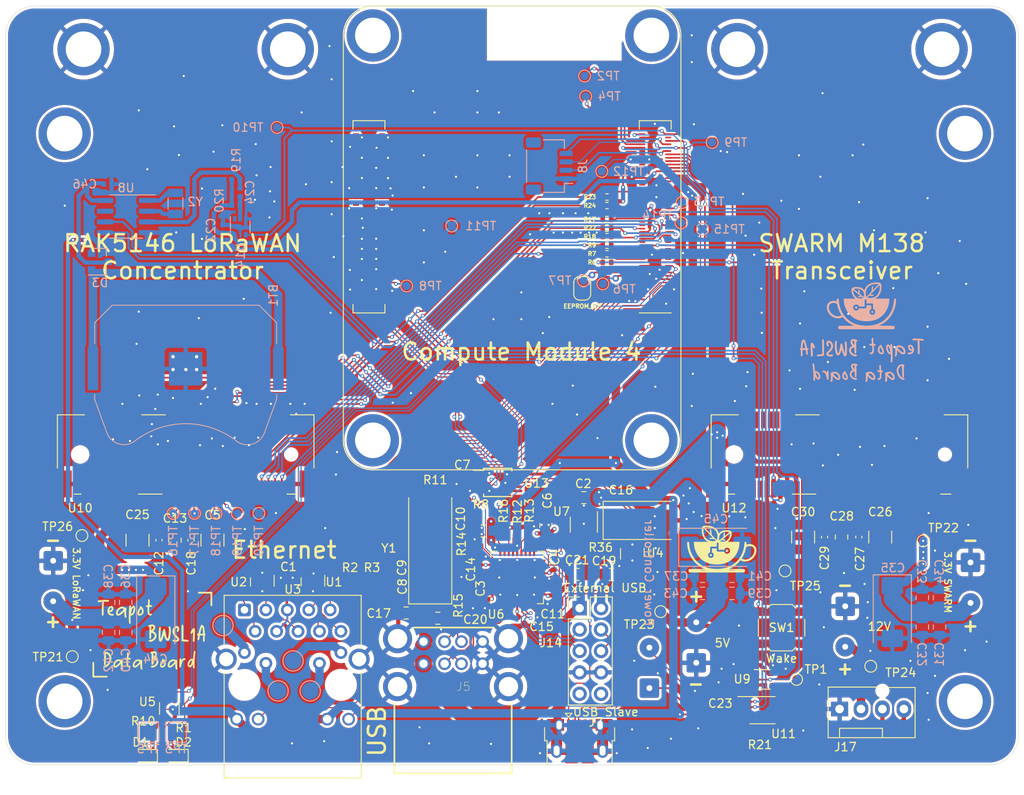
<source format=kicad_pcb>
(kicad_pcb (version 20211014) (generator pcbnew)
  (layers (0 "F.Cu" signal) (1 "In1.Cu" power) (2 "In2.Cu" power) (31 "B.Cu" signal) (34 "B.Paste" user) (35 "F.Paste" user) (36 "B.SilkS" user "B.Silkscreen") (37 "F.SilkS" user "F.Silkscreen") (38 "B.Mask" user) (39 "F.Mask" user) (44 "Edge.Cuts" user))
  (net 0 "")
  (net 1 "GND")
  (net 2 "Net-(BT1-Pad1)")
  (net 3 "Net-(C1-Pad1)")
  (net 4 "Net-(C8-Pad1)")
  (net 5 "Net-(C9-Pad1)")
  (net 6 "/+5v")
  (net 7 "Net-(C24-Pad1)")
  (net 8 "/+3.3v")
  (net 9 "/USB/VBUS")
  (net 10 "/+3.3vL")
  (net 11 "/+3.3vS")
  (net 12 "/RTC_Fan/nRTC_INT")
  (net 13 "/+12v")
  (net 14 "/IO_Ethernet/WL_nDis")
  (net 15 "/IO_Ethernet/BT_nDis")
  (net 16 "/IO_Ethernet/EEPROM_nWP")
  (net 17 "/IO_Ethernet/nRPIBOOT")
  (net 18 "/IO_Ethernet/TV_OUT")
  (net 19 "/IO_Ethernet/TRD3_P")
  (net 20 "/IO_Ethernet/TRD1_P")
  (net 21 "/USB/USBD_N")
  (net 22 "/USB/USBD_P")
  (net 23 "/USB/HD1_N")
  (net 24 "/USB/HD1_P")
  (net 25 "/USB/HD2_N")
  (net 26 "/USB/HD2_P")
  (net 27 "/USB/HD3_N")
  (net 28 "/USB/HD4_N")
  (net 29 "/USB/HD3_P")
  (net 30 "/USB/HD4_P")
  (net 31 "/IO_Ethernet/TRD3_N")
  (net 32 "/USB/USB_OTG_ID")
  (net 34 "/USB/USB2_N")
  (net 35 "/USB/USB2_P")
  (net 38 "/IO_Ethernet/TRD1_N")
  (net 100 "/IO_Ethernet/TRD2_N")
  (net 101 "Net-(J17-Pad3)")
  (net 102 "Net-(J17-Pad4)")
  (net 103 "/IO_Ethernet/TRD0_N")
  (net 104 "/IO_Ethernet/TRD2_P")
  (net 105 "/IO_Ethernet/TRD0_P")
  (net 106 "/IO_Ethernet/ETH_LEDY")
  (net 107 "/IO_Ethernet/SYNC_IN")
  (net 108 "/IO_Ethernet/ETH_LEDG")
  (net 109 "/IO_Ethernet/SYNC_OUT")
  (net 111 "Net-(Module1-Pad21)")
  (net 112 "Net-(Module1-Pad24)")
  (net 113 "Net-(D2-Pad1)")
  (net 114 "Net-(R2-Pad1)")
  (net 115 "Net-(R3-Pad1)")
  (net 116 "Net-(D1-Pad1)")
  (net 117 "Net-(R10-Pad2)")
  (net 118 "Net-(R12-Pad1)")
  (net 119 "Net-(R13-Pad1)")
  (net 120 "Net-(R14-Pad1)")
  (net 121 "Net-(R15-Pad2)")
  (net 122 "Net-(R16-Pad1)")
  (net 123 "Net-(R36-Pad1)")
  (net 127 "Net-(Module1-Pad26)")
  (net 129 "Net-(Module1-Pad28)")
  (net 130 "Net-(U4-Pad1)")
  (net 131 "Net-(U4-Pad2)")
  (net 132 "/USB/PWR1")
  (net 133 "/USB/nOCS1")
  (net 134 "/USB/nEXTRST")
  (net 135 "/USB/USBH_N")
  (net 136 "/USB/USBH_P")
  (net 140 "/SWARM_TXD")
  (net 141 "Net-(U8-Pad2)")
  (net 142 "Net-(U8-Pad1)")
  (net 154 "Net-(C46-Pad1)")
  (net 155 "/IO_Ethernet/ID_SC")
  (net 156 "/IO_Ethernet/ID_SD")
  (net 158 "/LORA_SCK")
  (net 159 "/LORA_CSN")
  (net 160 "/LORA_MISO")
  (net 161 "Net-(Module1-Pad41)")
  (net 162 "/LORA_MOSI")
  (net 163 "Net-(Module1-Pad45)")
  (net 168 "Net-(Module1-Pad50)")
  (net 169 "/IO_Ethernet/RXD0")
  (net 170 "/SWARM_RXD")
  (net 171 "/IO_Ethernet/TXD0")
  (net 172 "/SCL1")
  (net 174 "/SDA1")
  (net 186 "/IO_Ethernet/Reserved")
  (net 189 "/IO_Ethernet/+1.8v")
  (net 190 "/IO_Ethernet/RUN_PG")
  (net 191 "/IO_Ethernet/AIN1")
  (net 192 "/IO_Ethernet/nPWR_LED")
  (net 193 "/IO_Ethernet/AIN0")
  (net 195 "/IO_Ethernet/GLOBAL_EN")
  (net 196 "/SWARM_GPIO1")
  (net 197 "/GPS_STANDBY")
  (net 198 "/GPS_RESET")
  (net 199 "/LORA_RESET")
  (net 200 "/LORA_GPIO6")
  (net 201 "/LORA_GPIO8")
  (net 202 "Net-(SW1-Pad1)")
  (net 203 "/LoRAWAN Radio/GPS_RXD")
  (net 204 "/LoRAWAN Radio/GPS_TXD")
  (net 205 "/IO_Ethernet/TR0_TAP")
  (net 206 "/IO_Ethernet/TR1_TAP")
  (net 207 "/IO_Ethernet/TR2_TAP")
  (net 208 "/IO_Ethernet/TR3_TAP")
  (net 260 "Net-(J7-Pad1)")
  (footprint "Capacitor_SMD:C_0402_1005Metric" (layer "F.Cu") (at 118.38 125.52 90)
    (fp_text reference "C1")
    (fp_text value "100n")
  )
  (footprint "Capacitor_SMD:C_0402_1005Metric" (layer "F.Cu") (at 170.45 141.62 -90)
    (fp_text reference "C23")
    (fp_text value "100n")
  )
  (footprint "Teapot:PogoPinContact_2_P4.8mm_D2.3mm_H0.7mm" (layer "F.Cu") (at 90.425 125.35 -90)
    (fp_text reference "J1")
    (fp_text value "3.3V LoRaWAN")
  )
  (footprint "Resistor_SMD:R_0402_1005Metric" (layer "F.Cu") (at 102.465 143.62 90)
    (fp_text reference "R10")
    (fp_text value "1k")
  )
  (footprint "Resistor_SMD:R_0402_1005Metric" (layer "F.Cu") (at 137.88 113.42 -90)
    (fp_text reference "R11")
    (fp_text value "2.2K 1%")
  )
  (footprint "Resistor_SMD:R_0402_1005Metric" (layer "F.Cu") (at 174.65 143.42 180)
    (fp_text reference "R21")
    (fp_text value "36K 1%")
  )
  (footprint "Package_SON:USON-10_2.5x1.0mm_P0.5mm" (layer "F.Cu") (at 121.48 125.505 -90)
    (fp_text reference "U1")
    (fp_text value "TPD4EUSB30")
  )
  (footprint "Connector_PinHeader_2.54mm:PinHeader_2x05_P2.54mm_Vertical" (layer "F.Cu") (at 153.08 128.62)
    (fp_text reference "J14")
    (fp_text value "Conn_02x05_Odd_Even")
  )
  (footprint "LED_SMD:LED_0603_1608Metric" (layer "F.Cu") (at 105.215 146.12 180)
    (fp_text reference "D2")
    (fp_text value "LED Green")
  )
  (footprint "Package_SO:MSOP-8_3x3mm_P0.65mm" (layer "F.Cu") (at 174.75 140.72)
    (fp_text reference "U11")
    (fp_text value "EMC2301-1-ACZL-TR")
  )
  (footprint "Capacitor_SMD:C_0402_1005Metric" (layer "F.Cu") (at 139.18 113.42 -90)
    (fp_text reference "C7")
    (fp_text value "100n")
  )
  (footprint "Capacitor_SMD:C_0402_1005Metric" (layer "F.Cu") (at 150.04 127.592 -90)
    (fp_text reference "C11")
    (fp_text value "100n")
  )
  (footprint "Capacitor_SMD:C_0805_2012Metric" (layer "F.Cu") (at 141.658 119.464 180)
    (fp_text reference "C10")
    (fp_text value "10u")
  )
  (footprint "Capacitor_SMD:C_0402_1005Metric" (layer "F.Cu") (at 139.08 123.82 -90)
    (fp_text reference "C9")
    (fp_text value "27pF")
  )
  (footprint "Capacitor_SMD:C_0805_2012Metric" (layer "F.Cu") (at 149.08 118.82 90)
    (fp_text reference "C6")
    (fp_text value "10u")
  )
  (footprint "Capacitor_SMD:C_0402_1005Metric" (layer "F.Cu") (at 139.08 126.02 90)
    (fp_text reference "C8")
    (fp_text value "27pF")
  )
  (footprint "Capacitor_SMD:C_0805_2012Metric" (layer "F.Cu") (at 136.28 129.82)
    (fp_text reference "C20")
    (fp_text value "10u")
  )
  (footprint "Capacitor_SMD:C_0805_2012Metric" (layer "F.Cu") (at 152.78 124.62 180)
    (fp_text reference "C21")
    (fp_text value "10u")
  )
  (footprint "Capacitor_SMD:C_0402_1005Metric" (layer "F.Cu") (at 141.284 122.988 90)
    (fp_text reference "C14")
    (fp_text value "100n")
  )
  (footprint "Capacitor_SMD:C_0805_2012Metric" (layer "F.Cu") (at 156.8425 124.62)
    (fp_text reference "C19")
    (fp_text value "10u")
  )
  (footprint "Capacitor_SMD:C_0805_2012Metric" (layer "F.Cu") (at 132.53 129.19298 180)
    (fp_text reference "C17")
    (fp_text value "10u")
  )
  (footprint "Crystal:Crystal_SMD_HC49-SD" (layer "F.Cu") (at 135.38 121.42 90)
    (fp_text reference "Y1")
    (fp_text value "24MHz")
  )
  (footprint "Package_DFN_QFN:QFN-36-1EP_6x6mm_P0.5mm_EP3.7x3.7mm" (layer "F.Cu") (at 145.684 124.988 90)
    (fp_text reference "U6")
    (fp_text value "USB2514B_Bi")
  )
  (footprint "Resistor_SMD:R_0402_1005Metric" (layer "F.Cu") (at 139.805 128.145 90)
    (fp_text reference "R15")
    (fp_text value "12K 1%")
  )
  (footprint "Resistor_SMD:R_0402_1005Metric" (layer "F.Cu") (at 144.198 119.550999 90)
    (fp_text reference "R16")
    (fp_text value "36K 1%")
  )
  (footprint "Resistor_SMD:R_0402_1005Metric" (layer "F.Cu") (at 140.896 121.242 180)
    (fp_text reference "R14")
    (fp_text value "36K 1%")
  )
  (footprint "Resistor_SMD:R_0402_1005Metric" (layer "F.Cu") (at 146.992 119.464 90)
    (fp_text reference "R13")
    (fp_text value "36K 1%")
  )
  (footprint "Resistor_SMD:R_0402_1005Metric" (layer "F.Cu") (at 145.468 119.550999 90)
    (fp_text reference "R12")
    (fp_text value "36K 1%")
  )
  (footprint "Resistor_SMD:R_0402_1005Metric" (layer "F.Cu") (at 127.98 125.705 90)
    (fp_text reference "R3")
    (fp_text value "470R")
  )
  (footprint "Resistor_SMD:R_0402_1005Metric" (layer "F.Cu") (at 126.28 125.62 90)
    (fp_text reference "R2")
    (fp_text value "470R")
  )
  (footprint "LED_SMD:LED_0603_1608Metric" (layer "F.Cu") (at 101.565 146.12 180)
    (fp_text reference "D1")
    (fp_text value "LED Red")
  )
  (footprint "Resistor_SMD:R_0402_1005Metric" (layer "F.Cu") (at 104.665 143.62 90)
    (fp_text reference "R1")
    (fp_text value "1k")
  )
  (footprint "Package_TO_SOT_SMD:SOT-353_SC-70-5" (layer "F.Cu") (at 104.465 140.52 -90)
    (fp_text reference "U5")
    (fp_text value "74LVC1G07SE-7")
  )
  (footprint "Teapot:TRJG0926HENL" (layer "F.Cu") (at 119.08 137.72)
    (fp_text reference "U3")
    (fp_text value "MagJack-A70-112-331N126")
  )
  (footprint "Resistor_SMD:R_0402_1005Metric" (layer "F.Cu") (at 153.13 121.27 180)
    (fp_text reference "R36")
    (fp_text value "15K 1%")
  )
  (footprint "Package_TO_SOT_SMD:SOT-23-6" (layer "F.Cu") (at 153.58 118.72 -90)
    (fp_text reference "U7")
    (fp_text value "AP2553W6")
  )
  (footprint "Package_SO:MSOP-10_3x3mm_P0.5mm" (layer "F.Cu") (at 143.38 113.72)
    (fp_text reference "U13")
    (fp_text value "FSUSB42MUX")
  )
  (footprint "Capacitor_SMD:C_0402_1005Metric" (layer "F.Cu") (at 146.18 130.02 -45)
    (fp_text reference "C15")
    (fp_text value "100n")
  )
  (footprint "Connector:FanPinHeader_1x04_P2.54mm_Vertical" (layer "F.Cu") (at 183.88 140.58)
    (fp_text reference "J17")
    (fp_text value "Molex 470531000")
  )
  (footprint "Package_SON:USON-10_2.5x1.0mm_P0.5mm" (layer "F.Cu") (at 115.48 125.505 -90)
    (fp_text reference "U2")
    (fp_text value "TPD4EUSB30")
  )
  (footprint "Package_SON:USON-10_2.5x1.0mm_P0.5mm" (layer "F.Cu") (at 159.33 122.02 90)
    (fp_text reference "U4")
    (fp_text value "TPD4EUSB30")
  )
  (footprint "Teapot:PogoPinContact_2_P4.8mm_D2.3mm_H0.7mm" (layer "F.Cu") (at 199.125 125.55 -90)
    (fp_text reference "J2")
    (fp_text value "3.3V SWARM")
  )
  (footprint "Package_TO_SOT_SMD:SOT-353_SC-70-5" (layer "F.Cu") (at 174.98 137.07)
    (fp_text reference "U9")
    (fp_text value "74LVC1G07SE-7")
  )
  (footprint "Capacitor_SMD:C_0402_1005Metric" (layer "F.Cu") (at 141.13 128.145 -90)
    (fp_text reference "C3")
    (fp_text value "100n")
  )
  (footprint "Capacitor_SMD:C_0402_1005Metric" (layer "F.Cu") (at 150.055 124.545 -90)
    (fp_text reference "C4")
    (fp_text value "100n")
  )
  (footprint "Capacitor_SMD:C_0805_2012Metric" (layer "F.Cu") (at 153.58 115.52 180)
    (fp_text reference "C2")
    (fp_text value "10u")
  )
  (footprint "Resistor_SMD:R_0402_1005Metric" (layer "F.Cu") (at 139.445 115.77 180)
    (fp_text reference "R8")
    (fp_text value "2.2K 1%")
  )
  (footprint "Capacitor_Tantalum_SMD:CP_EIA-7343-31_Kemet-D" (layer "F.Cu") (at 160.28 118.22)
    (fp_text reference "C16")
    (fp_text value "100uF")
  )
  (footprint "Teapot:PogoPinContact_2_P4.8mm_D2.3mm_H0.7mm" (layer "F.Cu") (at 167.175 132.75 90)
    (fp_text reference "J4")
    (fp_text value "5V")
  )
  (footprint "Teapot:TextLogo_Teapot" (layer "F.Cu") (at 99.390714 129.05006)
    (fp_text reference "G***")
    (fp_text value "LOGO" hide)
  )
  (footprint "Resistor_SMD:R_0402_1005Metric" (layer "F.Cu") (at 156.322 87.62)
    (fp_text reference "R6")
    (fp_text value "0R")
  )
  (footprint "Teapot:TextLogo_BWSL1A" (layer "F.Cu") (at 105.326339 131.628379)
    (fp_text reference "G***")
    (fp_text value "LOGO" hide)
  )
  (footprint "Teapot:TeapotLogo" (layer "F.Cu") (at 169.453567 121.547175)
    (fp_text reference "G***")
    (fp_text value "LOGO" hide)
  )
  (footprint "Teapot:TextLogo_DataBoard" (layer "F.Cu") (at 102.184714 134.81586)
    (fp_text reference "G***")
    (fp_text value "LOGO" hide)
  )
  (footprint "Resistor_SMD:R_0402_1005Metric" (layer "F.Cu") (at 156.322 86.604)
    (fp_text reference "R7")
    (fp_text value "0R")
  )
  (footprint "Resistor_SMD:R_0402_1005Metric" (layer "F.Cu") (at 156.322 80.889 180)
    (fp_text reference "R24")
    (fp_text value "2.2K 1%")
  )
  (footprint "TestPoint:TestPoint_Pad_D1.0mm" (layer "F.Cu") (at 177.419 124.206)
    (fp_text reference "TP25")
    (fp_text value "GND")
  )
  (footprint "Jumper:SolderJumper-2_P1.3mm_Open_RoundedPad1.0x1.5mm" (layer "F.Cu") (at 153.39 90.7 90)
    (fp_text reference "JP3")
    (fp_text value "EEPROM_WP")
  )
  (footprint "Teapot:Sinhoo_SMTSO30" (layer "F.Cu") (at 198.74 139.69)
    (fp_text reference "H3")
    (fp_text value "MountingHole")
  )
  (footprint "Teapot:RAK5146" (layer "F.Cu") (at 106.4 110.4)
    (fp_text reference "U10")
    (fp_text value "RAK5146")
  )
  (footprint "Capacitor_SMD:C_0805_2012Metric" (layer "F.Cu") (at 105.13 120.56 -90)
    (fp_text reference "C13")
    (fp_text value "10uF")
  )
  (footprint "Teapot:MOLEX_USB_67298-4090" (layer "F.Cu") (at 138.08 137.92)
    (fp_text reference "J5")
    (fp_text value "USB_67298-4090")
  )
  (footprint "Resistor_SMD:R_0402_1005Metric" (layer "F.Cu") (at 156.322 85.588)
    (fp_text reference "R9")
    (fp_text value "0R")
  )
  (footprint "TestPoint:TestPoint_Pad_D1.0mm" (layer "F.Cu") (at 92.964 134.366)
    (fp_text reference "TP21")
    (fp_text value "3.3v LoRaWAN")
  )
  (footprint "Teapot:PogoPinContact_2_P4.8mm_D2.3mm_H0.7mm" (layer "F.Cu") (at 184.275 130.75 -90)
    (fp_text reference "J6")
    (fp_text value "12V")
  )
  (footprint "Capacitor_SMD:C_1210_3225Metric" (layer "F.Cu") (at 100.696 120.56 -90)
    (fp_text reference "C25")
    (fp_text value "100uF")
  )
  (footprint "Teapot:Sinhoo_SMTSO30" (layer "F.Cu") (at 92.06 72.38)
    (fp_text reference "H1")
    (fp_text value "MountingHole")
  )
  (footprint "Button_Switch_SMD:SW_SPST_TL3342" (layer "F.Cu") (at 177.012 130.937 180)
    (fp_text reference "SW1")
    (fp_text value "Wake")
  )
  (footprint "Teapot:Sinhoo_SMTSO30" (layer "F.Cu") (at 198.74 72.38)
    (fp_text reference "H2")
    (fp_text value "MountingHole")
  )
  (footprint "Resistor_SMD:R_0402_1005Metric" (layer "F.Cu") (at 156.322 84.572 180)
    (fp_text reference "R18")
    (fp_text value "0R")
  )
  (footprint "Capacitor_SMD:C_0402_1005Metric" (layer "F.Cu") (at 182.103 120.193 90)
    (fp_text reference "C29")
    (fp_text value "0.1uF")
  )
  (footprint "Capacitor_SMD:C_1210_3225Metric" (layer "F.Cu") (at 188.7 120.193 -90)
    (fp_text reference "C26")
    (fp_text value "100uF")
  )
  (footprint "Capacitor_SMD:C_0402_1005Metric" (layer "F.Cu") (at 103.236 120.56 -90)
    (fp_text reference "C12")
    (fp_text value "0.1uF")
  )
  (footprint "Capacitor_SMD:C_0805_2012Metric" (layer "F.Cu") (at 184.12 120.193 -90)
    (fp_text reference "C28")
    (fp_text value "10uF")
  )
  (footprint "Teapot:Raspberry-Pi-4-Compute-Module" (layer "F.Cu") (at 161.58 60.72 180)
    (fp_text reference "Module1")
    (fp_text value "ComputeModule4-CM4")
  )
  (footprint "Resistor_SMD:R_0402_1005Metric" (layer "F.Cu") (at 156.322 79.873 180)
    (fp_text reference "R23")
    (fp_text value "2.2K 1%")
  )
  (footprint "Teapot:Sinhoo_SMTSO30" (layer "F.Cu") (at 92.06 139.69)
    (fp_text reference "H4")
    (fp_text value "MountingHole")
  )
  (footprint "Teapot:Swarm_M138" (layer "F.Cu") (at 183.87 110.4)
    (fp_text reference "U12")
    (fp_text value "Swarm_M138")
  )
  (footprint "Capacitor_SMD:C_0402_1005Metric" (layer "F.Cu") (at 107.035 120.56 90)
    (fp_text reference "C18")
    (fp_text value "0.1uF")
  )
  (footprint "Resistor_SMD:R_0402_1005Metric" (layer "F.Cu") (at 156.32 82.54)
    (fp_text reference "R17")
    (fp_text value "0R")
  )
  (footprint "TestPoint:TestPoint_Pad_D1.0mm" (layer "F.Cu") (at 178.79 137.07)
    (fp_text reference "TP1")
    (fp_text value "~")
  )
  (footprint "TestPoint:TestPoint_Pad_D1.0mm" (layer "F.Cu") (at 162.687 129.032)
    (fp_text reference "TP23")
    (fp_text value "5v")
  )
  (footprint "TestPoint:TestPoint_Pad_D1.0mm" (layer "F.Cu") (at 187.579 135.509)
    (fp_text reference "TP24")
    (fp_text value "12v")
  )
  (footprint "Capacitor_SMD:C_1210_3225Metric" (layer "F.Cu") (at 179.563 120.193 -90)
    (fp_text reference "C30")
    (fp_text value "100uF")
  )
  (footprint "Teapot:USB_Micro-B_EDAC_UCON00686" (layer "F.Cu") (at 153.08 145.52)
    (fp_text reference "J7")
    (fp_text value "USB_OTG")
  )
  (footprint "Capacitor_SMD:C_0402_1005Metric" (layer "F.Cu") (at 186.16 120.193 -90)
    (fp_text reference "C27")
    (fp_text value "0.1uF")
  )
  (footprint "TestPoint:TestPoint_Pad_D1.0mm" (layer "F.Cu") (at 94.107 120.015 90)
    (fp_text reference "TP26")
    (fp_text value "GND")
  )
  (footprint "Resistor_SMD:R_0402_1005Metric" (layer "F.Cu") (at 156.32 83.556 180)
    (fp_text reference "R22")
    (fp_text value "0R")
  )
  (footprint "Capacitor_SMD:C_1210_3225Metric" (layer "F.Cu") (at 109.575 120.56 -90)
    (fp_text reference "C5")
    (fp_text value "100uF")
  )
  (footprint "TestPoint:TestPoint_Pad_D1.0mm" (layer "F.Cu") (at 193.787 120.64)
    (fp_text reference "TP22")
    (fp_text value "3.3v SWARM")
  )
  (footprint "Battery:BatteryHolder_Keystone_3034_1x20mm" (layer "B.Cu") (at 106.4 100.24 180)
    (fp_text reference "BT1")
    (fp_text value "Battery_Cell")
  )
  (footprint "Package_TO_SOT_SMD:SOT-353_SC-70-5" (layer "B.Cu") (at 112.86 83.41 -90)
    (fp_text reference "U14")
    (fp_text value "74LVC1G07SE-7")
  )
  (footprint "Resistor_SMD:R_0402_1005Metric" (layer "B.Cu") (at 112.336 80.854 180)
    (fp_text reference "R20")
    (fp_text value "510K 1%")
  )
  (footprint "Resistor_SMD:R_0402_1005Metric" (layer "B.Cu") (at 112.336 77.806 180)
    (fp_text reference "R19")
    (fp_text value "510K 1%")
  )
  (footprint "Capacitor_SMD:C_0402_1005Metric" (layer "B.Cu") (at 112.844 79.33 90)
    (fp_text reference "C24")
    (fp_text value "100n")
  )
  (footprint "Capacitor_SMD:C_0402_1005Metric" (layer "B.Cu") (at 110.828 83.664 90)
    (fp_text reference "C22")
    (fp_text value "100n")
  )
  (footprint "Package_TO_SOT_SMD:SOT-23" (layer "B.Cu") (at 96.24 87.54)
    (fp_text reference "D3")
    (fp_text value "BAT54C-7-F")
  )
  (footprint "Package_SO:SOIC-8_3.9x4.9mm_P1.27mm" (layer "B.Cu") (at 99.34 82.19 180)
    (fp_text reference "U8")
    (fp_text value "PCF85063AT/AAZ")
  )
  (footprint "Crystal:Crystal_SMD_3215-2Pin_3.2x1.5mm" (layer "B.Cu") (at 105.19 80.64 -90)
    (fp_text reference "Y2")
    (fp_text value "X32K768S301")
  )
  (footprint "TestPoint:TestPoint_Pad_D2.0mm" (layer "B.Cu") (at 110.8202 130.683 180)
    (fp_text reference "TP27")
    (fp_text value "TR0_TAP")
  )
  (footprint "Teapot:TeapotLogo" (layer "B.Cu") (at 186.944 92.71 180)
    (fp_text reference "G***")
    (fp_text value "LOGO" hide)
  )
  (footprint "Capacitor_SMD:C_0805_2012Metric" (layer "B.Cu") (at 195.7223 127.3758 90)
    (fp_text reference "C34")
    (fp_text value "10u")
  )
  (footprint "TestPoint:TestPoint_Pad_D1.0mm" (layer "B.Cu") (at 165.227 80.518 180)
    (fp_text reference "TP13")
    (fp_text value "TXD0")
  )
  (footprint "TestPoint:TestPoint_Pad_D1.0mm" (layer "B.Cu") (at 115.0724 117.3888 90)
    (fp_text reference "TP20")
    (fp_text value "GND")
  )
  (footprint "TestPoint:TestPoint_Pad_D1.0mm" (layer "B.Cu") (at 155.702 76.835 180)
    (fp_text reference "TP12")
    (fp_text value "3.3v")
  )
  (footprint "Teapot:TextLogo_Teapot" (layer "B.Cu") (at 190.439973 98.062656 180)
    (fp_text reference "G***")
    (fp_text value "LOGO" hide)
  )
  (footprint "TestPoint:TestPoint_Pad_D1.0mm" (layer "B.Cu") (at 109.9924 117.3888 90)
    (fp_text reference "TP18")
    (fp_text value "GPS_RXD")
  )
  (footprint "Capacitor_SMD:C_0805_2012Metric" (layer "B.Cu") (at 167.64 126.873 180)
    (fp_text reference "C43")
    (fp_text value "10u")
  )
  (footprint "TestPoint:TestPoint_Pad_D1.0mm" (layer "B.Cu") (at 153.543 89.789)
    (fp_text reference "TP7")
    (fp_text value "SYNC_OUT")
  )
  (footprint "Capacitor_SMD:C_0805_2012Metric" (layer "B.Cu") (at 195.7223 130.8608 -90)
    (fp_text reference "C31")
    (fp_text value "10u")
  )
  (footprint "TestPoint:TestPoint_Pad_D1.0mm" (layer "B.Cu") (at 168.783 73.406 180)
    (fp_text reference "TP9")
    (fp_text value "RUN_PG")
  )
  (footprint "Teapot:TextLogo_BWSL1A" (layer "B.Cu") (at 182.626 97.79 180)
    (fp_text reference "G***")
    (fp_text value "LOGO" hide)
  )
  (footprint "Capacitor_SMD:C_0805_2012Metric" (layer "B.Cu") (at 167.645 124.841 180)
    (fp_text reference "C37")
    (fp_text value "10u")
  )
  (footprint "Connector_JST:JST_SH_SM04B-SRSS-TB_1x04-1MP_P1.00mm_Horizontal" (layer "B.Cu") (at 149.4856 76.208 90)
    (fp_text reference "J8")
    (fp_text value "Conn_01x04")
  )
  (footprint "Teapot:PogoPinContact_2_P4.8mm_D2.3mm_H0.7mm" (layer "B.Cu") (at 161.075 135.75 90)
    (fp_text reference "J3")
    (fp_text value "Power Controller")
  )
  (footprint "Capacitor_SMD:C_0805_2012Metric" (layer "B.Cu") (at 97.2667 131.4958 -90)
    (fp_text reference "C42")
    (fp_text value "10u")
  )
  (footprint "Capacitor_SMD:C_0805_2012Metric" (layer "B.Cu") (at 97.2667 127.9398 90)
    (fp_text reference "C38")
    (fp_text value "10u")
  )
  (footprint "TestPoint:TestPoint_Pad_D2.0mm" (layer "B.Cu") (at 119.126 134.874 180)
    (fp_text reference "TP30")
    (fp_text value "TR3_TAP")
  )
  (footprint "Teapot:TextLogo_DataBoard" (layer "B.Cu") (at 186.055 100.711 180)
    (fp_text reference "G***")
    (fp_text value "LOGO" hide)
  )
  (footprint "Capacitor_Tantalum_SMD:CP_EIA-7343-31_Kemet-D" (layer "B.Cu") (at 190.1343 129.0828 -90)
    (fp_text reference "C35")
    (fp_text value "100uF")
  )
  (footprint "TestPoint:TestPoint_Pad_D1.0mm" (layer "B.Cu") (at 137.922 83.312 180)
    (fp_text reference "TP11")
    (fp_text value "GND")
  )
  (footprint "TestPoint:TestPoint_Pad_D2.0mm" (layer "B.Cu") (at 117.348 138.43 180)
    (fp_text reference "TP28")
    (fp_text value "TR1_TAP")
  )
  (footprint "TestPoint:TestPoint_Pad_D1.0mm" (layer "B.Cu") (at 112.5324 117.3888 90)
    (fp_text reference "TP19")
    (fp_text value "GPS_TXD")
  )
  (footprint "TestPoint:TestPoint_Pad_D1.0mm" (layer "B.Cu") (at 153.67 65.532 180)
    (fp_text reference "TP2")
    (fp_text value "AIN0")
  )
  (footprint "Capacitor_SMD:C_0805_2012Metric" (layer "B.Cu") (at 171.135 124.841)
    (fp_text reference "C41")
    (fp_text value "10u")
  )
  (footprint "TestPoint:TestPoint_Pad_D1.0mm" (layer "B.Cu") (at 117.221 71.628)
    (fp_text reference "TP10")
    (fp_text value "GLOBAL_EN")
  )
  (footprint "TestPoint:TestPoint_Pad_D2.0mm" (layer "B.Cu") (at 121.158 138.43 180)
    (fp_text reference "TP29")
    (fp_text value "TR2_TAP")
  )
  (footprint "Capacitor_SMD:C_0805_2012Metric" (layer "B.Cu") (at 99.2987 127.9398 90)
    (fp_text reference "C36")
    (fp_text value "10u")
  )
  (footprint "Capacitor_Tantalum_SMD:CP_EIA-7343-31_Kemet-D" (layer "B.Cu") (at 169.23 121.412)
    (fp_text reference "C45")
    (fp_text value "100uF")
  )
  (footprint "Capacitor_SMD:C_0402_1005Metric" (layer "B.Cu") (at 97.14 78.34)
    (fp_text reference "C46")
    (fp_text value "100n")
  )
  (footprint "TestPoint:TestPoint_Pad_D1.0mm" (layer "B.Cu") (at 107.4524 117.3888 90)
    (fp_text reference "TP17")
    (fp_text value "GPS_STANDBY")
  )
  (footprint "TestPoint:TestPoint_Pad_D1.0mm" (layer "B.Cu") (at 153.797 67.945 180)
    (fp_text reference "TP4")
    (fp_text value "AIN1")
  )
  (footprint "TestPoint:TestPoint_Pad_D1.0mm" (layer "B.Cu") (at 167.64 83.693 180)
    (fp_text reference "TP15")
    (fp_text value "GND")
  )
  (footprint "Capacitor_SMD:C_0805_2012Metric" (layer "B.Cu") (at 99.2987 131.4958 -90)
    (fp_text reference "C40")
    (fp_text value "10u")
  )
  (footprint "TestPoint:TestPoint_Pad_D1.0mm" (layer "B.Cu") (at 132.588 90.424 180)
    (fp_text reference "TP8")
    (fp_text value "TV_OUT")
  )
  (footprint "TestPoint:TestPoint_Pad_2.0x2.0mm" (layer "B.Cu") (at 105.276606 143.32)
    (fp_text reference "TP3")
    (fp_text value "TestPoint")
  )
  (footprint "TestPoint:TestPoint_Pad_D1.0mm" (layer "B.Cu") (at 104.9124 117.3888 90)
    (fp_text reference "TP16")
    (fp_text value "GPS_RESET")
  )
  (footprint "Capacitor_SMD:C_0805_2012Metric" (layer "B.Cu") (at 171.135 126.873)
    (fp_text reference "C39")
    (fp_text value "10u")
  )
  (footprint "TestPoint:TestPoint_Pad_D1.0mm" (layer "B.Cu") (at 165.1 82.931 180)
    (fp_text reference "TP14")
    (fp_text value "RXD0")
  )
  (footprint "Capacitor_SMD:C_0805_2012Metric" (layer "B.Cu") (at 193.6903 130.8608 -90)
    (fp_text reference "C32")
    (fp_text value "10u")
  )
  (footprint "Capacitor_SMD:C_0805_2012Metric" (layer "B.Cu") (at 193.6903 127.3758 90)
    (fp_text reference "C33")
    (fp_text value "10u")
  )
  (footprint "Capacitor_Tantalum_SMD:CP_EIA-7343-31_Kemet-D" (layer "B.Cu") (at 102.8547 129.2098 -90)
    (fp_text reference "C44")
    (fp_text value "100uF")
  )
  (footprint "TestPoint:TestPoint_Pad_2.0x2.0mm" (layer "B.Cu") (at 101.965 143.32)
    (fp_text reference "TP5")
    (fp_text value "TestPoint")
  )
  (footprint "TestPoint:TestPoint_Pad_D1.0mm" (layer "B.Cu") (at 155.829 90.17 180)
    (fp_text reference "TP6")
    (fp_text value "SYNC_IN")
  )
  (gr_line (start 95.453714 136.74626) (end 97.053914 136.74626) (layer "F.SilkS") (width 0.2))
  (gr_line (start 109.449114 126.78946) (end 109.449114 128.28806) (layer "F.SilkS") (width 0.2))
  (gr_line (start 95.453714 135.09526) (end 95.453714 136.74626) (layer "F.SilkS") (width 0.2))
  (gr_line (start 107.950514 126.78946) (end 109.449114 126.78946) (layer "F.SilkS") (width 0.2))
  (gr_line (start 205.08 143.72) (end 205.08 60.72) (layer "Edge.Cuts") (width 0.05))
  (gr_line (start 201.58 57.22) (end 88.554874 57.22) (layer "Edge.Cuts") (width 0.05))
  (gr_line (start 85.054874 143.72) (end 85.054874 60.72) (layer "Edge.Cuts") (width 0.05))
  (gr_arc (start 85.054874 60.72) (mid 86.08 58.245126) (end 88.554874 57.22) (layer "Edge.Cuts") (width 0.05))
  (gr_line (start 88.554874 147.22) (end 201.58 147.22) (layer "Edge.Cuts") (width 0.05))
  (gr_arc (start 88.554874 147.22) (mid 86.08 146.194874) (end 85.054874 143.72) (layer "Edge.Cuts") (width 0.05))
  (gr_arc (start 201.58 57.22) (mid 204.054874 58.245126) (end 205.08 60.72) (layer "Edge.Cuts") (width 0.05))
  (gr_arc (start 205.08 143.72) (mid 204.054874 146.194874) (end 201.58 147.22) (layer "Edge.Cuts") (width 0.05))
  (gr_text "RAK5146 LoRaWAN\nConcentrator" (at 106.03 86.985) (layer "F.SilkS") (effects (font (size 2 2) (thickness 0.3))))
  (gr_text "+" (at 199.39 130.683) (layer "F.SilkS") (effects (font (size 1.5 1.5) (thickness 0.3))))
  (gr_text "-" (at 166.8526 137.5664) (layer "F.SilkS") (effects (font (size 1.5 1.5) (thickness 0.3))))
  (gr_text "USB Slave" (at 156.18 140.92) (layer "F.SilkS") (effects (font (size 1 1))))
  (gr_text "+" (at 90.678 130.175) (layer "F.SilkS") (effects (font (size 1.5 1.5) (thickness 0.3))))
  (gr_text "-" (at 90.678 120.523) (layer "F.SilkS") (effects (font (size 1.5 1.5) (thickness 0.3))))
  (gr_text "+" (at 184.531 135.763) (layer "F.SilkS") (effects (font (size 1.5 1.5) (thickness 0.3))))
  (gr_text "-" (at 199.39 120.523) (layer "F.SilkS") (effects (font (size 1.5 1.5) (thickness 0.3))))
  (gr_text "USB" (at 129.08 143.22 90) (layer "F.SilkS") (effects (font (size 2 2) (thickness 0.3))))
  (gr_text "+" (at 166.9034 127.1524) (layer "F.SilkS") (effects (font (size 1.5 1.5) (thickness 0.3))))
  (gr_text "Ethernet" (at 118.08 121.72) (layer "F.SilkS") (effects (font (size 2 2) (thickness 0.3))))
  (gr_text "SWARM M138\nTransceiver" (at 184.135 86.985) (layer "F.SilkS") (effects (font (size 2 2) (thickness 0.3))))
  (gr_text "External USB\n" (at 156.08 126.22) (layer "F.SilkS") (effects (font (size 1 1))))
  (gr_text "-" (at 184.531 125.857) (layer "F.SilkS") (effects (font (size 1.5 1.5) (thickness 0.3))))
  (gr_text "Compute Module 4" (at 146.18 98.22) (layer "F.SilkS") (effects (font (size 2 2) (thickness 0.3))))
  (segment (start 139.08 124.92) (end 139.08 125.535) (width 0.23) (layer "F.Cu") (net 1))
  (segment (start 126.58 76.42) (end 125.08 76.42) (width 0.2) (layer "F.Cu") (net 1))
  (segment (start 161.98 117.72) (end 162.8925 117.72) (width 1) (layer "F.Cu") (net 1))
  (segment (start 164.65 85.875) (end 164.65 87.1) (width 0.2) (layer "F.Cu") (net 1))
  (segment (start 143.68 126.992) (end 145.684 124.988) (width 0.5) (layer "F.Cu") (net 1))
  (segment (start 145.684 124.988) (end 143.616 122.92) (width 0.5) (layer "F.Cu") (net 1))
  (segment (start 145.684 124.988) (end 143.562 124.988) (width 0.5) (layer "F.Cu") (net 1))
  (segment (start 149.08 117.8825) (end 148.58 118.3825) (width 0.5) (layer "F.Cu") (net 1))
  (segment (start 160.5 72.82) (end 161.432 72.82) (width 0.2) (layer "F.Cu") (net 1))
  (segment (start 145.468 119.065999) (end 145.048 119.065999) (width 0.23) (layer "F.Cu") (net 1))
  (segment (start 163.58 83.62) (end 164.514 83.62) (width 0.2) (layer "F.Cu") (net 1))
  (segment (start 164.514 83.62) (end 164.515 83.619) (width 0.2) (layer "F.Cu") (net 1))
  (segment (start 128.533939 74.52) (end 129.018528 74.035411) (width 0.2) (layer "F.Cu") (net 1))
  (segment (start 161.445 79.22) (end 162.179 78.486) (width 0.2) (layer "F.Cu") (net 1))
  (segment (start 127.28 87.22) (end 128.96999 87.22) (width 0.23) (layer "F.Cu") (net 1))
  (segment (start 163.58 85.62) (end 164.395 85.62) (width 0.2) (layer "F.Cu") (net 1))
  (segment (start 129.68 75.22) (end 130.36999 75.22) (width 0.2) (layer "F.Cu") (net 1))
  (segment (start 117.695 125.035) (end 117.68 125.02) (width 0.3) (layer "F.Cu") (net 1))
  (segment (start 160.5 77.62) (end 161.752 77.62) (width 0.2) (layer "F.Cu") (net 1))
  (segment (start 162.008 82.02) (end 162.422 81.606) (width 0.2) (layer "F.Cu") (net 1))
  (segment (start 171.275 141.695) (end 171.25 141.72) (width 0.23) (layer "F.Cu") (net 1))
  (segment (start 160.5 82.02) (end 162.008 82.02) (width 0.2) (layer "F.Cu") (net 1))
  (segment (start 153.58 117.62) (end 153.58 116.4575) (width 0.5) (layer "F.Cu") (net 1))
  (segment (start 141.111 119.464) (end 141.48 119.095) (width 0.5) (layer "F.Cu") (net 1))
  (segment (start 161.475 90.525) (end 161.18 90.82) (width 0.2) (layer "F.Cu") (net 1))
  (segment (start 128.989337 81.22) (end 128.981867 81.21253) (width 0.2) (layer "F.Cu") (net 1))
  (segment (start 126.58 86.02) (end 127.28 86.02) (width 0.2) (layer "F.Cu") (net 1))
  (segment (start 129.68 74.02) (end 129.033939 74.02) (width 0.2) (layer "F.Cu") (net 1))
  (segment (start 126.58 87.22) (end 127.28 87.22) (width 0.2) (layer "F.Cu") (net 1))
  (segment (start 127.18 89.62) (end 127.28 89.72) (width 0.2) (layer "F.Cu") (net 1))
  (segment (start 129.66 78.82) (end 128.98 78.82) (width 0.2) (layer "F.Cu") (net 1))
  (segment (start 127.26999 84.82) (end 127.28 84.83001) (width 0.2) (layer "F.Cu") (net 1))
  (segment (start 165.325 82.025) (end 165.325 86.525) (width 0.2) (layer "F.Cu") (net 1))
  (segment (start 160.5 89.62) (end 162.094 89.62) (width 0.2) (layer "F.Cu") (net 1))
  (segment (start 159.408 77.62) (end 159.258 77.47) (width 0.2) (layer "F.Cu") (net 1))
  (segment (start 141.963 122.503) (end 141.284 122.503) (width 0.23) (layer "F.Cu") (net 1))
  (segment (start 128.78 84.82) (end 128.98 84.82) (width 0.2) (layer "F.Cu") (net 1))
  (segment (start 160.5 88.02) (end 162.205 88.02) (width 0.2) (layer "F.Cu") (net 1))
  (segment (start 161.45 83.725) (end 161.45 82.578) (width 0.2) (layer "F.Cu") (net 1))
  (segment (start 162.612 81.62) (end 162.422 81.43) (width 0.2) (layer "F.Cu") (net 1))
  (segment (start 159.62 79.22) (end 159.258 78.858) (width 0.2) (layer "F.Cu") (net 1))
  (segment (start 160.5 79.22) (end 159.62 79.22) (width 0.2) (layer "F.Cu") (net 1))
  (segment (start 147.68 126.984) (end 147.68 127.02) (width 0.5) (layer "F.Cu") (net 1))
  (segment (start 146.992 118.979) (end 146.992 118.258) (width 0.3) (layer "F.Cu") (net 1))
  (segment (start 125.91001 90.82) (end 125.88 90.85001) (width 0.2) (layer "F.Cu") (net 1))
  (segment (start 170.835 141.72) (end 170.45 142.105) (width 0.23) (layer "F.Cu") (net 1))
  (segment (start 126.58 78.82) (end 128.98 78.82) (width 0.2) (layer "F.Cu") (net 1))
  (segment (start 139.805 128.63) (end 140.44 128.63) (width 0.5) (layer "F.Cu") (net 1))
  (segment (start 162.605 87.62) (end 163.58 87.62) (width 0.2) (layer "F.Cu") (net 1))
  (segment (start 164.274979 89.801858) (end 164.274979 90.82) (width 0.2) (layer "F.Cu") (net 1))
  (segment (start 159.98 92.02) (end 159.78 92.22) (width 0.2) (layer "F.Cu") (net 1))
  (segment (start 163.58 90.82) (end 164.274979 90.82) (width 0.2) (layer "F.Cu") (net 1))
  (segment (start 159.258 78.858) (end 159.258 77.47) (width 0.2) (layer "F.Cu") (net 1))
  (segment (start 162.711 80.415) (end 162.422 80.126) (width 0.2) (layer "F.Cu") (net 1))
  (segment (start 129.68 77.62) (end 130.36999 77.62) (width 0.2) (layer "F.Cu") (net 1))
  (segment (start 145.684 124.988) (end 145.684 127.066) (width 0.5) (layer "F.Cu") (net 1))
  (segment (start 159.33 121.635) (end 159.33 122.405) (width 0.2) (layer "F.Cu") (net 1))
  (segment (start 143.68 127.02) (end 143.68 126.992) (width 0.5) (layer "F.Cu") (net 1))
  (segment (start 127.26999 72.82) (end 127.28 72.80999) (width 0.2) (layer "F.Cu") (net 1))
  (segment (start 129.66 81.22) (end 130.67 81.22) (width 0.2) (layer "F.Cu") (net 1))
  (segment (start 128.94999 90.82) (end 128.98 90.78999) (width 0.2) (layer "F.Cu") (net 1))
  (segment (start 141.53 119.895) (end 141.48 119.845) (width 0.5) (layer "F.Cu") (net 1))
  (segment (start 126.58 80.02) (end 129.66 80.02) (width 0.2) (layer "F.Cu") (net 1))
  (segment (start 163.58 78.02) (end 162.206 78.02) (width 0.2) (layer "F.Cu") (net 1))
  (segment (start 126.58 81.22) (end 125.78 81.22) (width 0.2) (layer "F.Cu") (net 1))
  (segment (start 137.2175 129.82) (end 136.661263 130.376237) (width 0.8) (layer "F.Cu") (net 1))
  (segment (start 129.68 90.82) (end 129.01001 90.82) (width 0.2) (layer "F.Cu") (net 1))
  (segment (start 140.824 119.464) (end 141.255 119.895) (width 0.5) (layer "F.Cu") (net 1))
  (segment (start 145.684 124.988) (end 145.684 122.899) (width 0.5) (layer "F.Cu") (net 1))
  (segment (start 126.58 90.82) (end 128.94999 90.82) (width 0.2) (layer "F.Cu") (net 1))
  (segment (start 164.416427 81.62) (end 164.421427 81.625) (width 0.2) (layer "F.Cu") (net 1))
  (segment (start 126.58 89.62) (end 127.18 89.62) (width 0.2) (layer "F.Cu") (net 1))
  (segment (start 162.422 81.43) (end 162.422 80.126) (width 0.2) (layer "F.Cu") (net 1))
  (segment (start 126.58 75.22) (end 127.28 75.22) (width 0.2) (layer "F.Cu") (net 1))
  (segment (start 129.66 78.82) (end 130.645 78.82) (width 0.2) (layer "F.Cu") (net 1))
  (segment (start 130.36999 77.62) (end 130.38 77.63001) (width 0.2) (layer "F.Cu") (net 1))
  (segment (start 159.78 92.22) (end 159.68 92.22) (width 0.2) (layer "F.Cu") (net 1))
  (segment (start 138.495 113.905) (end 139.18 113.905) (width 0.23) (layer "F.Cu") (net 1))
  (segment (start 121.48 125.89) (end 121.48 126.62) (width 0.3) (layer "F.Cu") (net 1))
  (segment (start 126.58 83.62) (end 126.73 83.62) (width 0.2) (layer "F.Cu") (net 1))
  (segment (start 125.77 80.02) (end 125.55 79.8) (width 0.2) (layer "F.Cu") (net 1))
  (segment (start 149.405 118.745) (end 149.405 118.2075) (width 0.5) (layer "F.Cu") (net 1))
  (segment (start 143.562 124.988) (end 143.555 124.995) (width 0.5) (layer "F.Cu") (net 1))
  (segment (start 126.73 83.62) (end 127.28 83.62) (width 0.2) (layer "F.Cu") (net 1))
  (segment (start 163.58 79.22) (end 162.913 79.22) (width 0.2) (layer "F.Cu") (net 1))
  (segment (start 126.58 74.02) (end 125.98 74.02) (width 0.2) (layer "F.Cu") (net 1))
  (segment (start 127.28 77.62) (end 129.66 77.62) (width 0.2) (layer "F.Cu") (net 1))
  (segment (start 126.58 82.42) (end 127.28 82.42) (width 0.2) (layer "F.Cu") (net 1))
  (segment (start 127.58 85.12) (end 127.78 85.32) (width 0.2) (layer "F.Cu") (net 1))
  (segment (start 152.645 121.305) (end 151.88 122.07) (width 0.23) (layer "F.Cu") (net 1))
  (segment (start 149.577 128.12) (end 149.28 128.12) (width 0.23) (layer "F.Cu") (net 1))
  (segment (start 161.03 80.42) (end 161.567 79.883) (width 0.2) (layer "F.Cu") (net 1))
  (segment (start 127.78 85.32) (end 128.28 85.32) (width 0.2) (layer "F.Cu") (net 1))
  (segment (start 164.395 85.62) (end 164.65 85.875) (width 0.2) (layer "F.Cu") (net 1))
  (segment (start 125.08 76.42) (end 124.98 76.32) (width 0.2) (layer "F.Cu") (net 1))
  (segment (start 149.645 125.12) (end 149.48 125.12) (width 0.5) (layer "F.Cu") (net 1))
  (segment (start 141.13 128.63) (end 141.845 128.63) (width 0.5) (layer "F.Cu") (net 1))
  (segment (start 129.66 89.62) (end 127.38 89.62) (width 0.2) (layer "F.Cu") (net 1))
  (segment (start 160.5 92.02) (end 159.98 92.02) (width 0.2) (layer "F.Cu") (net 1))
  (segment (start 130.67 81.22) (end 130.825 81.375) (width 0.2) (layer "F.Cu") (net 1))
  (segment (start 145.684 124.988) (end 147.68 126.984) (width 0.5) (layer "F.Cu") (net 1))
  (segment (start 148.08 130.12) (end 147.68 130.52) (width 0.2) (layer "F.Cu") (net 1))
  (segment (start 162.2132 89.62) (end 162.1536 89.5604) (width 0.2) (layer "F.Cu") (net 1))
  (segment (start 162.206 78.02) (end 162.179 78.047) (width 0.2) (layer "F.Cu") (net 1))
  (segment (start 127.28 75.22) (end 129.66 75.22) (width 0.2) (layer "F.Cu") (net 1))
  (segment (start 140.7205 119.464) (end 140.7205 120.384474) (width 1) (layer "F.Cu") (net 1))
  (segment (start 154.38 142.7) (end 155.295 142.7) (width 0.13) (layer "F.Cu") (net 1))
  (segment (start 148.08 129.72) (end 148.08 130.12) (width 0.2) (layer "F.Cu") (net 1))
  (segment (start 163.58 80.42) (end 163.243 80.42) (width 0.2) (layer "F.Cu") (net 1))
  (segment (start 129.66 80.02) (end 130.605 80.02) (width 0.2) (layer "F.Cu") (net 1))
  (segment (start 126.58 81.22) (end 128.974397 81.22) (width 0.2) (layer "F.Cu") (net 1))
  (segment (start 151.8425 123.591432) (end 151.8425 123.82) (width 1) (layer "F.Cu") (net 1))
  (segment (start 141.18 114.72) (end 142.38 114.72) (width 0.23) (layer "F.Cu") (net 1))
  (segment (start 160.5 79.22) (end 161.445 79.22) (width 0.2) (layer "F.Cu") (net 1))
  (segment (start 141.855 128.62) (end 142.17 128.63) (width 0.5) (layer "F.Cu") (net 1))
  (segment (start 128.974397 81.22) (end 128.981867 81.21253) (width 0.2) (layer "F.Cu") (net 1))
  (segment (start 160.5 77.62) (end 159.408 77.62) (width 0.2) (layer "F.Cu") (net 1))
  (segment (start 157.2255 145.82) (end 157.48 145.82) (width 0.13) (layer "F.Cu") (net 1))
  (segment (start 161.752 77.62) (end 162.179 78.047) (width 0.2) (layer "F.Cu") (net 1))
  (segment (start 164.093121 89.62) (end 164.274979 89.801858) (width 0.2) (layer "F.Cu") (net 1))
  (segment (start 161.432 72.82) (end 162 72.252) (width 0.2) (layer "F.Cu") (net 1))
  (segment (start 128.28 85.32) (end 128.78 84.82) (width 0.2) (layer "F.Cu") (net 1))
  (segment (start 139.08 124.305) (end 139.08 124.92) (width 0.23) (layer "F.Cu") (net 1))
  (segment (start 118.8 125.035) (end 118.815 125.02) (width 0.3) (layer "F.Cu") (net 1))
  (segment (start 159.33 121.635) (end 159.33 121.07) (width 0.2) (layer "F.Cu") (net 1))
  (segment (start 129.68 81.22) (end 128.989337 81.22) (width 0.2) (layer "F.Cu") (net 1))
  (segment (start 162.205 88.02) (end 162.605 87.62) (width 0.2) (layer "F.Cu") (net 1))
  (segment (start 163.58 81.62) (end 164.416427 81.62) (width 0.2) (layer "F.Cu") (net 1))
  (segment (start 150.04 128.077) (end 149.62 128.077) (width 0.23) (layer "F.Cu") (net 1))
  (segment (start 130.36999 75.22) (end 130.38 75.23001) (width 0.2) (layer "F.Cu") (net 1))
  (segment (start 127.56999 85.12) (end 127.58 85.12) (width 0.2) (layer "F.Cu") (net 1))
  (segment (start 164.65 87.1) (end 164.13 87.62) (width 0.2) (layer "F.Cu") (net 1))
  (segment (start 145.58 112.72) (end 144.510032 112.72) (width 0.2) (layer "F.Cu") (net 1))
  (segment (start 161.52 86.02) (end 161.6456 86.1456) (width 0.2) (layer "F.Cu") (net 1))
  (segment (start 142.98 128.12) (end 142.68 128.12) (width 0.13) (layer "F.Cu") (net 1))
  (segment (start 115.48 125.89) (end 115.48 126.62) (width 0.3) (layer "F.Cu") (net 1))
  (segment (start 161.155 84.02) (end 161.45 83.725) (width 0.2) (layer "F.Cu") (net 1))
  (segment (start 151.8425 124.62) (end 151.8425 123.82) (width 1) (layer "F.Cu") (net 1))
  (segment (start 136.661263 130.376237) (end 136.661263 131.138737) (width 0.8) (layer "F.Cu") (net 1))
  (segment (start 130.645 78.82) (end 130.675 78.85) (width 0.2) (layer "F.Cu") (net 1))
  (segment (start 129.66 90.82) (end 130.695 90.82) (width 0.2) (layer "F.Cu") (net 1))
  (segment (start 162.913 79.22) (end 162.179 78.486) (width 0.2) (layer "F.Cu") (net 1))
  (segment (start 163.58 92.294144) (end 163.399153 92.474991) (width 0.2) (layer "F.Cu") (net 1))
  (segment (start 148.58 118.3825) (end 148.58 118.745) (width 0.5) (layer "F.Cu") (net 1))
  (segment (start 147.68 127.02) (end 148.78 128.12) (width 0.13) (layer "F.Cu") (net 1))
  (segment (start 171.25 141.72) (end 170.835 141.72) (width 0.23) (layer "F.Cu") (net 1))
  (segment (start 130.605 80.02) (end 130.925 79.7) (width 0.2) (layer "F.Cu") (net 1))
  (segment (start 161.567 79.883) (end 162.179 79.883) (width 0.2) (layer "F.Cu") (net 1))
  (segment (start 145.048 119.065999) (end 144.825999 119.065999) (width 0.23) (layer "F.Cu") (net 1))
  (segment (start 151.88 122.07) (end 151.88 123.52) (width 0.23) (layer "F.Cu") (net 1))
  (segment (start 129.66 88.42) (end 128.99001 88.42) (width 0.2) (layer "F.Cu") (net 1))
  (segment (start 118.38 125.035) (end 117.695 125.035) (width 0.3) (layer "F.Cu") (net 1))
  (segment (start 126.58 74.02) (end 127.18 74.02) (width 0.2) (layer "F.Cu") (net 1))
  (segment (start 163.243 80.42) (end 163.238 80.415) (width 0.2) (layer "F.Cu") (net 1))
  (segment (start 153.848 145.82) (end 155.918 145.82) (width 0.13) (layer "F.Cu") (net 1))
  (segment (start 148.7905 145.82) (end 148.38 145.82) (width 0.13) (layer "F.Cu") (net 1))
  (segment (start 162.094 89.62) (end 162.1536 89.5604) (width 0.2) (layer "F.Cu") (net 1))
  (segment (start 141.255 119.895) (end 141.53 119.895) (width 0.5) (layer "F.Cu") (net 1))
  (segment (start 161.98 119.12) (end 162.4925 119.12) (width 1) (layer "F.Cu") (net 1))
  (segment (start 164.421427 81.625) (end 164.925 81.625) (width 0.2) (layer "F.Cu") (net 1))
  (segment (start 161.6456 86.1456) (end 161.6456 86.7156) (width 0.2) (layer "F.Cu") (net 1))
  (segment (start 159.33 122.405) (end 159.33 122.97) (width 0.2) (layer "F.Cu") (net 1))
  (segment (start 154.38 142.7) (end 154.38 145.4325) (width 0.13) (layer "F.Cu") (net 1))
  (segment (start 153.58 117.62) (end 153.58 118.62) (width 0.3) (layer "F.Cu") (net 1))
  (segment (start 160.5 80.42) (end 161.03 80.42) (width 0.2) (layer "F.Cu") (net 1))
  (segment (start 127.68 74.52) (end 128.533939 74.52) (width 0.2) (layer "F.Cu") (net 1))
  (segment (start 163.58 92.02) (end 163.58 92.294144) (width 0.2) (layer "F.Cu") (net 1))
  (segment (start 118.815 125.02) (end 119.08 125.02) (width 0.3) (layer "F.Cu") (net 1))
  (segment (start 146.992 118.979) (end 147.621 118.979) (width 0.3) (layer "F.Cu") (net 1))
  (segment (start 125.98 74.02) (end 125.88 73.92) (width 0.2) (layer "F.Cu") (net 1))
  (segment (start 172.6375 141.695) (end 171.275 141.695) (width 0.23) (layer "F.Cu") (net 1))
  (segment (start 118.38 125.035) (end 118.8 125.035) (width 0.3) (layer "F.Cu") (net 1))
  (segment (start 127.18 74.02) (end 127.68 74.52) (width 0.2) (layer "F.Cu") (net 1))
  (segment (start 126.58 88.42) (end 125.954988 88.42) (width 0.2) (layer "F.Cu") (net 1))
  (segment (start 162.422 80.126) (end 162.179 79.883) (width 0.2) (layer "F.Cu") (net 1))
  (segment (start 160.5 84.02) (end 161.155 84.02) (width 0.2) (layer "F.Cu") (net 1))
  (segment (start 125.55 79.8) (end 125.55 79.05) (width 0.2) (layer "F.Cu") (net 1))
  (segment (start 129.66 86.02) (end 128.98 86.02) (width 0.2) (layer "F.Cu") (net 1))
  (segment (start 162.1536 89.5604) (end 161.475 90.239) (width 0.2) (layer "F.Cu") (net 1))
  (segment (start 153.848 145.82) (end 152.168 145.82) (width 0.13) (layer "F.Cu") (net 1))
  (segment (start 129.68 72.82) (end 130.36999 72.82) (width 0.2) (layer "F.Cu") (net 1))
  (segment (start 140.411 121.242) (end 140.411 119.7735) (width 0.6) (layer "F.Cu") (net 1))
  (segment (start 130.36999 72.82) (end 130.38 72.80999) (width 0.2) (layer "F.Cu") (net 1))
  (segment (start 150.098 145.82) (end 148.7905 145.82) (width 0.13) (layer "F.Cu") (net 1))
  (segment (start 152.168 145.82) (end 150.098 145.82) (width 0.13) (layer "F.Cu") (net 1))
  (segment (start 125.954988 88.42) (end 125.854984 88.520004) (width 0.2) (layer "F.Cu") (net 1))
  (segment (start 144.825999 119.065999) (end 144.198 119.065999) (width 0.23) (layer "F.Cu") (net 1))
  (segment (start 143.28 127.82) (end 142.98 128.12) (width 0.13) (layer "F.Cu") (net 1))
  (segment (start 126.58 80.02) (end 125.77 80.02) (width 0.2) (layer "F.Cu") (net 1))
  (segment (start 127.28 86.02) (end 128.98 86.02) (width 0.23) (layer "F.Cu") (net 1))
  (segment (start 145.684 124.988) (end 147.752 122.92) (width 0.5) (layer "F.Cu") (net 1))
  (segment (start 161.45 82.578) (end 162.008 82.02) (width 0.2) (layer "F.Cu") (net 1))
  (segment (start 126.58 72.82) (end 127.26999 72.82) (width 0.2) (layer "F.Cu") (net 1))
  (segment (start 151.88 123.553932) (end 151.8425 123.591432) (width 1) (layer "F.Cu") (net 1))
  (segment (start 143.28 127.42) (end 143.28 127.82) (width 0.13) (layer "F.Cu") (net 1))
  (segment (start 126.58 78.82) (end 125.78 78.82) (width 0.2) (layer "F.Cu") (net 1))
  (segment (start 143.28 127.42) (end 143.68 127.02) (width 0.13) (layer "F.Cu") (net 1))
  (segment (start 140.411 121.63) (end 141.284 122.503) (width 0.2) (layer "F.Cu") (net 1))
  (segment (start 129.68 76.42) (end 128.98 76.42) (width 0.2) (layer "F.Cu") (net 1))
  (segment (start 162.179 78.047) (end 162.179 78.486) (width 0.2) (layer "F.Cu") (net 1))
  (segment (start 125.55 79.05) (end 125.78 78.82) (width 0.2) (layer "F.Cu") (net 1))
  (segment (start 145.684 124.988) (end 147.773 124.988) (width 0.5) (layer "F.Cu") (net 1))
  (segment (start 129.01001 90.82) (end 128.98 90.78999) (width 0.2) (layer "F.Cu") (net 1))
  (segment (start 128.96999 87.22) (end 128.98 87.20999) (width 0.23) (layer "F.Cu") (net 1))
  (segment (start 127.38 89.62) (end 127.28 89.72) (width 0.2) (layer "F.Cu") (net 1))
  (segment (start 164.925 81.625) (end 165.325 82.025) (width 0.2) (layer "F.Cu") (net 1))
  (segment (start 149.735 125.03) (end 149.645 125.12) (width 0.5) (layer "F.Cu") (net 1))
  (segment (start 142.68 128.12) (end 142.17 128.63) (width 0.13) (layer "F.Cu") (net 1))
  (segment (start 145.095 130.705) (end 147.395 130.705) (width 0.5) (layer "F.Cu") (net 1))
  (segment (start 121.48 125.12) (end 121.48 124.580453) (width 0.3) (layer "F.Cu") (net 1))
  (segment (start 141.18 114.72) (end 140.08 114.72) (width 0.23) (layer "F.Cu") (net 1))
  (segment (start 162 72.252) (end 162 71.2) (width 0.2) (layer "F.Cu") (net 1))
  (segment (start 137.88 113.905) (end 138.495 113.905) (width 0.23) (layer "F.Cu") (net 1))
  (segment (start 126.58 88.42) (end 128.98 88.42) (width 0.2) (layer "F.Cu") (net 1))
  (segment (start 115.48 125.89) (end 115.48 124.42) (width 0.3) (layer "F.Cu") (net 1))
  (segment (start 147.395 130.705) (end 147.58 130.52) (width 0.2) (layer "F.Cu") (net 1))
  (segment (start 121.48 125.89) (end 121.48 125.12) (width 0.3) (layer "F.Cu") (net 1))
  (segment (start 126.58 76.42) (end 128.98 76.42) (width 0.2) (layer "F.Cu") (net 1))
  (segment (start 126.58 90.82) (end 125.91001 90.82) (width 0.2) (layer "F.Cu") (net 1))
  (segment (start 163.58 89.62) (end 162.2132 89.62) (width 0.2) (layer "F.Cu") (net 1))
  (segment (start 155.918 145.82) (end 157.2255 145.82) (width 0.13) (layer "F.Cu") (net 1))
  (segment (start 161.475 90.239) (end 161.475 90.525) (width 0.2) (layer "F.Cu") (net 1))
  (segment (start 153.58 116.4575) (end 152.6425 115.52) (width 0.5) (layer "F.Cu") (net 1))
  (segment (start 128.99001 88.42) (end 128.98 88.43001) (width 0.2) (layer "F.Cu") (net 1))
  (segment (start 164.13 87.62) (end 163.58 87.62) (width 0.2) (layer "F.Cu") (net 1))
  (segment (start 163.58 81.62) (end 162.612 81.62) (width 0.2) (layer "F.Cu") (net 1))
  (segment (start 162.422 81.606) (end 162.422 81.43) (width 0.2) (layer "F.Cu") (net 1))
  (segment (start 126.58 84.82) (end 127.26999 84.82) (width 0.2) (layer "F.Cu") (net 1))
  (segment (start 157.78 124.62) (end 157.78 123.62) (width 1) (layer "F.Cu") (net 1))
  (segment (start 121.48 124.580453) (end 121.547559 124.512894) (width 0.3) (layer "F.Cu") (net 1))
  (segment (start 160.5 86.02) (end 161.52 86.02) (width 0.2) (layer "F.Cu") (net 1))
  (segment (start 131.5925 129.19298) (end 131.5925 133.2675) (width 0.5) (layer "F.Cu") (net 1))
  (segment (start 129.66999 87.20999) (end 128.98 87.20999) (width 0.2) (layer "F.Cu") (net 1))
  (segment (start 126.58 77.62) (end 127.28 77.62) (width 0.2) (layer "F.Cu") (net 1))
  (segment (start 127.28 83.62) (end 127.38 83.52) (width 0.13) (layer "F.Cu") (net 1))
  (segment (start 160.5 90.82) (end 161.18 90.82) (width 0.2) (layer "F.Cu") (net 1))
  (segment (start 149.62 128.077) (end 149.577 128.12) (width 0.23) (layer "F.Cu") (net 1))
  (segment (start 130.695 90.82) (end 130.875 91) (width 0.2) (layer "F.Cu") (net 1))
  (segment (start 148.78 128.12) (end 149.28 128.12) (width 0.13) (layer "F.Cu") (net 1))
  (segment (start 129.68 84.82) (end 128.98 84.82) (width 0.2) (layer "F.Cu") (net 1))
  (segment (start 127.28 84.83001) (end 127.56999 85.12) (width 0.2) (layer "F.Cu") (net 1))
  (segment (start 140.411 121.242) (end 140.411 121.63) (width 0.2) (layer "F.Cu") (net 1))
  (segment (start 163.58 89.62) (end 164.093121 89.62) (width 0.2) (layer "F.Cu") (net 1))
  (segment (start 140.44 128.63) (end 141.13 128.63) (width 0.5) (layer "F.Cu") (net 1))
  (segment (start 163.238 80.415) (end 162.711 80.415) (width 0.2) (layer "F.Cu") (net 1))
  (segment (start 129.033939 74.02) (end 129.018528 74.035411) (width 0.2) (layer "F.Cu") (net 1))
  (via (at 190.373 97.663) (size 0.45) (drill 0.25) (layers "F.Cu" "B.Cu") (net 1))
  (via (at 171.4754 104.0638) (size 0.45) (drill 0.25) (layers "F.Cu" "B.Cu") (net 1))
  (via (at 162.179 79.883) (size 0.45) (drill 0.25) (layers "F.Cu" "B.Cu") (net 1))
  (via (at 155.194 108.458) (size 0.45) (drill 0.25) (layers "F.Cu" "B.Cu") (net 1))
  (via (at 166.5986 117.221) (size 0.45) (drill 0.25) (layers "F.Cu" "B.Cu") (net 1))
  (via (at 130.937 104.267) (size 0.45) (drill 0.25) (layers "F.Cu" "B.Cu") (net 1))
  (via (at 141.48 119.095) (size 0.45) (drill 0.25) (layers "F.Cu" "B.Cu") (net 1))
  (via (at 194.437 117.348) (size 0.45) (drill 0.25) (layers "F.Cu" "B.Cu") (net 1))
  (via (at 173.7614 86.7156) (size 0.45) (drill 0.25) (layers "F.Cu" "B.Cu") (net 1))
  (via (at 127.28 77.62) (size 0.45) (drill 0.25) (layers "F.Cu" "B.Cu") (net 1))
  (via (at 161.15 145.2) (size 0.45) (drill 0.25) (layers "F.Cu" "B.Cu") (net 1))
  (via (at 176.8 135) (size 0.45) (drill 0.25) (layers "F.Cu" "B.Cu") (net 1))
  (via (at 124.98 76.32) (size 0.45) (drill 0.25) (layers "F.Cu" "B.Cu") (net 1))
  (via (at 125.78 81.22) (size 0.45) (drill 0.25) (layers "F.Cu" "B.Cu") (net 1))
  (via (at 159.33 121.07) (size 0.45) (drill 0.25) (layers "F.Cu" "B.Cu") (net 1))
  (via (at 170.561 74.549) (size 0.45) (drill 0.25) (layers "F.Cu" "B.Cu") (net 1))
  (via (at 176.403 126.492) (size 0.45) (drill 0.25) (layers "F.Cu" "B.Cu") (net 1))
  (via (at 162.35 136.35) (size 0.45) (drill 0.25) (layers "F.Cu" "B.Cu") (net 1))
  (via (at 109.9 102.6) (size 0.45) (drill 0.25) (layers "F.Cu" "B.Cu") (net 1))
  (via (at 195.199 121.793) (size 0.45) (drill 0.25) (layers "F.Cu" "B.Cu") (net 1))
  (via (at 104.3 108.8) (size 0.45) (drill 0.25) (layers "F.Cu" "B.Cu") (net 1))
  (via (at 176 135.4) (size 0.45) (drill 0.25) (layers "F.Cu" "B.Cu") (net 1))
  (via (at 164.274979 90.82) (size 0.45) (drill 0.25) (layers "F.Cu" "B.Cu") (net 1))
  (via (at 166.751 138.43) (size 0.45) (drill 0.25) (layers "F.Cu" "B.Cu") (net 1))
  (via (at 109 103.6) (size 0.45) (drill 0.25) (layers "F.Cu" "B.Cu") (net 1))
  (via (at 105.283 84.074) (size 0.45) (drill 0.25) (layers "F.Cu" "B.Cu") (net 1))
  (via (at 162.56 88.4936) (size 0.45) (drill 0.25) (layers "F.Cu" "B.Cu") (net 1))
  (via (at 148.58 118.745) (size 0.45) (drill 0.25) (layers "F.Cu" "B.Cu") (net 1))
  (via (at 179.705 91.059) (size 0.45) (drill 0.25) (layers "F.Cu" "B.Cu") (net 1))
  (via (at 199.136 118.745) (size 0.45) (drill 0.25) (layers "F.Cu" "B.Cu") (net 1))
  (via (at 184.404 124.46) (size 0.45) (drill 0.25) (layers "F.Cu" "B.Cu") (net 1))
  (via (at 108.2 104.4) (size 0.45) (drill 0.25) (layers "F.Cu" "B.Cu") (net 1))
  (via (at 134.62 78.74) (size 0.45) (drill 0.25) (layers "F.Cu" "B.Cu") (net 1))
  (via (at 115 108.4) (size 0.45) (drill 0.25) (layers "F.Cu" "B.Cu") (net 1))
  (via (at 143.555 124.995) (size 0.45) (drill 0.25) (layers "F.Cu" "B.Cu") (net 1))
  (via (at 161.925 127) (size 0.45) (drill 0.25) (layers "F.Cu" "B.Cu") (net 1))
  (via (at 129.018528 74.035411) (size 0.45) (drill 0.25) (layers "F.Cu" "B.Cu") (net 1))
  (via (at 138.495 113.905) (size 0.45) (drill 0.25) (layers "F.Cu" "B.Cu") (net 1))
  (via (at 113.9 109.3) (size 0.45) (drill 0.25) (layers "F.Cu" "B.Cu") (net 1))
  (via (at 145.684 127.066) (size 0.45) (drill 0.25) (layers "F.Cu" "B.Cu") (net 1))
  (via (at 185.42 74.93) (size 0.45) (drill 0.25) (layers "F.Cu" "B.Cu") (net 1))
  (via (at 120.65 78.359) (size 0.45) (drill 0.25) (layers "F.Cu" "B.Cu") (net 1))
  (via (at 194.31 95.25) (size 0.45) (drill 0.25) (layers "F.Cu" "B.Cu") (net 1))
  (via (at 157.48 145.82) (size 0.45) (drill 0.25) (layers "F.Cu" "B.Cu") (net 1))
  (via (at 98.9 104.4) (size 0.45) (drill 0.25) (layers "F.Cu" "B.Cu") (net 1))
  (via (at 169.545 137.414) (size 0.45) (drill 0.25) (layers "F.Cu" "B.Cu") (net 1))
  (via (at 142.38 112.62) (size 0.45) (drill 0.25) (layers "F.Cu" "B.Cu") (net 1))
  (via (at 186.69 73.66) (size 0.45) (drill 0.25) (layers "F.Cu" "B.Cu") (net 1))
  (via (at 144.28 113.76999) (size 0.45) (drill 0.25) (layers "F.Cu" "B.Cu") (net 1))
  (via (at 195.58 88.9) (size 0.45) (drill 0.25) (layers "F.Cu" "B.Cu") (net 1))
  (via (at 102.8 105) (size 0.45) (drill 0.25) (layers "F.Cu" "B.Cu") (net 1))
  (via (at 125.88 90.85001) (size 0.45) (drill 0.25) (layers "F.Cu" "B.Cu") (net 1))
  (via (at 139.08 124.92) (size 0.45) (drill 0.25) (layers "F.Cu" "B.Cu") (net 1))
  (via (at 104.9 103.7) (size 0.45) (drill 0.25) (layers "F.Cu" "B.Cu") (net 1))
  (via (at 181.61 77.47) (size 0.45) (drill 0.25) (layers "F.Cu" "B.Cu") (net 1))
  (via (at 116.332 82.296) (size 0.45) (drill 0.25) (layers "F.Cu" "B.Cu") (net 1))
  (via (at 147.68 130.52) (size 0.45) (drill 0.25) (layers "F.Cu" "B.Cu") (net 1))
  (via (at 147.03 118.22) (size 0.45) (drill 0.25) (layers "F.Cu" "B.Cu") (net 1))
  (via (at 182.0164 130.8862) (size 0.45) (drill 0.25) (layers "F.Cu" "B.Cu") (net 1))
  (via (at 176.9872 80.3148) (size 0.45) (drill 0.25) (layers "F.Cu" "B.Cu") (net 1))
  (via (at 165.7604 118.0592) (size 0.45) (drill 0.25) (layers "F.Cu" "B.Cu") (net 1))
  (via (at 176 134.2) (size 0.45) (drill 0.25) (layers "F.Cu" "B.Cu") (net 1))
  (via (at 177.8 134.3) (size 0.45) (drill 0.25) (layers "F.Cu" "B.Cu") (net 1))
  (via (at 107.696 98.806) (size 0.8) (drill 0.4) (layers "F.Cu" "B.Cu") (net 1))
  (via (at 92.075 80.899) (size 0.45) (drill 0.25) (layers "F.Cu" "B.Cu") (net 1))
  (via (at 125.78 78.82) (size 0.45) (drill 0.25) (layers "F.Cu" "B.Cu") (net 1))
  (via (at 151.1 84.1) (size 0.45) (drill 0.25) (layers "F.Cu" "B.Cu") (net 1))
  (via (at 166.37 63.881) (size 0.45) (drill 0.25) (layers "F.Cu" "B.Cu") (net 1))
  (via (at 166.497 100.838) (size 0.45) (drill 0.25) (layers "F.Cu" "B.Cu") (net 1))
  (via (at 179.197 102.616) (size 0.45) (drill 0.25) (layers "F.Cu" "B.Cu") (net 1))
  (via (at 135.89 69.85) (size 0.45) (drill 0.25) (layers "F.Cu" "B.Cu") (net 1))
  (via (at 141.963 122.503) (size 0.45) (drill 0.25) (layers "F.Cu" "B.Cu") (net 1))
  (via (at 95.123 133.604) (size 0.45) (drill 0.25) (layers "F.Cu" "B.Cu") (net 1))
  (via (at 123.698 81.915) (size 0.45) (drill 0.25) (layers "F.Cu" "B.Cu") (net 1))
  (via (at 141.48 119.845) (size 0.45) (drill 0.25) (layers "F.Cu" "B.Cu") (net 1))
  (via (at 94.869 124.714) (size 0.45) (drill 0.25) (layers "F.Cu" "B.Cu") (net 1))
  (via (at 190.246 90.678) (size 0.45) (drill 0.25) (layers "F.Cu" "B.Cu") (net 1))
  (via (at 117.094 117.348) (size 0.45) (drill 0.25) (layers "F.Cu" "B.Cu") (net 1))
  (via (at 124.333 110.109) (size 0.45) (drill 0.25) (layers "F.Cu" "B.Cu") (net 1))
  (via (at 179.578 143.129) (size 0.45) (drill 0.25) (layers "F.Cu" "B.Cu") (net 1))
  (via (at 153.2 84.1) (size 0.45) (drill 0.25) (layers "F.Cu" "B.Cu") (net 1))
  (via (at 158.115 96.266) (size 0.45) (drill 0.25) (layers "F.Cu" "B.Cu") (net 1))
  (via (at 163.33 92.52) (size 0.45) (drill 0.25) (layers "F.Cu" "B.Cu") (net 1))
  (via (at 123.952 86.995) (size 0.45) (drill 0.25) (layers "F.Cu" "B.Cu") (net 1))
  (via (at 127.28 87.22) (size 0.45) (drill 0.25) (layers "F.Cu" "B.Cu") (net 1))
  (via (at 115.48 124.42) (size 0.45) (drill 0.25) (layers "F.Cu" "B.Cu") (net 1))
  (via (at 172.8216 102.3112) (size 0.45) (drill 0.25) (layers "F.Cu" "B.Cu") (net 1))
  (via (at 130.38 75.23001) (size 0.45) (drill 0.25) (layers "F.Cu" "B.Cu") (net 1))
  (via (at 174.371 82.9056) (size 0.45) (drill 0.25) (layers "F.Cu" "B.Cu") (net 1))
  (via (at 134.62 74.93) (size 0.45) (drill 0.25) (layers "F.Cu" "B.Cu") (net 1))
  (via (at 140.97 67.31) (size 0.45) (drill 0.25) (layers "F.Cu" "B.Cu") (net 1))
  (via (at 127.28 86.02) (size 0.45) (drill 0.25) (layers "F.Cu" "B.Cu") (net 1))
  (via (at 162 71.2) (size 0.45) (drill 0.25) (layers "F.Cu" "B.Cu") (net 1))
  (via (at 152.6 81.8) (size 0.45) (drill 0.25) (layers "F.Cu" "B.Cu") (net 1))
  (via (at 128.98 86.02) (size 0.45) (drill 0.25) (layers "F.Cu" "B.Cu") (net 1))
  (via (at 135.255 144.653) (size 0.45) (drill 0.25) (layers "F.Cu" "B.Cu") (net 1))
  (via (at 108.1 109.3) (size 0.45) (drill 0.25) (layers "F.Cu" "B.Cu") (net 1))
  (via (at 167.132 142.875) (size 0.45) (drill 0.25) (layers "F.Cu" "B.Cu") (net 1))
  (via (at 165.3794 115.2652) (size 0.45) (drill 0.25) (layers "F.Cu" "B.Cu") (net 1))
  (via (at 187.5282 133.6802) (size 0.45) (drill 0.25) (layers "F.Cu" "B.Cu") (net 1))
  (via (at 127.28 84.83001) (size 0.45) (drill 0.25) (layers "F.Cu" "B.Cu") (net 1))
  (via (at 114.7 73.6) (size 0.45) (drill 0.25) (layers "F.Cu" "B.Cu") (net 1))
  (via (at 140.639486 120.465488) (size 0.45) (drill 0.25) (layers "F.Cu" "B.Cu") (net 1))
  (via (at 167.5384 117.7036) (size 0.45) (drill 0.25) (layers "F.Cu" "B.Cu") (net 1))
  (via (at 130.925 79.7) (size 0.45) (drill 0.25) (layers "F.Cu" "B.Cu") (net 1))
  (via (at 113.6 104.3) (size 0.45) (drill 0.25) (layers "F.Cu" "B.Cu") (net 1))
  (via (at 138.43 77.47) (size 0.45) (drill 0.25) (layers "F.Cu" "B.Cu") (net 1))
  (via (at 102.4 106.8) (size 0.45) (drill 0.25) (layers "F.Cu" "B.Cu") (net 1))
  (via (at 166.37 104.648) (size 0.45) (drill 0.25) (layers "F.Cu" "B.Cu") (net 1))
  (via (at 166.624 71.247) (size 0.45) (drill 0.25) (layers "F.Cu" "B.Cu") (net 1))
  (via (at 104.902 98.806) (size 0.8) (drill 0.4) (layers "F.Cu" "B.Cu") (net 1))
  (via (at 194.31 138.684) (size 0.45) (drill 0.25) (layers "F.Cu" "B.Cu") (net 1))
  (via (at 172.4406 79.502) (size 0.45) (drill 0.25) (layers "F.Cu" "B.Cu") (net 1))
  (via (at 166.0144 116.205) (size 0.45) (drill 0.25) (layers "F.Cu" "B.Cu") (net 1))
  (via (at 127.28 89.72) (size 0.45) (drill 0.25) (layers "F.Cu" "B.Cu") (net 1))
  (via (at 184.912 93.726) (size 0.45) (drill 0.25) (layers "F.Cu" "B.Cu") (net 1))
  (via (at 177.9524 100.4316) (size 0.45) (drill 0.25) (layers "F.Cu" "B.Cu") (net 1))
  (via (at 155.1 84.1) (size 0.45) (drill 0.25) (layers "F.Cu" "B.Cu") (net 1))
  (via (at 100.9 103.4) (size 0.45) (drill 0.25) (layers "F.Cu" "B.Cu") (net 1))
  (via (at 180.8 109.1) (size 0.45) (drill 0.25) (layers "F.Cu" "B.Cu") (net 1))
  (via (at 123.698 65.913) (size 0.45) (drill 0.25) (layers "F.Cu" "B.Cu") (net 1))
  (via (at 159.258 77.47) (size 0.45) (drill 0.25) (layers "F.Cu" "B.Cu") (net 1))
  (via (at 109.7 74.5) (size 0.45) (drill 0.25) (layers "F.Cu" "B.Cu") (net 1))
  (via (at 144.48 112.750032) (size 0.45) (drill 0.25) (layers "F.Cu" "B.Cu") (net 1))
  (via (at 177.5 135.8) (size 0.45) (drill 0.25) (layers "F.Cu" "B.Cu") (net 1))
  (via (at 110.8 109.4) (size 0.45) (drill 0.25) (layers "F.Cu" "B.Cu") (net 1))
  (via (at 116.9 80.4) (size 0.45) (drill 0.25) (layers "F.Cu" "B.Cu") (net 1))
  (via (at 158.95 92.2) (size 0.45) (drill 0.25) (layers "F.Cu" "B.Cu") (net 1))
  (via (at 128.981867 81.21253) (size 0.45) (drill 0.25) (layers "F.Cu" "B.Cu") (net 1))
  (via (at 179.07 81.28) (size 0.45) (drill 0.25) (layers "F.Cu" "B.Cu") (net 1))
  (via (at 176.53 116.84) (size 0.45) (drill 0.25) (layers "F.Cu" "B.Cu") (net 1))
  (via (at 106.426 100.33) (size 0.8) (drill 0.4) (layers "F.Cu" "B.Cu") (net 1))
  (via (at 150 84.1) (size 0.45) (drill 0.25) (layers "F.Cu" "B.Cu") (net 1))
  (via (at 144.78 74.93) (size 0.45) (drill 0.25) (layers "F.Cu" "B.Cu") (net 1))
  (via (at 186.19244 80.480671) (size 0.45) (drill 0.25) (layers "F.Cu" "B.Cu") (net 1))
  (via (at 182.499 99.441) (size 0.45) (drill 0.25) (layers "F.Cu" "B.Cu") (net 1))
  (via (at 174.6758 95.9866) (size 0.45) (drill 0.25) (layers "F.Cu" "B.Cu") (net 1))
  (via (at 124.206 112.776) (size 0.45) (drill 0.25) (layers "F.Cu" "B.Cu") (net 1))
  (via (at 154.1 81.8) (size 0.45) (drill 0.25) (layers "F.Cu" "B.Cu") (net 1))
  (via (at 181.61 126.746) (size 0.45) (drill 0.25) (layers "F.Cu" "B.Cu") (net 1))
  (via (at 195.199 136.652) (size 0.45) (drill 0.25) (layers "F.Cu" "B.Cu") (net 1))
  (via (at 130.38 77.63001) (size 0.45) (drill 0.25) (layers "F.Cu" "B.Cu") (net 1))
  (via (at 144.78 77.47) (size 0.45) (drill 0.25) (layers "F.Cu" "B.Cu") (net 1))
  (via (at 186.8424 125.7554) (size 0.45) (drill 0.25) (layers "F.Cu" "B.Cu") (net 1))
  (via (at 117.68 125.02) (size 0.45) (drill 0.25) (layers "F.Cu" "B.Cu") (net 1))
  (via (at 149.48 125.12) (size 0.45) (drill 0.25) (layers "F.Cu" "B.Cu") (net 1))
  (via (at 118.999 144.653) (size 0.45) (drill 0.25) (layers "F.Cu" "B.Cu") (net 1))
  (via (at 192.278 134.874) (size 0.45) (drill 0.25) (layers "F.Cu" "B.Cu") (net 1))
  (via (at 130.675 78.85) (size 0.45) (drill 0.25) (layers "F.Cu" "B.Cu") (net 1))
  (via (at 128.98 90.78999) (size 0.45) (drill 0.25) (layers "F.Cu" "B.Cu") (net 1))
  (via (at 127.28 82.42) (size 0.45) (drill 0.25) (layers "F.Cu" "B.Cu") (net 1))
  (via (at 128.98 78.82) (size 0.45) (drill 0.25) (layers "F.Cu" "B.Cu") (net 1))
  (via (at 142.58 144.72) (size 0.45) (drill 0.25) (layers "F.Cu" "B.Cu") (net 1))
  (via (at 161.6456 86.7156) (size 0.45) (drill 0.25) (layers "F.Cu" "B.Cu") (net 1))
  (via (at 151.88 123.52) (size 0.45) (drill 0.25) (layers "F.Cu" "B.Cu") (net 1))
  (via (at 169.9 135.8) (size 0.45) (drill 0.25) (layers "F.Cu" "B.Cu") (net 1))
  (via (at 140.44 128.63) (size 0.45) (drill 0.25) (layers "F.Cu" "B.Cu") (net 1))
  (via (at 123.444 61.976) (size 0.45) (drill 0.25) (layers "F.Cu" "B.Cu") (net 1))
  (via (at 114.8 104.4) (size 0.45) (drill 0.25) (layers "F.Cu" "B.Cu") (net 1))
  (via (at 107.95 94.234) (size 0.45) (drill 0.25) (layers "F.Cu" "B.Cu") (net 1))
  (via (at 185.674 102.743) (size 0.45) (drill 0.25) (layers "F.Cu" "B.Cu") (net 1))
  (via (at 159.33 122.97) (size 0.45) (drill 0.25) (layers "F.Cu" "B.Cu") (net 1))
  (via (at 134.62 87.63) (size 0.45) (drill 0.25) (layers "F.Cu" "B.Cu") (net 1))
  (via (at 142.875 94.361) (size 0.45) (drill 0.25) (layers "F.Cu" "B.Cu") (net 1))
  (via (at 149.86 104.394) (size 0.45) (drill 0.25) (layers "F.Cu" "B.Cu") (net 1))
  (via (at 193 108.5) (size 0.45) (drill 0.25) (layers "F.Cu" "B.Cu") (net 1))
  (via (at 97.155 138.303) (size 0.45) (drill 0.25) (layers "F.Cu" "B.Cu") (net 1))
  (via (at 108.331 78.867) (size 0.45) (drill 0.25) (layers "F.Cu" "B.Cu") (net 1))
  (via (at 113.411 119.253) (size 0.45) (drill 0.25) (layers "F.Cu" "B.Cu") (net 1))
  (via (at 109.5 108.5) (size 0.45) (drill 0.25) (layers "F.Cu" "B.Cu") (net 1))
  (via (at 146.177 91.186) (size 0.45) (drill 0.25) (layers "F.Cu" "B.Cu") (net 1))
  (via (at 100.838 93.472) (size 0.45) (drill 0.25) (layers "F.Cu" "B.Cu") (net 1))
  (via (at 118.8 104.4) (size 0.45) (drill 0.25) (layers "F.Cu" "B.Cu") (net 1))
  (via (at 171.323 135.255) (size 0.45) (drill 0.25) (layers "F.Cu" "B.Cu") (net 1))
  (via (at 161.389 89.004) (size 0.45) (drill 0.25) (layers "F.Cu" "B.Cu") (net 1))
  (via (at 108.331 84.836) (size 0.45) (drill 0.25) (layers "F.Cu" "B.Cu") (net 1))
  (via (at 137.16 86.36) (size 0.45) (drill 0.25) (layers "F.Cu" "B.Cu") (net 1))
  (via (at 142.38 114.72) (size 0.45) (drill 0.25) (layers "F.Cu" "B.Cu") (net 1))
  (via (at 189.2 109.4) (size 0.45) (drill 0.25) (layers "F.Cu" "B.Cu") (net 1))
  (via (at 127.38 83.52) (size 0.45) (drill 0.25) (layers "F.Cu" "B.Cu") (net 1))
  (via (at 149.405 118.745) (size 0.45) (drill 0.25) (layers "F.Cu" "B.Cu") (net 1))
  (via (at 149.479 94.107) (size 0.45) (drill 0.25) (layers "F.Cu" "B.Cu") (net 1))
  (via (at 174.611415 90.729483) (size 0.45) (drill 0.25) (layers "F.Cu" "B.Cu") (net 1))
  (via (at 162.179 78.486) (size 0.45) (drill 0.25) (layers "F.Cu" "B.Cu") (net 1))
  (via (at 198.882 90.17) (size 0.45) (drill 0.25) (layers "F.Cu" "B.Cu") (net 1))
  (via (at 187.71903 111.626548) (size 0.45) (drill 0.25) (layers "F.Cu" "B.Cu") (net 1))
  (via (at 159.68 92.22) (size 0.45) (drill 0.25) (layers "F.Cu" "B.Cu") (net 1))
  (via (at 103.1 109.2) (size 0.45) (drill 0.25) (layers "F.Cu" "B.Cu") (net 1))
  (via (at 149.28 128.12) (size 0.45) (drill 0.25) (layers "F.Cu" "B.Cu") (net 1))
  (via (at 153.58 118.62) (size 0.45) (drill 0.25) (layers "F.Cu" "B.Cu") (net 1))
  (via (at 147.68 118.92) (size 0.45) (drill 0.25) (layers "F.Cu" "B.Cu") (net 1))
  (via (at 113.284 91.948) (size 0.45) (drill 0.25) (layers "F.Cu" "B.Cu") (net 1))
  (via (at 194.31 101.6) (size 0.45) (drill 0.25) (layers "F.Cu" "B.Cu") (net 1))
  (via (at 181.864 67.564) (size 0.45) (drill 0.25) (layers "F.Cu" "B.Cu") (net 1))
  (via (at 116.5 104.4) (size 0.45) (drill 0.25) (layers "F.Cu" "B.Cu") (net 1))
  (via (at 114.8 77.3) (size 0.45) (drill 0.25) (layers "F.Cu" "B.Cu") (net 1))
  (via (at 147.2 84.3) (size 0.45) (drill 0.25) (layers "F.Cu" "B.Cu") (net 1))
  (via (at 148.08 129.72) (size 0.45) (drill 0.25) (layers "F.Cu" "B.Cu") (net 1))
  (via (at 97.8 108.6) (size 0.45) (drill 0.25) (layers "F.Cu" "B.Cu") (net 1))
  (via (at 161.98 119.12) (size 0.45) (drill 0.25) (layers "F.Cu" "B.Cu") (net 1))
  (via (at 123.698 78.105) (size 0.45) (drill 0.25) (layers "F.Cu" "B.Cu") (net 1))
  (via (at 174.6504 93.599) (size 0.45) (drill 0.25) (layers "F.Cu" "B.Cu") (net 1))
  (via (at 134.112 142.748) (size 0.45) (drill 0.25) (layers "F.Cu" "B.Cu") (net 1))
  (via (at 123.698 73.279) (size 0.45) (drill 0.25) (layers "F.Cu" "B.Cu") (net 1))
  (via (at 114.6 80.2) (size 0.45) (drill 0.25) (layers "F.Cu" "B.Cu") (net 1))
  (via (at 130.875 91) (size 0.45) (drill 0.25) (layers "F.Cu" "B.Cu") (net 1))
  (via (at 128.98 88.43001) (size 0.45) (drill 0.25) (layers "F.Cu" "B.Cu") (net 1))
  (via (at 153.58 116.4575) (size 0.45) (drill 0.25) (layers "F.Cu" "B.Cu") (net 1))
  (via (at 172.974 100.6348) (size 0.45) (drill 0.25) (layers "F.Cu" "B.Cu") (net 1))
  (via (at 159.3 143) (size 0.45) (drill 0.25) (layers "F.Cu" "B.Cu") (net 1))
  (via (at 144.825999 119.065999) (size 0.45) (drill 0.25) (layers "F.Cu" "B.Cu") (net 1))
  (via (at 121.547559 124.512894) (size 0.45) (drill 0.25) (layers "F.Cu" "B.Cu") (net 1))
  (via (at 120.5 104.4) (size 0.45) (drill 0.25) (layers "F.Cu" "B.Cu") (net 1))
  (via (at 143.68 127.02) (size 0.45) (drill 0.25) (layers "F.Cu" "B.Cu") (net 1))
  (via (at 121.48 126.62) (size 0.45) (drill 0.25) (layers "F.Cu" "B.Cu") (net 1))
  (via (at 194.056 84.074) (size 0.45) (drill 0.25) (layers "F.Cu" "B.Cu") (net 1))
  (via (at 148.717 96.012) (size 0.45) (drill 0.25) (layers "F.Cu" "B.Cu") (net 1))
  (via (at 161.18 90.82) (size 0.45) (drill 0.25) (layers "F.Cu" "B.Cu") (net 1))
  (via (at 148.38 145.82) (size 0.45) (drill 0.25) (layers "F.Cu" "B.Cu") (net 1))
  (via (at 102.326515 108.249238) (size 0.45) (drill 0.25) (layers "F.Cu" "B.Cu") (net 1))
  (via (at 194.437 141.859) (size 0.45) (drill 0.25) (layers "F.Cu" "B.Cu") (net 1))
  (via (at 187.2234 127.9144) (size 0.45) (drill 0.25) (layers "F.Cu" "B.Cu") (net 1))
  (via (at 186.817 97.663) (size 0.45) (drill 0.25) (layers "F.Cu" "B.Cu") (net 1))
  (via (at 130.38 72.80999) (size 0.45) (drill 0.25) (layers "F.Cu" "B.Cu") (net 1))
  (via (at 171.958 130.683) (size 0.45) (drill 0.25) (layers "F.Cu" "B.Cu") (net 1))
  (via (at 134.62 83.82) (size 0.45) (drill 0.25) (layers "F.Cu" "B.Cu") (net 1))
  (via (at 152.273 102.235) (size 0.45) (drill 0.25) (layers "F.Cu" "B.Cu") (net 1))
  (via (at 133.096 103.124) (size 0.45) (drill 0.25) (layers "F.Cu" "B.Cu") (net 1))
  (via (at 115.48 126.62) (size 0.45) (drill 0.25) (layers "F.Cu" "B.Cu") (net 1))
  (via (at 170.815 117.729) (size 0.45) (drill 0.25) (layers "F.Cu" "B.Cu") (net 1))
  (via (at 110.744 71.374) (size 0.45) (drill 0.25) (layers "F.Cu" "B.Cu") (net 1))
  (via (at 128.98 87.20999) (size 0.45) (drill 0.25) (layers "F.Cu" "B.Cu") (net 1))
  (via (at 147.773 124.988) (size 0.45) (drill 0.25) (layers "F.Cu" "B.Cu") (net 1))
  (via (at 198.12 85.09) (size 0.45) (drill 0.25) (layers "F.Cu" "B.Cu") (net 1))
  (via (at 127.28 75.22) (size 0.45) (drill 0.25) (layers "F.Cu" "B.Cu") (net 1))
  (via (at 159.55 134.85) (size 0.45) (drill 0.25) (layers "F.Cu" "B.Cu") (net 1))
  (via (at 100.838 69.596) (size 0.45) (drill 0.25) (layers "F.Cu" "B.Cu") (net 1))
  (via (at 116.459 76.327) (size 0.45) (drill 0.25) (layers "F.Cu" "B.Cu") (net 1))
  (via (at 125.08 84.53001) (size 0.45) (drill 0.25) (layers "F.Cu" "B.Cu") (net 1))
  (via (at 147.752 122.92) (size 0.45) (drill 0.25) (layers "F.Cu" "B.Cu") (net 1))
  (via (at 128.98 76.42) (size 0.45) (drill 0.25) (layers "F.Cu" "B.Cu") (net 1))
  (via (at 165.325 86.525) (size 0.45) (drill 0.25) (layers "F.Cu" "B.Cu") (net 1))
  (via (at 123.571 93.599) (size 0.45) (drill 0.25) (layers "F.Cu" "B.Cu") (net 1))
  (via (at 103.1 103.3) (size 0.45) (drill 0.25) (layers "F.Cu" "B.Cu") (net 1))
  (via (at 178.2 109.2) (size 0.45) (drill 0.25) (layers "F.Cu" "B.Cu") (net 1))
  (via (at 100.584 97.282) (size 0.45) (drill 0.25) (layers "F.Cu" "B.Cu") (net 1))
  (via (at 162.052 102.362) (size 0.45) (drill 0.25) (layers "F.Cu" "B.Cu") (net 1))
  (via (at 125.88 73.92) (size 0.45) (drill 0.25) (layers "F.Cu" "B.Cu") (net 1))
  (via (at 140.97 74.93) (size 0.45) (drill 0.25) (layers "F.Cu" "B.Cu") (net 1))
  (via (at 146.177 94.361) (size 0.45) (drill 0.25) (layers "F.Cu" "B.Cu") (net 1))
  (via (at 201.295 132.588) (size 0.45) (drill 0.25) (layers "F.Cu" "B.Cu") (net 1))
  (via (at 181.483 137.668) (size 0.45) (drill 0.25) (layers "F.Cu" "B.Cu") (net 1))
  (via (at 166.1414 114.4016) (size 0.45) (drill 0.25) (layers "F.Cu" "B.Cu") (net 1))
  (via (at 140.97 78.74) (size 0.45) (drill 0.25) (layers "F.Cu" "B.Cu") (net 1))
  (via (at 179.197 94.869) (size 0.45) (drill 0.25) (layers "F.Cu" "B.Cu") (net 1))
  (via (at 152.781 105.664) (size 0.45) (drill 0.25) (layers "F.Cu" "B.Cu") (net 1))
  (via (at 127.28 72.80999) (size 0.45) (drill 0.25) (layers "F.Cu" "B.Cu") (net 1))
  (via (at 181.9 111.7) (size 0.45) (drill 0.25) (layers "F.Cu" "B.Cu") (net 1))
  (via (at 154.2 84.1) (size 0.45) (drill 0.25) (layers "F.Cu" "B.Cu") (net 1))
  (via (at 166.37 60.706) (size 0.45) (drill 0.25) (layers "F.Cu" "B.Cu") (net 1))
  (via (at 169.799 74.422) (size 0.45) (drill 0.25) (layers "F.Cu" "B.Cu") (net 1))
  (via (at 112.2 108.4) (size 0.45) (drill 0.25) (layers "F.Cu" "B.Cu") (net 1))
  (via (at 122.936 119.126) (size 0.45) (drill 0.25) (layers "F.Cu" "B.Cu") (net 1))
  (via (at 143.616 122.92) (size 0.45) (drill 0.25) (layers "F.Cu" "B.Cu") (net 1))
  (via (at 179.07 74.93) (size 0.45) (drill 0.25) (layers "F.Cu" "B.Cu") (net 1))
  (via (at 136.661263 131.138737) (size 0.45) (drill 0.25) (layers "F.Cu" "B.Cu") (net 1))
  (via (at 128.98 84.82) (size 0.45) (drill 0.25) (layers "F.Cu" "B.Cu") (net 1))
  (via (at 187.1726 129.7686) (size 0.45) (drill 0.25) (layers "F.Cu" "B.Cu") (net 1))
  (via (at 116.4 79.2) (size 0.45) (drill 0.25) (layers "F.Cu" "B.Cu") (net 1))
  (via (at 99.8 108.8) (size 0.45) (drill 0.25) (layers "F.Cu" "B.Cu") (net 1))
  (via (at 198.755 133.604) (size 0.45) (drill 0.25) (layers "F.Cu" "B.Cu") (net 1))
  (via (at 172.72 117.856) (size 0.45) (drill 0.25) (layers "F.Cu" "B.Cu") (net 1))
  (via (at 162.306 124.333) (size 0.45) (drill 0.25) (layers "F.Cu" "B.Cu") (net 1))
  (via (at 104.902 100.33) (size 0.8) (drill 0.4) (layers "F.Cu" "B.Cu") (net 1))
  (via (at 105.6 74.9) (size 0.45) (drill 0.25) (layers "F.Cu" "B.Cu") (net 1))
  (via (at 163.9 144.1) (size 0.45) (drill 0.25) (layers "F.Cu" "B.Cu") (net 1))
  (via (at 162.1536 89.5604) (size 0.45) (drill 0.25) (layers "F.Cu" "B.Cu") (net 1))
  (via (at 152.2 84.1) (size 0.45) (drill 0.25) (layers "F.Cu" "B.Cu") (net 1))
  (via (at 157.78 123.62) (size 0.45) (drill 0.25) (layers "F.Cu" "B.Cu") (net 1))
  (via (at 186.3 109.5) (size 0.45) (drill 0.25) (layers "F.Cu" "B.Cu") (net 1))
  (via (at 130.825 81.375) (size 0.45) (drill 0.25) (layers "F.Cu" "B.Cu") (net 1))
  (via (at 148.3 81.8) (size 0.45) (drill 0.25) (layers "F.Cu" "B.Cu") (net 1))
  (via (at 133.35 67.31) (size 0.45) (drill 0.25) (layers "F.Cu" "B.Cu") (net 1))
  (via (at 141.855 128.62) (size 0.45) (drill 0.25) (layers "F.Cu" "B.Cu") (net 1))
  (via (at 140.97 69.85) (size 0.45) (drill 0.25) (layers "F.Cu" "B.Cu") (net 1))
  (via (at 162.085 121.503) (size 0.45) (drill 0.25) (layers "F.Cu" "B.Cu") (net 1))
  (via (at 143.51 69.85) (size 0.45) (drill 0.25) (layers "F.Cu" "B.Cu") (net 1))
  (via (at 176.276 119.126) (size 0.45) (drill 0.25) (layers "F.Cu" "B.Cu") (net 1))
  (via (at 120.142 69.85) (size 0.45) (drill 0.25) (layers "F.Cu" "B.Cu") (net 1))
  (via (at 140.08 114.72) (size 0.45) (drill 0.25) (layers "F.Cu" "B.Cu") (net 1))
  (via (at 106.68 126.619) (size 0.45) (drill 0.25) (layers "F.Cu" "B.Cu") (net 1))
  (via (at 125.854984 88.520004) (size 0.45) (drill 0.25) (layers "F.Cu" "B.Cu") (net 1))
  (via (at 107.696 100.33) (size 0.8) (drill 0.4) (layers "F.Cu" "B.Cu") (net 1))
  (via (at 106.172 65.532) (size 0.45) (drill 0.25) (layers "F.Cu" "B.Cu") (net 1))
  (via (at 145.684 122.899) (size 0.45) (drill 0.25) (layers "F.Cu" "B.Cu") (net 1))
  (via (at 151.1 81.8) (size 0.45) (drill 0.25) (layers "F.Cu" "B.Cu") (net 1))
  (via (at 119.5 105.6) (size 0.45) (drill 0.25) (layers "F.Cu" "B.Cu") (net 1))
  (via (at 172.7454 84.455) (size 0.45) (drill 0.25) (layers "F.Cu" "B.Cu") (net 1))
  (via (at 187.96 83.82) (size 0.45) (drill 0.25) (layers "F.Cu" "B.Cu") (net 1))
  (via (at 122.809 144.399) (size 0.45) (drill 0.25) (layers "F.Cu" "B.Cu") (net 1))
  (via (at 196.85 99.06) (size 0.45) (drill 0.25) (layers "F.Cu" "B.Cu") (net 1))
  (via (at 183.715204 110.433355) (size 0.45) (drill 0.25) (layers "F.Cu" "B.Cu") (net 1))
  (via (at 105.029 71.501) (size 0.45) (drill 0.25) (layers "F.Cu" "B.Cu") (net 1))
  (via (at 94.234 126.492) (size 0.45) (drill 0.25) (layers "F.Cu" "B.Cu") (net 1))
  (via (at 119.08 125.02) (size 0.45) (drill 0.25) (layers "F.Cu" "B.Cu") (net 1))
  (via (at 194.31 80.01) (size 0.45) (drill 0.25) (layers "F.Cu" "B.Cu") (net 1))
  (via (at 101.854 76.581) (size 0.45) (drill 0.25) (layers "F.Cu" "B.Cu") (net 1))
  (via (at 149.5 81.8) (size 0.45) (drill 0.25) (layers "F.Cu" "B.Cu") (net 1))
  (via (at 147.68 127.02) (size 0.45) (drill 0.25) (layers "F.Cu" "B.Cu") (net 1))
  (via (at 161.98 117.73001) (size 0.45) (drill 0.25) (layers "F.Cu" "B.Cu") (net 1))
  (segment (start 148.58 118.745) (end 149.405 118.745) (width 0.5) (layer "B.Cu") (net 1))
  (segment (start 172.405 121.3495) (end 172.3425 121.412) (width 2) (layer "B.Cu") (net 1))
  (segment (start 141.48 119.095) (end 141.48 119.845) (width 0.5) (layer "B.Cu") (net 1))
  (segment (start 117.385 100.24) (end 117.385 91.477) (width 1) (layer "B.Cu") (net 2))
  (segment (start 114.808 88.9) (end 95.549991 88.9) (width 1) (layer "B.Cu") (net 2))
  (segment (start 95.415 88.765009) (end 95.415 100.24) (width 1) (layer "B.Cu") (net 2))
  (segment (start 117.385 91.477) (end 114.808 88.9) (width 1) (layer "B.Cu") (net 2))
  (segment (start 95.549991 88.9) (end 95.415 88.765009) (width 1) (layer "B.Cu") (net 2))
  (segment (start 118.38 126.005) (end 118.38 128.765) (width 0.3) (layer "F.Cu") (net 3))
  (segment (start 118.445 130.1) (end 117.175 131.37) (width 0.23) (layer "B.Cu") (net 3))
  (segment (start 118.445 128.83) (end 118.445 130.1) (width 0.23) (layer "B.Cu") (net 3))
  (segment (start 139.912 125.488) (end 139.7225 125.6775) (width 0.13) (layer "F.Cu") (net 4))
  (segment (start 139.08 126.505) (end 136.215 126.505) (width 0.13) (layer "F.Cu") (net 4))
  (segment (start 139.08 126.505) (end 139.7225 125.8625) (width 0.13) (layer "F.Cu") (net 4))
  (segment (start 139.7225 125.6775) (end 139.7225 125.8625) (width 0.13) (layer "F.Cu") (net 4))
  (segment (start 142.7465 125.488) (end 139.912 125.488) (width 0.13) (layer "F.Cu") (net 4))
  (segment (start 142.7465 124.988) (end 139.848 124.988) (width 0.13) (layer "F.Cu") (net 5))
  (segment (start 139.7225 124.8625) (end 139.7225 123.9775) (width 0.13) (layer "F.Cu") (net 5))
  (segment (start 135.38 117.17) (end 135.38 119.635) (width 0.13) (layer "F.Cu") (net 5))
  (segment (start 139.848 124.988) (end 139.7225 124.8625) (width 0.13) (layer "F.Cu") (net 5))
  (segment (start 135.38 119.635) (end 139.08 123.335) (width 0.13) (layer "F.Cu") (net 5))
  (segment (start 139.08 123.335) (end 139.7225 123.9775) (width 0.13) (layer "F.Cu") (net 5))
  (segment (start 168.86 76.42) (end 167.48 76.42) (width 3) (layer "F.Cu") (net 6))
  (segment (start 163.982 130.327) (end 166.867 130.327) (width 1) (layer "F.Cu") (net 6))
  (segment (start 171.831 134.239) (end 168.3004 130.7084) (width 0.5) (layer "F.Cu") (net 6))
  (segment (start 171.831 134.239) (end 171.839 134.239) (width 0.5) (layer "F.Cu") (net 6))
  (segment (start 165.68 75.62) (end 166.48 76.42) (width 0.2) (layer "F.Cu") (net 6))
  (segment (start 154.5175 115.52) (end 155.63 115.52) (width 1) (layer "F.Cu") (net 6))
  (segment (start 163.58 76.82) (end 162.194 76.82) (width 0.2) (layer "F.Cu") (net 6))
  (segment (start 168.3004 130.7084) (end 167.2484 130.7084) (width 0.5) (layer "F.Cu") (net 6))
  (segment (start 163.58 76.02) (end 165.58 76.02) (width 0.2) (layer "F.Cu") (net 6))
  (segment (start 167.08 76.82) (end 167.48 76.42) (width 0.2) (layer "F.Cu") (net 6))
  (segment (start 162.687 129.032) (end 163.982 130.327) (width 1) (layer "F.Cu") (net 6))
  (segment (start 163.58 76.82) (end 167.08 76.82) (width 0.2) (layer "F.Cu") (net 6))
  (segment (start 163.58 75.62) (end 165.68 75.62) (width 0.2) (layer "F.Cu") (net 6))
  (segment (start 167.2484 130.7084) (end 166.867 130.327) (width 0.5) (layer "F.Cu") (net 6))
  (segment (start 163.58 75.22) (end 165.88 75.22) (width 0.2) (layer "F.Cu") (net 6))
  (segment (start 174.516 135.4) (end 175.536 136.42) (width 0.5) (layer "F.Cu") (net 6))
  (segment (start 163.58 74.82) (end 165.88 74.82) (width 0.2) (layer "F.Cu") (net 6))
  (segment (start 154.5175 115.52) (end 155.1675 114.87) (width 1) (layer "F.Cu") (net 6))
  (segment (start 175.93 136.42) (end 175.536 136.42) (width 0.5) (layer "F.Cu") (net 6))
  (segment (start 163.58 76.42) (end 167.48 76.42) (width 0.2) (layer "F.Cu") (net 6))
  (segment (start 155.1675 114.87) (end 155.38 114.87) (width 1) (layer "F.Cu") (net 6))
  (segment (start 171.839 134.239) (end 173 135.4) (width 0.5) (layer "F.Cu") (net 6))
  (segment (start 162.194 76.82) (end 161.925 77.089) (width 0.2) (layer "F.Cu") (net 6))
  (segment (start 154.5175 115.52) (end 155.1175 116.12) (width 1) (layer "F.Cu") (net 6))
  (segment (start 173 135.4) (end 174.516 135.4) (width 0.5) (layer "F.Cu") (net 6))
  (segment (start 169.38 76.42) (end 169.38 107.77) (width 2) (layer "F.Cu") (net 6))
  (segment (start 165.88 74.82) (end 167.48 76.42) (width 0.2) (layer "F.Cu") (net 6))
  (segment (start 165.88 75.22) (end 167.08 76.42) (width 0.2) (layer "F.Cu") (net 6))
  (segment (start 165.58 76.02) (end 165.98 76.42) (width 0.2) (layer "F.Cu") (net 6))
  (segment (start 154.53 117.62) (end 154.53 115.5325) (width 0.5) (layer "F.Cu") (net 6))
  (segment (start 155.1175 116.12) (end 155.23499 116.12) (width 1) (layer "F.Cu") (net 6))
  (via (at 155.38 114.87) (size 0.45) (drill 0.25) (layers "F.Cu" "B.Cu") (net 6))
  (via (at 169.38 108.42) (size 0.45) (drill 0.25) (layers "F.Cu" "B.Cu") (net 6))
  (via (at 161.925 77.089) (size 0.45) (drill 0.25) (layers "F.Cu" "B.Cu") (net 6))
  (via (at 168.73 108.02) (size 0.45) (drill 0.25) (layers "F.Cu" "B.Cu") (net 6))
  (via (at 170.03 108.17) (size 0.45) (drill 0.25) (layers "F.Cu" "B.Cu") (net 6))
  (via (at 155.43 116.27) (size 0.45) (drill 0.25) (layers "F.Cu" "B.Cu") (net 6))
  (via (at 155.63 115.52) (size 0.45) (drill 0.25) (layers "F.Cu" "B.Cu") (net 6))
  (via (at 169.38 107.77) (size 0.45) (drill 0.25) (layers "F.Cu" "B.Cu") (net 6))
  (segment (start 155.63 115.52) (end 161.68 115.52) (width 2) (layer "B.Cu") (net 6))
  (segment (start 158.85898 78.08698) (end 158.75 77.978) (width 0.5) (layer "B.Cu") (net 6))
  (segment (start 169.370479 127.860321) (end 169.3164 127.9144) (width 2) (layer "B.Cu") (net 6))
  (segment (start 116.5 85.3) (end 112.7 85.3) (width 0.5) (layer "B.Cu") (net 6))
  (segment (start 111.851 77.806) (end 111.851 79.792) (width 0.5) (layer "B.Cu") (net 6))
  (segment (start 169.38 107.82) (end 169.38 109.942) (width 2) (layer "B.Cu") (net 6))
  (segment (start 109.728 83.566) (end 110.311 84.149) (width 0.5) (layer "B.Cu") (net 6))
  (segment (start 110.662 80.854) (end 109.728 81.788) (width 0.5) (layer "B.Cu") (net 6))
  (segment (start 168.2496 121.412) (end 166.1175 121.412) (width 2) (layer "B.Cu") (net 6))
  (segment (start 161.68 115.52) (end 165.044 112.156) (width 2) (layer "B.Cu") (net 6))
  (segment (start 169.370479 107.779521) (end 169.370479 111.532521) (width 2) (layer "B.Cu") (net 6))
  (segment (start 169.370479 111.532521) (end 169.370479 114.912521) (width 2) (layer "B.Cu") (net 6))
  (segment (start 110.311 84.149) (end 110.828 84.149) (width 0.5) (layer "B.Cu") (net 6))
  (segment (start 169.2796 127.9144) (end 166.867 130.327) (width 2) (layer "B.Cu") (net 6))
  (segment (start 119.882 80.518) (end 119 81.4) (width 0.5) (layer "B.Cu") (net 6))
  (segment (start 167.682 111.64) (end 169.263 111.64) (width 2) (layer "B.Cu") (net 6))
  (segment (start 111.999 84.149) (end 112.21 84.36) (width 0.5) (layer "B.Cu") (net 6))
  (segment (start 111.851 80.854) (end 110.662 80.854) (width 0.5) (layer "B.Cu") (net 6))
  (segment (start 169.370479 120.291121) (end 168.2496 121.412) (width 2) (layer "B.Cu") (net 6))
  (segment (start 169.38 109.942) (end 167.682 111.64) (width 2) (layer "B.Cu") (net 6))
  (segment (start 111.851 79.792) (end 111.851 80.854) (width 0.5) (layer "B.Cu") (net 6))
  (segment (start 169.263 111.64) (end 169.370479 111.532521) (width 2) (layer "B.Cu") (net 6))
  (segment (start 112.21 84.81) (end 112.21 84.36) (width 0.5) (layer "B.Cu") (net 6))
  (segment (start 160.92702 78.08698) (end 158.85898 78.08698) (width 0.5) (layer "B.Cu") (net 6))
  (segment (start 169.370479 114.912521) (end 169.370479 120.291121) (width 2) (layer "B.Cu") (net 6))
  (segment (start 161.925 77.089) (end 160.92702 78.08698) (width 0.5) (layer "B.Cu") (net 6))
  (segment (start 110.828 84.149) (end 111.999 84.149) (width 0.5) (layer "B.Cu") (net 6))
  (segment (start 155.448 77.978) (end 152.908 80.518) (width 0.5) (layer "B.Cu") (net 6))
  (segment (start 109.728 81.788) (end 109.728 83.566) (width 0.5) (layer "B.Cu") (net 6))
  (segment (start 165.044 112.156) (end 169.38 107.82) (width 2) (layer "B.Cu") (net 6))
  (segment (start 166.613958 112.156) (end 169.370479 114.912521) (width 2) (layer "B.Cu") (net 6))
  (segment (start 165.044 112.156) (end 166.613958 112.156) (width 2) (layer "B.Cu") (net 6))
  (segment (start 152.908 80.518) (end 119.882 80.518) (width 0.5) (layer "B.Cu") (net 6))
  (segment (start 169.370479 120.291121) (end 169.370479 127.860321) (width 2) (layer "B.Cu") (net 6))
  (segment (start 112.7 85.3) (end 112.21 84.81) (width 0.5) (layer "B.Cu") (net 6))
  (segment (start 158.75 77.978) (end 155.448 77.978) (width 0.5) (layer "B.Cu") (net 6))
  (segment (start 169.3164 127.9144) (end 169.2796 127.9144) (width 2) (layer "B.Cu") (net 6))
  (segment (start 119 82.8) (end 116.5 85.3) (width 0.5) (layer "B.Cu") (net 6))
  (segment (start 119 81.4) (end 119 82.8) (width 0.5) (layer "B.Cu") (net 6))
  (segment (start 112.844 79.815) (end 112.844 80.831) (width 0.5) (layer "B.Cu") (net 7))
  (segment (start 112.86 82.46) (end 112.86 80.893) (width 0.5) (layer "B.Cu") (net 7))
  (segment (start 143.1035 121.47) (end 143.58 121.47) (width 0.2) (layer "F.Cu") (net 8))
  (segment (start 164.973 141.224) (end 170.361 141.224) (width 0.2) (layer "F.Cu") (net 8))
  (segment (start 142.58 120.545) (end 142.5955 120.5605) (width 1) (layer "F.Cu") (net 8))
  (segment (start 142.5955 120.7545) (end 142.5955 120.5605) (width 1) (layer "F.Cu") (net 8))
  (segment (start 161.18 75.62) (end 161.38 75.42) (width 0.2) (layer "F.Cu") (net 8))
  (segment (start 159.38 75.22) (end 159.18 75.42) (width 0.2) (layer "F.Cu") (net 8))
  (segment (start 158.227 76.323) (end 158.227 77.358) (width 0.13) (layer "F.Cu") (net 8))
  (segment (start 158.227 80.381) (end 157.34 80.381) (width 0.5) (layer "F.Cu") (net 8))
  (segment (start 150.04 127.107) (end 149.393 127.107) (width 0.5) (layer "F.Cu") (net 8))
  (segment (start 161.78 115.82) (end 164.18 115.82) (width 1) (layer "F.Cu") (net 8))
  (segment (start 105.115 140.87) (end 104.865 140.62) (width 0.5) (layer "F.Cu") (net 8))
  (segment (start 103.765 145.42) (end 103.765 142.92) (width 0.13) (layer "F.Cu") (net 8))
  (segment (start 145.684 122.0505) (end 145.684 121.216) (width 0.23) (layer "F.Cu") (net 8))
  (segment (start 158.74 76.82) (end 158.227 77.333) (width 0.2) (layer "F.Cu") (net 8))
  (segment (start 159.13 75.42) (end 158.227 76.323) (width 0.13) (layer "F.Cu") (net 8))
  (segment (start 142.5955 119.464) (end 142.5955 118.3295) (width 1) (layer "F.Cu") (net 8))
  (segment (start 141.13 127.66) (end 142.263174 127.66) (width 0.5) (layer "F.Cu") (net 8))
  (segment (start 149.08 127.02) (end 149.24371 127.18371) (width 0.23) (layer "F.Cu") (net 8))
  (segment (start 117.82 141.78) (end 123.17 141.78) (width 1) (layer "F.Cu") (net 8))
  (segment (start 160.5 76.82) (end 158.765 76.82) (width 0.2) (layer "F.Cu") (net 8))
  (segment (start 148.6855 126.988) (end 149.048 126.988) (width 0.23) (layer "F.Cu") (net 8))
  (segment (start 141.78 112.587711) (end 142.1877 112.180011) (width 0.13) (layer "F.Cu") (net 8))
  (segment (start 142.5955 120.962) (end 143.06675 121.43325) (width 0.5) (layer "F.Cu") (net 8))
  (segment (start 157.38 101.82) (end 163.68 95.52) (width 1) (layer "F.Cu") (net 8))
  (segment (start 143.58 121.47) (end 143.684 121.574) (width 0.2) (layer "F.Cu") (net 8))
  (segment (start 104.4275 146.0825) (end 103.765 145.42) (width 0.13) (layer "F.Cu") (net 8))
  (segment (start 159.28 75.62) (end 159.18 75.52) (width 0.2) (layer "F.Cu") (net 8))
  (segment (start 142.58 120.545) (end 142.5955 120.962) (width 0.5) (layer "F.Cu") (net 8))
  (segment (start 163.68 95.52) (end 163.68 95.502) (width 1) (layer "F.Cu") (net 8))
  (segment (start 170.361 141.224) (end 170.45 141.135) (width 0.2) (layer "F.Cu") (net 8))
  (segment (start 112.45 141.78) (end 114.19 143.52) (width 1) (layer "F.Cu") (net 8))
  (segment (start 149.84 124.06) (end 149.48 124.42) (width 0.5) (layer "F.Cu") (net 8))
  (segment (start 174.55 143.035) (end 174.165 143.42) (width 0.23) (layer "F.Cu") (net 8))
  (segment (start 174.35 141.12) (end 174.55 141.32) (width 0.23) (layer "F.Cu") (net 8))
  (segment (start 158.227 77.358) (end 158.227 78.7135) (width 0.2) (layer "F.Cu") (net 8))
  (segment (start 149.555 119.7575) (end 150.0925 119.22) (width 0.5) (layer "F.Cu") (net 8))
  (segment (start 174.55 141.32) (end 174.55 143.035) (width 0.23) (layer "F.Cu") (net 8))
  (segment (start 161.18 75.22) (end 161.38 75.42) (width 0.2) (layer "F.Cu") (net 8))
  (segment (start 156.832 79.873) (end 156.832 80.889) (width 0.5) (layer "F.Cu") (net 8))
  (segment (start 105.115 141.47) (end 105.115 140.87) (width 0.5) (layer "F.Cu") (net 8))
  (segment (start 142.7465 126.988) (end 142.7465 127.4535) (width 0.23) (layer "F.Cu") (net 8))
  (segment (start 149.969989 112.180011) (end 150.73 111.42) (width 0.13) (layer "F.Cu") (net 8))
  (segment (start 158.765 76.82) (end 158.74 76.82) (width 0.2) (layer "F.Cu") (net 8))
  (segment (start 94.42552 84.963) (end 93.0515 84.963) (width 0.5) (layer "F.Cu") (net 8))
  (segment (start 141.299 123.488) (end 142.7465 123.488) (width 0.23) (layer "F.Cu") (net 8))
  (segment (start 149.08 119.7575) (end 147.9925 119.7575) (width 0.5) (layer "F.Cu") (net 8))
  (segment (start 114.19 143.52) (end 116.08 143.52) (width 1) (layer "F.Cu") (net 8))
  (segment (start 141.78 112.72) (end 141.78 112.587711) (width 0.13) (layer "F.Cu") (net 8))
  (segment (start 142.5955 119.464) (end 142.5955 120.5605) (width 1) (layer "F.Cu") (net 8))
  (segment (start 160.5 75.62) (end 161.18 75.62) (width 0.2) (layer "F.Cu") (net 8))
  (segment (start 157.38 111.42) (end 161.78 115.82) (width 1) (layer "F.Cu") (net 8))
  (segment (start 103.765 142.92) (end 104.972398 141.712602) (width 0.13) (layer "F.Cu") (net 8))
  (segment (start 101.765 140.62) (end 104.865 140.62) (width 0.13) (layer "F.Cu") (net 8))
  (segment (start 142.7465 127.4535) (end 142.68 127.52) (width 0.23) (layer "F.Cu") (net 8))
  (segment (start 160.5 75.22) (end 161.18 75.22) (width 0.2) (layer "F.Cu") (net 8))
  (segment (start 163.68 95.502) (end 166.482 92.7) (width 1) (layer "F.Cu") (net 8))
  (segment (start 166.482 92.7) (end 166.482 79.8222) (width 1) (layer "F.Cu") (net 8))
  (segment (start 157.38 111.42) (end 157.38 101.82) (width 1) (layer "F.Cu") (net 8))
  (segment (start 160.5 75.62) (end 159.28 75.62) (width 0.2) (layer "F.Cu") (net 8))
  (segment (start 143.684 121.574) (end 143.684 122.0505) (width 0.2) (layer "F.Cu") (net 8))
  (segment (start 149.048 126.988) (end 149.08 127.02) (width 0.23) (layer "F.Cu") (net 8))
  (segment (start 160.5 75.22) (end 159.38 75.22) (width 0.2) (layer "F.Cu") (net 8))
  (segment (start 157.34 80.381) (end 156.832 79.873) (width 0.5) (layer "F.Cu") (net 8))
  (segment (start 172.6375 141.045) (end 173.45 141.045) (width 0.23) (layer "F.Cu") (net 8))
  (segment (start 170.45 141.135) (end 172.5475 141.135) (width 0.23) (layer "F.Cu") (net 8))
  (segment (start 166.482 79.8222) (end 165.9486 79.2888) (width 1) (layer "F.Cu") (net 8))
  (segment (start 158.227 77.333) (end 158.227 77.358) (width 0.2) (layer "F.Cu") (net 8))
  (segment (start 142.1877 112.180011) (end 149.969989 112.180011) (width 0.13) (layer "F.Cu") (net 8))
  (segment (start 173.525 141.12) (end 174.35 141.12) (width 0.23) (layer "F.Cu") (net 8))
  (segment (start 142.5955 119.464) (end 142.5955 120.7545) (width 0.5) (layer "F.Cu") (net 8))
  (segment (start 157.34 80.381) (end 156.832 80.889) (width 0.5) (layer "F.Cu") (net 8))
  (segment (start 173.45 141.045) (end 173.525 141.12) (width 0.23) (layer "F.Cu") (net 8))
  (segment (start 100.7775 146.12) (end 100.7775 141.6075) (width 0.13) (layer "F.Cu") (net 8))
  (segment (start 142.423183 127.499991) (end 142.68 127.499991) (width 0.5) (layer "F.Cu") (net 8))
  (segment (start 142.263174 127.66) (end 142.423183 127.499991) (width 0.5) (layer "F.Cu") (net 8))
  (segment (start 145.684 127.9255) (end 145.684 129.016) (width 0.23) (layer "F.Cu") (net 8))
  (segment (start 141.18 112.72) (end 139.395 112.72) (width 0.23) (layer "F.Cu") (net 8))
  (segment (start 145.684 129.016) (end 145.684 129.539) (width 0.23) (layer "F.Cu") (net 8))
  (segment (start 100.7775 141.6075) (end 101.765 140.62) (width 0.13) (layer "F.Cu") (net 8))
  (segment (start 116.08 143.52) (end 117.82 141.78) (width 1) (layer "F.Cu") (net 8))
  (segment (start 159.18 75.42) (end 159.18 75.52) (width 0.2) (layer "F.Cu") (net 8))
  (segment (start 148.6215 124.488) (end 149.412 124.488) (width 0.23) (layer "F.Cu") (net 8))
  (via (at 143.06675 121.43325) (size 0.45) (drill 0.25) (layers "F.Cu" "B.Cu") (net 8))
  (via (at 157.38 111.42) (size 0.45) (drill 0.25) (layers "F.Cu" "B.Cu") (net 8))
  (via (at 145.684 129.016) (size 0.45) (drill 0.25) (layers "F.Cu" "B.Cu") (net 8))
  (via (at 93.0515 84.963) (size 0.45) (drill 0.25) (layers "F.Cu" "B.Cu") (net 8))
  (via (at 142.5955 118.3295) (size 0.45) (drill 0.25) (layers "F.Cu" "B.Cu") (net 8))
  (via (at 150.73 111.42) (size 0.45) (drill 0.25) (layers "F.Cu" "B.Cu") (net 8))
  (via (at 145.684 121.216) (size 0.45) (drill 0.25) (layers "F.Cu" "B.Cu") (net 8))
  (via (at 149.48 124.42) (size 0.45) (drill 0.25) (layers "F.Cu" "B.Cu") (net 8))
  (via (at 161.33 75.42) (size 0.45) (drill 0.25) (layers "F.Cu" "B.Cu") (net 8))
  (via (at 158.227 78.7135) (size 0.45) (drill 0.25) (layers "F.Cu" "B.Cu") (net 8))
  (via (at 159.13 75.42) (size 0.45) (drill 0.25) (layers "F.Cu" "B.Cu") (net 8))
  (via (at 142.5955 120.5605) (size 0.45) (drill 0.25) (layers "F.Cu" "B.Cu") (net 8))
  (via (at 164.18 115.82) (size 0.45) (drill 0.25) (layers "F.Cu" "B.Cu") (net 8))
  (via (at 150.0925 119.22) (size 0.45) (drill 0.25) (layers "F.Cu" "B.Cu") (net 8))
  (via (at 158.227 80.381) (size 0.45) (drill 0.25) (layers "F.Cu" "B.Cu") (net 8))
  (via (at 149.31629 127.18371) (size 0.45) (drill 0.25) (layers "F.Cu" "B.Cu") (net 8))
  (via (at 166.4058 79.7206) (size 0.45) (drill 0.25) (layers "F.Cu" "B.Cu") (net 8))
  (via (at 104.865 140.62) (size 0.45) (drill 0.25) (layers "F.Cu" "B.Cu") (net 8))
  (via (at 164.973 141.224) (size 0.45) (drill 0.25) (layers "F.Cu" "B.Cu") (net 8))
  (via (at 147.9925 119.7575) (size 0.45) (drill 0.25) (layers "F.Cu" "B.Cu") (net 8))
  (via (at 141.948 123.488) (size 0.45) (drill 0.25) (layers "F.Cu" "B.Cu") (net 8))
  (via (at 165.9486 79.2888) (size 0.45) (drill 0.25) (layers "F.Cu" "B.Cu") (net 8))
  (via (at 94.42552 84.963) (size 0.45) (drill 0.25) (layers "F.Cu" "B.Cu") (net 8))
  (via (at 142.68 127.52) (size 0.45) (drill 0.25) (layers "F.Cu" "B.Cu") (net 8))
  (segment (start 159.112 75.438) (end 159.13 75.42) (width 0.13) (layer "B.Cu") (net 8))
  (segment (start 150.73 111.42) (end 157.38 111.42) (width 1) (layer "B.Cu") (net 8))
  (segment (start 164.18 115.82) (end 164.18 140.431) (width 1) (layer "B.Cu") (net 8))
  (segment (start 95.24 85.77748) (end 94.42552 84.963) (width 0.5) (layer "B.Cu") (net 8))
  (segment (start 142.5955 120.5605) (end 142.5955 120.962) (width 0.5) (layer "B.Cu") (net 8))
  (segment (start 127.070399 141.09048) (end 164.83948 141.09048) (width 1) (layer "B.Cu") (net 8))
  (segment (start 145.455 121.445) (end 143.105 121.445) (width 1) (layer "B.Cu") (net 8))
  (segment (start 105.9942 124.1806) (end 105.9942 139.9368) (width 0.5) (layer "B.Cu") (net 8))
  (segment (start 126.187919 140.208) (end 127.070399 141.09048) (width 1) (layer "B.Cu") (net 8))
  (segment (start 95.24 86.59) (end 95.24 85.77748) (width 0.5) (layer "B.Cu") (net 8))
  (segment (start 92.456 85.53348) (end 92.456 116.078) (width 0.5) (layer "B.Cu") (net 8))
  (segment (start 145.684 121.216) (end 145.455 121.445) (width 1) (layer "B.Cu") (net 8))
  (segment (start 164.18 140.431) (end 164.973 141.224) (width 1) (layer "B.Cu") (net 8))
  (segment (start 164.83948 141.09048) (end 164.973 141.224) (width 1) (layer "B.Cu") (net 8))
  (segment (start 145.684 116.466) (end 150.73 111.42) (width 1) (layer "B.Cu") (net 8))
  (segment (start 92.456 116.078) (end 98.933 122.555) (width 0.5) (layer "B.Cu") (net 8))
  (segment (start 112.45 141.78) (end 111.513 140.843) (width 1) (layer "B.Cu") (net 8))
  (segment (start 162.08 75.42) (end 165.8344 79.1744) (width 1) (layer "B.Cu") (net 8))
  (segment (start 145.684 121.216) (end 145.684 116.466) (width 1) (layer "B.Cu") (net 8))
  (segment (start 158.227 80.381) (end 158.227 78.7135) (width 0.5) (layer "B.Cu") (net 8))
  (segment (start 143.105 121.445) (end 143.08 121.42) (width 1) (layer "B.Cu") (net 8))
  (segment (start 165.8344 79.1744) (end 166.48 79.82) (width 1) (layer "B.Cu") (net 8))
  (segment (start 123.17 141.78) (end 124.742 140.208) (width 1) (layer "B.Cu") (net 8))
  (segment (start 157.099 75.438) (end 159.112 75.438) (width 0.13) (layer "B.Cu") (net 8))
  (segment (start 105.9942 139.9368) (end 105.088 140.843) (width 0.5) (layer "B.Cu") (net 8))
  (segment (start 111.513 140.843) (end 105.088 140.843) (width 1) (layer "B.Cu") (net 8))
  (segment (start 98.933 122.555) (end 104.3686 122.555) (width 0.5) (layer "B.Cu") (net 8))
  (segment (start 155.702 76.835) (end 157.099 75.438) (width 0.13) (layer "B.Cu") (net 8))
  (segment (start 104.3686 122.555) (end 105.9942 124.1806) (width 0.5) (layer "B.Cu") (net 8))
  (segment (start 105.088 140.843) (end 104.865 140.62) (width 1) (layer "B.Cu") (net 8))
  (segment (start 142.5955 120.962) (end 143.06675 121.43325) (width 0.5) (layer "B.Cu") (net 8))
  (segment (start 124.742 140.208) (end 126.187919 140.208) (width 1) (layer "B.Cu") (net 8))
  (segment (start 93.02648 84.963) (end 92.456 85.53348) (width 0.5) (layer "B.Cu") (net 8))
  (segment (start 159.18 75.42) (end 162.08 75.42) (width 1) (layer "B.Cu") (net 8))
  (segment (start 153.7175 124.62) (end 153.18 125.1575) (width 0.5) (layer "F.Cu") (net 9))
  (segment (start 146.13 142.32) (end 140.28 142.32) (width 2) (layer "F.Cu") (net 9))
  (segment (start 140.28 142.32) (end 134.58 136.62) (width 2) (layer "F.Cu") (net 9))
  (segment (start 133.4675 130.1075) (end 134.58 131.22) (width 1) (layer "F.Cu") (net 9))
  (segment (start 155.905 125.645) (end 155.78 125.77) (width 0.5) (layer "F.Cu") (net 9))
  (segment (start 153.7175 123.8075) (end 153.205 123.295) (width 1) (layer "F.Cu") (net 9))
  (segment (start 154.63 121.97) (end 156.28 123.62) (width 1) (layer "F.Cu") (net 9))
  (segment (start 133.4675 129.19298) (end 133.4675 130.1075) (width 1) (layer "F.Cu") (net 9))
  (segment (start 149.58 138.87) (end 146.13 142.32) (width 2) (layer "F.Cu") (net 9))
  (segment (start 153.18 125.62) (end 153.205 125.645) (width 0.5) (layer "F.Cu") (net 9))
  (segment (start 155.4175 119.0825) (end 154.68 119.82) (width 1) (layer "F.Cu") (net 9))
  (segment (start 153.205 123.295) (end 154.53 121.97) (width 1) (layer "F.Cu") (net 9))
  (segment (start 152.78 128.62) (end 149.58 131.82) (width 1) (layer "F.Cu") (net 9))
  (segment (start 155.4175 119.0825) (end 156.305 119.0825) (width 1) (layer "F.Cu") (net 9))
  (segment (start 135.3425 129.82) (end 135.3425 132.3275) (width 1) (layer "F.Cu") (net 9))
  (segment (start 155.03 122.37) (end 156.28 123.62) (width 0.5) (layer "F.Cu") (net 9))
  (segment (start 135.3425 132.3275) (end 134.58 133.09) (width 1) (layer "F.Cu") (net 9))
  (segment (start 134.58 136.62) (end 134.58 135.71) (width 2) (layer "F.Cu") (net 9))
  (segment (start 149.58 131.82) (end 149.58 138.87) (width 2) (layer "F.Cu") (net 9))
  (segment (start 153.7175 124.62) (end 153.7175 123.8075) (width 1) (layer "F.Cu") (net 9))
  (segment (start 134.58 135.71) (end 134.58 133.09) (width 2) (layer "F.Cu") (net 9))
  (segment (start 155.905 124.62) (end 155.905 125.645) (width 0.5) (layer "F.Cu") (net 9))
  (segment (start 154.53 119.82) (end 154.53 121.97) (width 0.5) (layer "F.Cu") (net 9))
  (segment (start 155.03 120.17) (end 155.03 122.37) (width 0.5) (layer "F.Cu") (net 9))
  (segment (start 154.68 119.82) (end 155.03 120.17) (width 0.5) (layer "F.Cu") (net 9))
  (segment (start 134.58 131.22) (end 134.58 133.09) (width 1) (layer "F.Cu") (net 9))
  (segment (start 153.18 125.1575) (end 153.18 125.62) (width 0.5) (layer "F.Cu") (net 9))
  (segment (start 154.53 121.97) (end 154.63 121.97) (width 1) (layer "F.Cu") (net 9))
  (via (at 156.28 123.62) (size 0.45) (drill 0.25) (layers "F.Cu" "B.Cu") (net 9))
  (via (at 155.78 125.77) (size 0.45) (drill 0.25) (layers "F.Cu" "B.Cu") (net 9))
  (via (at 153.205 125.645) (size 0.45) (drill 0.25) (layers "F.Cu" "B.Cu") (net 9))
  (via (at 153.205 123.295) (size 0.45) (drill 0.25) (layers "F.Cu" "B.Cu") (net 9))
  (segment (start 156.28 123.62) (end 156.28 125.27) (width 1) (layer "B.Cu") (net 9))
  (segment (start 155.62 128.62) (end 155.62 125.93) (width 1) (layer "B.Cu") (net 9))
  (segment (start 153.205 125.645) (end 153.205 128.495) (width 1) (layer "B.Cu") (net 9))
  (segment (start 153.205 123.295) (end 153.205 125.645) (width 1) (layer "B.Cu") (net 9))
  (segment (start 156.28 125.27) (end 155.78 125.77) (width 1) (layer "B.Cu") (net 9))
  (segment (start 155.62 125.93) (end 155.78 125.77) (width 1) (layer "B.Cu") (net 9))
  (segment (start 95 107.699022) (end 95 106.3) (width 0.5) (layer "F.Cu") (net 10))
  (segment (start 97.323 119.085) (end 100.696 119.085) (width 1) (layer "F.Cu") (net 10))
  (segment (start 118.2 107.699022) (end 115.342822 110.5562) (width 0.5) (layer "F.Cu") (net 10))
  (segment (start 105.13 119.61) (end 105.13 119.1524) (width 0.5) (layer "F.Cu") (net 10))
  (segment (start 107 106.3) (end 107 108.2146) (width 0.5) (layer "F.Cu") (net 10))
  (segment (start 103.236 119.3192) (end 103.4702 119.085) (width 0.5) (layer "F.Cu") (net 10))
  (segment (start 97.857178 110.5562) (end 95 107.699022) (width 0.5) (layer "F.Cu") (net 10))
  (segment (start 98.171 124.079) (end 96.266 122.174) (width 1) (layer "F.Cu") (net 10))
  (segment (start 113.4282 116.2898) (end 113.4282 114.5) (width 1) (layer "F.Cu") (net 10))
  (segment (start 118.2 106.3) (end 118.2 107.699022) (width 0.5) (layer "F.Cu") (net 10))
  (segment (start 107.035 119.0904) (end 107.0404 119.085) (width 0.5) (layer "F.Cu") (net 10))
  (segment (start 102.2652 112.9494) (end 104.6584 110.5562) (width 1) (layer "F.Cu") (net 10))
  (segment (start 115.342822 110.5562) (end 104.6584 110.5562) (width 0.5) (layer "F.Cu") (net 10))
  (segment (start 107.035 120.08) (end 107.035 119.0904) (width 0.5) (layer "F.Cu") (net 10))
  (segment (start 96.266 120.142) (end 97.323 119.085) (width 1) (layer "F.Cu") (net 10))
  (segment (start 105.13 119.1524) (end 105.1974 119.085) (width 0.5) (layer "F.Cu") (net 10))
  (segment (start 103.236 120.08) (end 103.236 119.3192) (width 0.5) (layer "F.Cu") (net 10))
  (segment (start 104.6584 110.5562) (end 97.857178 110.5562) (width 0.5) (layer "F.Cu") (net 10))
  (segment (start 101.346 124.079) (end 98.171 124.079) (width 1) (layer "F.Cu") (net 10))
  (segment (start 113.4282 114.5) (end 113 114.5) (width 0.5) (layer "F.Cu") (net 10))
  (segment (start 109.575 119.085) (end 110.633 119.085) (width 1) (layer "F.Cu") (net 10))
  (segment (start 113.8 114.5) (end 113.4282 114.5) (width 0.5) (layer "F.Cu") (net 10))
  (segment (start 102.2652 119.085) (end 103.4702 119.085) (width 1) (layer "F.Cu") (net 10))
  (segment (start 100.696 119.085) (end 102.2652 119.085) (width 1) (layer "F.Cu") (net 10))
  (segment (start 110.633 119.085) (end 113.4282 116.2898) (width 1) (layer "F.Cu") (net 10))
  (segment (start 105.1974 119.085) (end 107.0404 119.085) (width 1) (layer "F.Cu") (net 10))
  (segment (start 107 108.2146) (end 104.6584 110.5562) (width 0.5) (layer "F.Cu") (net 10))
  (segment (start 96.266 122.174) (end 96.266 120.142) (width 1) (layer "F.Cu") (net 10))
  (segment (start 92.964 134.366) (end 92.964 130.048) (width 1) (layer "F.Cu") (net 10))
  (segment (start 102.2652 119.085) (end 102.2652 112.9494) (width 1) (layer "F.Cu") (net 10))
  (segment (start 107.0404 119.085) (end 109.575 119.085) (width 1) (layer "F.Cu") (net 10))
  (segment (start 103.4702 119.085) (end 105.1974 119.085) (width 1) (layer "F.Cu") (net 10))
  (via (at 92.964 130.0226) (size 0.45) (drill 0.25) (layers "F.Cu" "B.Cu") (net 10))
  (via (at 99.6696 124.079) (size 0.45) (drill 0.25) (layers "F.Cu" "B.Cu") (net 10))
  (via (at 98.8822 124.079) (size 0.45) (drill 0.25) (layers "F.Cu" "B.Cu") (net 10))
  (via (at 101.346 124.079) (size 0.45) (drill 0.25) (layers "F.Cu" "B.Cu") (net 10))
  (via (at 100.5078 124.079) (size 0.45) (drill 0.25) (layers "F.Cu" "B.Cu") (net 10))
  (segment (start 102.8547 127.0153) (end 102.8547 126.0973) (width 2) (layer "B.Cu") (net 10))
  (segment (start 101.346 124.079) (end 101.8794 124.079) (width 1) (layer "B.Cu") (net 10))
  (segment (start 92.6338 129.7178) (end 100.1522 129.7178) (width 2) (layer "B.Cu") (net 10))
  (segment (start 100.1522 129.7178) (end 102.8547 127.0153) (width 2) (layer "B.Cu") (net 10))
  (segment (start 102.8547 125.0543) (end 102.8547 126.0973) (width 1) (layer "B.Cu") (net 10))
  (segment (start 90.678 127.762) (end 92.6338 129.7178) (width 2) (layer "B.Cu") (net 10))
  (segment (start 101.346 124.079) (end 98.8314 124.079) (width 1) (layer "B.Cu") (net 10))
  (segment (start 97.5257 128.9558) (end 97.5207 128.9508) (width 1) (layer "B.Cu") (net 10))
  (segment (start 101.8794 124.079) (end 102.8547 125.0543) (width 1) (layer "B.Cu") (net 10))
  (segment (start 178.42 111.242) (end 179.563 112.385) (width 0.5) (layer "F.Cu") (net 11))
  (segment (start 186.16 118.982) (end 185.896 118.718) (width 0.5) (layer "F.Cu") (net 11))
  (segment (start 192.009 118.862) (end 188.844 118.862) (width 1) (layer "F.Cu") (net 11))
  (segment (start 172.47 109.662199) (end 174.049801 111.242) (width 0.5) (layer "F.Cu") (net 11))
  (segment (start 194.422 110.226) (end 191.374 110.226) (width 0.5) (layer "F.Cu") (net 11))
  (segment (start 174.049801 111.242) (end 178.42 111.242) (width 0.5) (layer "F.Cu") (net 11))
  (segment (start 193.802 120.655) (end 193.802 123.444) (width 1) (layer "F.Cu") (net 11))
  (segment (start 185.896 118.718) (end 188.7 118.718) (width 1) (layer "F.Cu") (net 11))
  (segment (start 186.16 119.713) (end 186.16 118.982) (width 0.5) (layer "F.Cu") (net 11))
  (segment (start 179.563 118.718) (end 182.086 118.718) (width 1) (layer "F.Cu") (net 11))
  (segment (start 188.844 118.862) (end 188.7 118.718) (width 1) (layer "F.Cu") (net 11))
  (segment (start 188.7 118.718) (end 190.669511 116.748489) (width 1) (layer "F.Cu") (net 11))
  (segment (start 182.086 118.718) (end 185.896 118.718) (width 1) (layer "F.Cu") (net 11))
  (segment (start 195.67 106.3) (end 195.67 108.978) (width 0.5) (layer "F.Cu") (net 11))
  (segment (start 190.47 111.13) (end 190.47 114.5) (width 0.5) (layer "F.Cu") (net 11))
  (segment (start 191.374 110.226) (end 190.47 111.13) (width 0.5) (layer "F.Cu") (net 11))
  (segment (start 182.103 118.735) (end 182.086 118.718) (width 0.5) (layer "F.Cu") (net 11))
  (segment (start 182.103 119.713) (end 182.103 118.735) (width 0.5) (layer "F.Cu") (net 11))
  (segment (start 172.47 106.3) (end 172.47 109.662199) (width 0.5) (layer "F.Cu") (net 11))
  (segment (start 179.563 112.385) (end 179.563 118.718) (width 0.5) (layer "F.Cu") (net 11))
  (segment (start 192.009 118.862) (end 193.802 120.655) (width 1) (layer "F.Cu") (net 11))
  (segment (start 190.669511 116.748489) (end 190.669511 114.5) (width 1) (layer "F.Cu") (net 11))
  (segment (start 195.67 108.978) (end 194.422 110.226) (width 0.5) (layer "F.Cu") (net 11))
  (via (at 193.802 121.9708) (size 0.45) (drill 0.25) (layers "F.Cu" "B.Cu") (net 11))
  (via (at 193.802 123.3678) (size 0.45) (drill 0.25) (layers "F.Cu" "B.Cu") (net 11))
  (via (at 193.802 121.3104) (size 0.45) (drill 0.25) (layers "F.Cu" "B.Cu") (net 11))
  (via (at 193.787 120.64) (size 0.45) (drill 0.25) (layers "F.Cu" "B.Cu") (net 11))
  (via (at 193.802 122.682) (size 0.45) (drill 0.25) (layers "F.Cu" "B.Cu") (net 11))
  (segment (start 193.802 123.444) (end 191.7192 125.5268) (width 1) (layer "B.Cu") (net 11))
  (segment (start 199.39 127.99) (end 198.221 129.159) (width 2) (layer "B.Cu") (net 11))
  (segment (start 190.5778 125.5268) (end 190.1343 125.9703) (width 1) (layer "B.Cu") (net 11))
  (segment (start 190.1343 127.5487) (end 190.1343 125.9703) (width 2) (layer "B.Cu") (net 11))
  (segment (start 191.7192 125.5268) (end 190.5778 125.5268) (width 1) (layer "B.Cu") (net 11))
  (segment (start 191.7446 129.159) (end 190.1343 127.5487) (width 2) (layer "B.Cu") (net 11))
  (segment (start 193.802 123.444) (end 193.802 120.5992) (width 1) (layer "B.Cu") (net 11))
  (segment (start 198.221 129.159) (end 191.7446 129.159) (width 2) (layer "B.Cu") (net 11))
  (segment (start 101.815 82.825) (end 101.829511 82.839511) (width 0.5) (layer "B.Cu") (net 12))
  (segment (start 107.442 77.724) (end 108.204 76.962) (width 0.5) (layer "B.Cu") (net 12))
  (segment (start 101.829511 82.839511) (end 106.644489 82.839511) (width 0.5) (layer "B.Cu") (net 12))
  (segment (start 112.844 78.845) (end 112.844 77.829) (width 0.5) (layer "B.Cu") (net 12))
  (segment (start 106.644489 82.839511) (end 107.442 82.042) (width 0.5) (layer "B.Cu") (net 12))
  (segment (start 112.171313 76.962) (end 112.821 77.611687) (width 0.5) (layer "B.Cu") (net 12))
  (segment (start 108.204 76.962) (end 112.171313 76.962) (width 0.5) (layer "B.Cu") (net 12))
  (segment (start 112.821 77.611687) (end 112.821 77.806) (width 0.5) (layer "B.Cu") (net 12))
  (segment (start 112.844 77.829) (end 112.821 77.806) (width 0.5) (layer "B.Cu") (net 12))
  (segment (start 107.442 82.042) (end 107.442 77.724) (width 0.5) (layer "B.Cu") (net 12))
  (segment (start 185.293 133.223) (end 185.6105 133.5405) (width 1) (layer "F.Cu") (net 13))
  (segment (start 184.531 133.223) (end 185.293 133.223) (width 1) (layer "F.Cu") (net 13))
  (segment (start 186.42 140.58) (end 186.42 134.35) (width 1) (layer "F.Cu") (net 13))
  (segment (start 185.6105 133.5405) (end 187.579 135.509) (width 1) (layer "F.Cu") (net 13))
  (segment (start 186.42 134.35) (end 185.6105 133.5405) (width 1) (layer "F.Cu") (net 13))
  (segment (start 163.04618 74.42) (end 162.716592 74.749588) (width 0.2) (layer "F.Cu") (net 14))
  (segment (start 163.58 74.42) (end 163.04618 74.42) (width 0.2) (layer "F.Cu") (net 14))
  (via (at 162.716592 74.749588) (size 0.45) (drill 0.25) (layers "F.Cu" "B.Cu") (net 14))
  (segment (start 155.37652 74.62048) (end 153.289 76.708) (width 0.2) (layer "B.Cu") (net 14))
  (segment (start 153.289 76.708) (end 151.4856 76.708) (width 0.2) (layer "B.Cu") (net 14))
  (segment (start 162.716592 74.749588) (end 162.587484 74.62048) (width 0.2) (layer "B.Cu") (net 14))
  (segment (start 162.587484 74.62048) (end 155.37652 74.62048) (width 0.2) (layer "B.Cu") (net 14))
  (segment (start 162.504836 74.02) (end 162.242751 73.757915) (width 0.13) (layer "F.Cu") (net 15))
  (segment (start 163.58 74.02) (end 162.504836 74.02) (width 0.13) (layer "F.Cu") (net 15))
  (via (at 162.242751 73.757915) (size 0.45) (drill 0.25) (layers "F.Cu" "B.Cu") (net 15))
  (segment (start 155.3972 73.3806) (end 153.0698 75.708) (width 0.13) (layer "B.Cu") (net 15))
  (segment (start 162.242751 73.757915) (end 161.865436 73.3806) (width 0.13) (layer "B.Cu") (net 15))
  (segment (start 153.0698 75.708) (end 151.4856 75.708) (width 0.13) (layer "B.Cu") (net 15))
  (segment (start 161.865436 73.3806) (end 155.3972 73.3806) (width 0.13) (layer "B.Cu") (net 15))
  (segment (start 160.5 88.42) (end 154.15 88.42) (width 0.2) (layer "F.Cu") (net 16))
  (segment (start 153.39 89.18) (end 153.39 90.05) (width 0.2) (layer "F.Cu") (net 16))
  (segment (start 154.15 88.42) (end 153.39 89.18) (width 0.2) (layer "F.Cu") (net 16))
  (segment (start 162.6045 73.293522) (end 162.6045 73.014509) (width 0.2) (layer "F.Cu") (net 17))
  (segment (start 162.930978 73.62) (end 162.6045 73.293522) (width 0.2) (layer "F.Cu") (net 17))
  (segment (start 163.58 73.62) (end 162.930978 73.62) (width 0.2) (layer "F.Cu") (net 17))
  (via (at 162.6108 73.025) (size 0.45) (drill 0.25) (layers "F.Cu" "B.Cu") (net 17))
  (segment (start 153.179091 73.014509) (end 151.4856 74.708) (width 0.2) (layer "B.Cu") (net 17))
  (segment (start 162.6045 73.014509) (end 153.179091 73.014509) (width 0.2) (layer "B.Cu") (net 17))
  (segment (start 129.66 90.02) (end 131.168 90.02) (width 0.2) (layer "F.Cu") (net 18))
  (segment (start 131.168 90.02) (end 131.318 90.17) (width 0.2) (layer "F.Cu") (net 18))
  (via (at 131.318 90.17) (size 0.45) (drill 0.25) (layers "F.Cu" "B.Cu") (net 18))
  (segment (start 131.318 90.17) (end 132.334 90.17) (width 0.2) (layer "B.Cu") (net 18))
  (segment (start 132.334 90.17) (end 132.588 90.424) (width 0.2) (layer "B.Cu") (net 18))
  (segment (start 161.658702 94.01) (end 162.67 92.998702) (width 0.127) (layer "F.Cu") (net 19))
  (segment (start 123.525 127.525) (end 124.08 126.97) (width 0.127) (layer "F.Cu") (net 19))
  (segment (start 123.83 125.47) (end 124.08 125.72) (width 0.127) (layer "F.Cu") (net 19))
  (segment (start 135.458702 110.81) (end 141.858702 110.81) (width 0.127) (layer "F.Cu") (net 19))
  (segment (start 123.53 125.47) (end 123.83 125.47) (width 0.127) (layer "F.Cu") (net 19))
  (segment (start 122.42 123.848702) (end 135.458702 110.81) (width 0.127) (layer "F.Cu") (net 19))
  (segment (start 122.42 125.305) (end 122.42 125.417499) (width 0.127) (layer "F.Cu") (net 19))
  (segment (start 124.08 125.72) (end 124.08 126.97) (width 0.127) (layer "F.Cu") (net 19))
  (segment (start 141.858702 110.81) (end 158.658702 94.01) (width 0.127) (layer "F.Cu") (net 19))
  (segment (start 158.658702 94.01) (end 161.658702 94.01) (width 0.127) (layer "F.Cu") (net 19))
  (segment (start 162.948702 91.62) (end 163.58 91.62) (width 0.127) (layer "F.Cu") (net 19))
  (segment (start 122.48 126.47) (end 122.63 126.62) (width 0.127) (layer "F.Cu") (net 19))
  (segment (start 123.03 126.62) (end 123.38 126.27) (width 0.127) (layer "F.Cu") (net 19))
  (segment (start 123.38 125.62) (end 123.53 125.47) (width 0.127) (layer "F.Cu") (net 19))
  (segment (start 162.67 92.998702) (end 162.67 91.898702) (width 0.127) (layer "F.Cu") (net 19))
  (segment (start 162.67 91.898702) (end 162.948702 91.62) (width 0.127) (layer "F.Cu") (net 19))
  (segment (start 122.48 125.12) (end 122.48 124.707499) (width 0.127) (layer "F.Cu") (net 19))
  (segment (start 122.63 126.62) (end 123.03 126.62) (width 0.127) (layer "F.Cu") (net 19))
  (segment (start 122.42 124.647499) (end 122.42 123.848702) (width 0.127) (layer "F.Cu") (net 19))
  (segment (start 123.525 127.525) (end 123.525 128.83) (width 0.127) (layer "F.Cu") (net 19))
  (segment (start 122.48 124.707499) (end 122.42 124.647499) (width 0.127) (layer "F.Cu") (net 19))
  (segment (start 122.48 125.89) (end 122.48 126.47) (width 0.127) (layer "F.Cu") (net 19))
  (segment (start 123.38 126.27) (end 123.38 125.62) (width 0.127) (layer "F.Cu") (net 19))
  (segment (start 122.48 125.477499) (end 122.48 125.89) (width 0.127) (layer "F.Cu") (net 19))
  (segment (start 117.28 126.97) (end 117.43 126.97) (width 0.127) (layer "F.Cu") (net 20))
  (segment (start 116.42 126.362501) (end 116.42 126.71) (width 0.127) (layer "F.Cu") (net 20))
  (segment (start 141.058702 109.11) (end 158.558702 91.61) (width 0.127) (layer "F.Cu") (net 20))
  (segment (start 159.964999 91.61) (end 159.974999 91.62) (width 0.127) (layer "F.Cu") (net 20))
  (segment (start 134.658702 109.11) (end 141.058702 109.11) (width 0.127) (layer "F.Cu") (net 20))
  (segment (start 117.28 125.67) (end 117.63 125.67) (width 0.127) (layer "F.Cu") (net 20))
  (segment (start 158.558702 91.61) (end 159.964999 91.61) (width 0.127) (layer "F.Cu") (net 20))
  (segment (start 116.42 125.305) (end 116.42 125.417499) (width 0.127) (layer "F.Cu") (net 20))
  (segment (start 117.73 127.62) (end 117.78 127.62) (width 0.127) (layer "F.Cu") (net 20))
  (segment (start 126.558702 113.71) (end 130.058702 113.71) (width 0.127) (layer "F.Cu") (net 20))
  (segment (start 116.53 126.82) (end 116.83 126.82) (width 0.127) (layer "F.Cu") (net 20))
  (segment (start 117.13 127.12) (end 117.28 126.97) (width 0.127) (layer "F.Cu") (net 20))
  (segment (start 116.88 127.82) (end 117.08 127.82) (width 0.127) (layer "F.Cu") (net 20))
  (segment (start 116.48 124.707499) (end 116.42 124.647499) (width 0.127) (layer "F.Cu") (net 20))
  (segment (start 116.42 125.417499) (end 116.48 125.477499) (width 0.127) (layer "F.Cu") (net 20))
  (segment (start 117.63 125.67) (end 117.73 125.77) (width 0.127) (layer "F.Cu") (net 20))
  (segment (start 159.974999 91.62) (end 160.5 91.62) (width 0.127) (layer "F.Cu") (net 20))
  (segment (start 116.83 126.82) (end 117.18 126.47) (width 0.127) (layer "F.Cu") (net 20))
  (segment (start 116.48 125.89) (end 116.48 126.302501) (width 0.127) (layer "F.Cu") (net 20))
  (segment (start 116.42 123.848702) (end 126.558702 113.71) (width 0.127) (layer "F.Cu") (net 20))
  (segment (start 117.18 125.77) (end 117.28 125.67) (width 0.127) (layer "F.Cu") (net 20))
  (segment (start 117.73 125.77) (end 117.73 126.37) (width 0.127) (layer "F.Cu") (net 20))
  (segment (start 116.33 127.42) (end 115.905 127.845) (width 0.127) (layer "F.Cu") (net 20))
  (segment (start 117.58 127.62) (end 117.73 127.62) (width 0.127) (layer "F.Cu") (net 20))
  (segment (start 117.73 126.37) (end 117.83 126.47) (width 0.127) (layer "F.Cu") (net 20))
  (segment (start 116.48 125.477499) (end 116.48 125.89) (width 0.127) (layer "F.Cu") (net 20))
  (segment (start 116.33 127.42) (end 116.48 127.42) (width 0.127) (layer "F.Cu") (net 20))
  (segment (start 117.08 127.82) (end 117.13 127.77) (width 0.127) (layer "F.Cu") (net 20))
  (segment (start 116.48 127.42) (end 116.88 127.82) (width 0.127) (layer "F.Cu") (net 20))
  (segment (start 117.78 127.62) (end 117.83 127.57) (width 0.127) (layer "F.Cu") (net 20))
  (segment (start 115.905 127.845) (end 115.905 128.83) (width 0.127) (layer "F.Cu") (net 20))
  (segment (start 116.42 124.647499) (end 116.42 123.848702) (width 0.127) (layer "F.Cu") (net 20))
  (segment (start 117.18 126.47) (end 117.18 125.77) (width 0.127) (layer "F.Cu") (net 20))
  (segment (start 116.48 125.12) (end 116.48 124.707499) (width 0.127) (layer "F.Cu") (net 20))
  (segment (start 117.43 126.97) (end 117.53 127.07) (width 0.127) (layer "F.Cu") (net 20))
  (segment (start 116.48 126.302501) (end 116.42 126.362501) (width 0.127) (layer "F.Cu") (net 20))
  (segment (start 117.83 127.57) (end 117.83 126.47) (width 0.127) (layer "F.Cu") (net 20))
  (segment (start 117.13 127.77) (end 117.13 127.12) (width 0.127) (layer "F.Cu") (net 20))
  (segment (start 117.53 127.57) (end 117.58 127.62) (width 0.127) (layer "F.Cu") (net 20))
  (segment (start 130.058702 113.71) (end 134.658702 109.11) (width 0.127) (layer "F.Cu") (net 20))
  (segment (start 117.53 127.07) (end 117.53 127.57) (width 0.127) (layer "F.Cu") (net 20))
  (segment (start 116.42 126.71) (end 116.53 126.82) (width 0.127) (layer "F.Cu") (net 20))
  (segment (start 148.561349 113.950814) (end 148.592572 113.96174) (width 0.147) (layer "F.Cu") (net 21))
  (segment (start 147.422103 113.702228) (end 147.445493 113.725618) (width 0.147) (layer "F.Cu") (net 21))
  (segment (start 147.83 113.965444) (end 147.862871 113.96174) (width 0.147) (layer "F.Cu") (net 21))
  (segment (start 159.88 121.172499) (end 159.83 121.222499) (width 0.147) (layer "F.Cu") (net 21))
  (segment (start 147.561349 113.950814) (end 147.592572 113.96174) (width 0.147) (layer "F.Cu") (net 21))
  (segment (start 147.922103 113.933215) (end 147.945493 113.909825) (width 0.147) (layer "F.Cu") (net 21))
  (segment (start 148.33 113.67) (end 148.362871 113.673703) (width 0.147) (layer "F.Cu") (net 21))
  (segment (start 159.83 122.047501) (end 159.83 121.635) (width 0.147) (layer "F.Cu") (net 21))
  (segment (start 147.463092 113.753627) (end 147.474018 113.78485) (width 0.147) (layer "F.Cu") (net 21))
  (segment (start 149.00995 113.725618) (end 149.03334 113.702228) (width 0.147) (layer "F.Cu") (net 21))
  (segment (start 147.981425 113.78485) (end 147.992351 113.753627) (width 0.147) (layer "F.Cu") (net 21))
  (segment (start 146.630001 113.72) (end 146.680001 113.67) (width 0.147) (layer "F.Cu") (net 21))
  (segment (start 147.50995 113.909825) (end 147.53334 113.933215) (width 0.147) (layer "F.Cu") (net 21))
  (segment (start 152.555 141.9) (end 152.555 141.262156) (width 0.147) (layer "F.Cu") (net 21))
  (segment (start 147.53334 113.933215) (end 147.561349 113.950814) (width 0.147) (layer "F.Cu") (net 21))
  (segment (start 148.894094 113.950814) (end 148.922103 113.933215) (width 0.147) (layer "F.Cu") (net 21))
  (segment (start 159.88 122.097501) (end 159.83 122.047501) (width 0.147) (layer "F.Cu") (net 21))
  (segment (start 159.88 118.102844) (end 159.88 121.172499) (width 0.147) (layer "F.Cu") (net 21))
  (segment (start 159.83 122.817501) (end 159.83 122.405) (width 0.147) (layer "F.Cu") (net 21))
  (segment (start 152.555 141.262156) (end 153.397156 140.42) (width 0.147) (layer "F.Cu") (net 21))
  (segment (start 149.092572 113.673703) (end 149.125444 113.67) (width 0.147) (layer "F.Cu") (net 21))
  (segment (start 153.397156 140.42) (end 156.797156 140.42) (width 0.147) (layer "F.Cu") (net 21))
  (segment (start 159.88 130.837156) (end 159.88 122.867501) (width 0.147) (layer "F.Cu") (net 21))
  (segment (start 147.862871 113.96174) (end 147.894094 113.950814) (width 0.147) (layer "F.Cu") (net 21))
  (segment (start 148.592572 113.96174) (end 148.625444 113.965444) (width 0.147) (layer "F.Cu") (net 21))
  (segment (start 159.88 122.867501) (end 159.83 122.817501) (width 0.147) (layer "F.Cu") (net 21))
  (segment (start 147.592572 113.96174) (end 147.625444 113.965444) (width 0.147) (layer "F.Cu") (net 21))
  (segment (start 147.445493 113.725618) (end 147.463092 113.753627) (width 0.147) (layer "F.Cu") (net 21))
  (segment (start 157.78 132.937156) (end 159.88 130.837156) (width 0.147) (layer "F.Cu") (net 21))
  (segment (start 148.474018 113.78485) (end 148.481425 113.850593) (width 0.147) (layer "F.Cu") (net 21))
  (segment (start 148.362871 113.673703) (end 148.394094 113.684629) (width 0.147) (layer "F.Cu") (net 21))
  (segment (start 148.481425 113.850593) (end 148.492351 113.881816) (width 0.147) (layer "F.Cu") (net 21))
  (segment (start 148.53334 113.933215) (end 148.561349 113.950814) (width 0.147) (layer "F.Cu") (net 21))
  (segment (start 148.50995 113.909825) (end 148.53334 113.933215) (width 0.147) (layer "F.Cu") (net 21))
  (segment (start 147.963092 113.881816) (end 147.974018 113.850593) (width 0.147) (layer "F.Cu") (net 21))
  (segment (start 148.992351 113.753627) (end 149.00995 113.725618) (width 0.147) (layer "F.Cu") (net 21))
  (segment (start 159.83 121.222499) (end 159.83 121.635) (width 0.147) (layer "F.Cu") (net 21))
  (segment (start 147.974018 113.850593) (end 147.981425 113.78485) (width 0.147) (layer "F.Cu") (net 21))
  (segment (start 159.88 122.23) (end 159.88 122.097501) (width 0.147) (layer "F.Cu") (net 21))
  (segment (start 147.894094 113.950814) (end 147.922103 113.933215) (width 0.147) (layer "F.Cu") (net 21))
  (segment (start 148.00995 113.725618) (end 148.03334 113.702228) (width 0.147) (layer "F.Cu") (net 21))
  (segment (start 148.625444 113.965444) (end 148.83 113.965444) (width 0.147) (layer "F.Cu") (net 21))
  (segment (start 148.463092 113.753627) (end 148.474018 113.78485) (width 0.147) (layer "F.Cu") (net 21))
  (segment (start 148.862871 113.96174) (end 148.894094 113.950814) (width 0.147) (layer "F.Cu") (net 21))
  (segment (start 148.422103 113.702228) (end 148.445493 113.725618) (width 0.147) (layer "F.Cu") (net 21))
  (segment (start 148.963092 113.881816) (end 148.974018 113.850593) (width 0.147) (layer "F.Cu") (net 21))
  (segment (start 148.03334 113.702228) (end 148.061349 113.684629) (width 0.147) (layer "F.Cu") (net 21))
  (segment (start 149.125444 113.67) (end 155.447156 113.67) (width 0.147) (layer "F.Cu") (net 21))
  (segment (start 147.492351 113.881816) (end 147.50995 113.909825) (width 0.147) (layer "F.Cu") (net 21))
  (segment (start 149.061349 113.684629) (end 149.092572 113.673703) (width 0.147) (layer "F.Cu") (net 21))
  (segment (start 148.981425 113.78485) (end 148.992351 113.753627) (width 0.147) (layer "F.Cu") (net 21))
  (segment (start 148.492351 113.881816) (end 148.50995 113.909825) (width 0.147) (layer "F.Cu") (net 21))
  (segment (start 147.33 113.67) (end 147.362871 113.673703) (width 0.147) (layer "F.Cu") (net 21))
  (segment (start 146.680001 113.67) (end 147.33 113.67) (width 0.147) (layer "F.Cu") (net 21))
  (segment (start 147.474018 113.78485) (end 147.481425 113.850593) (width 0.147) (layer "F.Cu") (net 21))
  (segment (start 147.945493 113.909825) (end 147.963092 113.881816) (width 0.147) (layer "F.Cu") (net 21))
  (segment (start 148.945493 113.909825) (end 148.963092 113.881816) (width 0.147) (layer "F.Cu") (net 21))
  (segment (start 156.797156 140.42) (end 157.78 139.437156) (width 0.147) (layer "F.Cu") (net 21))
  (segment (start 148.061349 113.684629) (end 148.092572 113.673703) (width 0.147) (layer "F.Cu") (net 21))
  (segment (start 148.092572 113.673703) (end 148.125444 113.67) (width 0.147) (layer "F.Cu") (net 21))
  (segment (start 147.362871 113.673703) (end 147.394094 113.684629) (width 0.147) (layer "F.Cu") (net 21))
  (segment (start 157.78 139.437156) (end 157.78 132.937156) (width 0.147) (layer "F.Cu") (net 21))
  (segment (start 147.992351 113.753627) (end 148.00995 113.725618) (width 0.147) (layer "F.Cu") (net 21))
  (segment (start 148.445493 113.725618) (end 148.463092 113.753627) (width 0.147) (layer "F.Cu") (net 21))
  (segment (start 148.922103 113.933215) (end 148.945493 113.909825) (width 0.147) (layer "F.Cu") (net 21))
  (segment (start 155.447156 113.67) (end 159.88 118.102844) (width 0.147) (layer "F.Cu") (net 21))
  (segment (start 147.481425 113.850593) (end 147.492351 113.881816) (width 0.147) (layer "F.Cu") (net 21))
  (segment (start 149.03334 113.702228) (end 149.061349 113.684629) (width 0.147) (layer "F.Cu") (net 21))
  (segment (start 148.974018 113.850593) (end 148.981425 113.78485) (width 0.147) (layer "F.Cu") (net 21))
  (segment (start 147.625444 113.965444) (end 147.83 113.965444) (width 0.147) (layer "F.Cu") (net 21))
  (segment (start 148.83 113.965444) (end 148.862871 113.96174) (width 0.147) (layer "F.Cu") (net 21))
  (segment (start 147.394094 113.684629) (end 147.422103 113.702228) (width 0.147) (layer "F.Cu") (net 21))
  (segment (start 148.394094 113.684629) (end 148.422103 113.702228) (width 0.147) (layer "F.Cu") (net 21))
  (segment (start 148.125444 113.67) (end 148.33 113.67) (width 0.147) (layer "F.Cu") (net 21))
  (segment (start 145.58 113.72) (end 146.630001 113.72) (width 0.147) (layer "F.Cu") (net 21))
  (segment (start 160.28 122.097501) (end 160.33 122.047501) (width 0.147) (layer "F.Cu") (net 22))
  (segment (start 153.562844 140.82) (end 156.962844 140.82) (width 0.147) (layer "F.Cu") (net 22))
  (segment (start 158.18 139.602844) (end 158.18 133.102844) (width 0.147) (layer "F.Cu") (net 22))
  (segment (start 160.28 122.23) (end 160.28 122.097501) (width 0.147) (layer "F.Cu") (net 22))
  (segment (start 160.28 122.867501) (end 160.33 122.817501) (width 0.147) (layer "F.Cu") (net 22))
  (segment (start 160.33 122.817501) (end 160.33 122.405) (width 0.147) (layer "F.Cu") (net 22))
  (segment (start 152.955 141.427844) (end 153.562844 140.82) (width 0.147) (layer "F.Cu") (net 22))
  (segment (start 160.33 121.635) (end 160.33 121.222499) (width 0.147) (layer "F.Cu") (net 22))
  (segment (start 160.28 121.172499) (end 160.28 117.937156) (width 0.147) (layer "F.Cu") (net 22))
  (segment (start 160.28 131.002844) (end 160.28 122.867501) (width 0.147) (layer "F.Cu") (net 22))
  (segment (start 160.33 121.222499) (end 160.28 121.172499) (width 0.147) (layer "F.Cu") (net 22))
  (segment (start 152.955 141.9) (end 152.955 141.427844) (width 0.147) (layer "F.Cu") (net 22))
  (segment (start 156.962844 140.82) (end 158.18 139.602844) (width 0.147) (layer "F.Cu") (net 22))
  (segment (start 160.28 117.937156) (end 155.612844 113.27) (width 0.147) (layer "F.Cu") (net 22))
  (segment (start 160.33 122.047501) (end 160.33 121.635) (width 0.147) (layer "F.Cu") (net 22))
  (segment (start 155.612844 113.27) (end 146.680001 113.27) (width 0.147) (layer "F.Cu") (net 22))
  (segment (start 146.630001 113.22) (end 145.58 113.22) (width 0.147) (layer "F.Cu") (net 22))
  (segment (start 146.680001 113.27) (end 146.630001 113.22) (width 0.147) (layer "F.Cu") (net 22))
  (segment (start 158.18 133.102844) (end 160.28 131.002844) (width 0.147) (layer "F.Cu") (net 22))
  (segment (start 138.23 130.987156) (end 139.497156 129.72) (width 0.147) (layer "F.Cu") (net 23))
  (segment (start 141.797156 129.22) (end 142.797156 129.22) (width 0.147) (layer "F.Cu") (net 23))
  (segment (start 141.297156 129.72) (end 141.797156 129.22) (width 0.147) (layer "F.Cu") (net 23))
  (segment (start 138.23 131.44) (end 138.23 130.987156) (width 0.147) (layer "F.Cu") (net 23))
  (segment (start 139.497156 129.72) (end 141.297156 129.72) (width 0.147) (layer "F.Cu") (net 23))
  (segment (start 142.797156 129.22) (end 143.734 128.283156) (width 0.147) (layer "F.Cu") (net 23))
  (segment (start 137.08 132.59) (end 138.23 131.44) (width 0.147) (layer "F.Cu") (net 23))
  (segment (start 142.962844 129.62) (end 144.134 128.448844) (width 0.147) (layer "F.Cu") (net 24))
  (segment (start 144.134 128.448844) (end 144.134 127.9755) (width 0.147) (layer "F.Cu") (net 24))
  (segment (start 141.462844 130.12) (end 141.962844 129.62) (width 0.147) (layer "F.Cu") (net 24))
  (segment (start 138.63 132.14) (end 138.63 131.152844) (width 0.147) (layer "F.Cu") (net 24))
  (segment (start 138.63 131.152844) (end 139.662844 130.12) (width 0.147) (layer "F.Cu") (net 24))
  (segment (start 139.662844 130.12) (end 141.462844 130.12) (width 0.147) (layer "F.Cu") (net 24))
  (segment (start 141.962844 129.62) (end 142.962844 129.62) (width 0.147) (layer "F.Cu") (net 24))
  (segment (start 137.88 134.41) (end 137.08 135.21) (width 0.147) (layer "F.Cu") (net 25))
  (segment (start 137.88 133.937156) (end 137.88 134.41) (width 0.147) (layer "F.Cu") (net 25))
  (segment (start 141.797156 130.82) (end 140.997156 130.82) (width 0.147) (layer "F.Cu") (net 25))
  (segment (start 138.202153 133.615003) (end 137.88 133.937156) (width 0.147) (layer "F.Cu") (net 25))
  (segment (start 140.097876 131.71928) (end 140.097876 133.01928) (width 0.147) (layer "F.Cu") (net 25))
  (segment (start 140.997156 130.82) (end 140.097876 131.71928) (width 0.147) (layer "F.Cu") (net 25))
  (segment (start 144.734 127.9755) (end 144.734 128.683156) (width 0.147) (layer "F.Cu") (net 25))
  (segment (start 139.502153 133.615003) (end 138.202153 133.615003) (width 0.147) (layer "F.Cu") (net 25))
  (segment (start 142.597156 130.02) (end 141.797156 130.82) (width 0.147) (layer "F.Cu") (net 25))
  (segment (start 144.734 128.683156) (end 143.397156 130.02) (width 0.147) (layer "F.Cu") (net 25))
  (segment (start 143.397156 130.02) (end 142.597156 130.02) (width 0.147) (layer "F.Cu") (net 25))
  (segment (start 140.097876 133.01928) (end 139.502153 133.615003) (width 0.147) (layer "F.Cu") (net 25))
  (segment (start 140.497876 131.884968) (end 140.497876 133.184968) (width 0.147) (layer "F.Cu") (net 26))
  (segment (start 138.28 134.41) (end 139.08 135.21) (width 0.147) (layer "F.Cu") (net 26))
  (segment (start 138.367841 134.015003) (end 138.28 134.102844) (width 0.147) (layer "F.Cu") (net 26))
  (segment (start 142.762844 130.42) (end 141.962844 131.22) (width 0.147) (layer "F.Cu") (net 26))
  (segment (start 143.562844 130.42) (end 142.762844 130.42) (width 0.147) (layer "F.Cu") (net 26))
  (segment (start 141.162844 131.22) (end 140.497876 131.884968) (width 0.147) (layer "F.Cu") (net 26))
  (segment (start 140.497876 133.184968) (end 139.667841 134.015003) (width 0.147) (layer "F.Cu") (net 26))
  (segment (start 145.134 128.848844) (end 143.562844 130.42) (width 0.147) (layer "F.Cu") (net 26))
  (segment (start 139.667841 134.015003) (end 138.367841 134.015003) (width 0.147) (layer "F.Cu") (net 26))
  (segment (start 145.134 127.9755) (end 145.134 128.848844) (width 0.147) (layer "F.Cu") (net 26))
  (segment (start 138.28 134.102844) (end 138.28 134.41) (width 0.147) (layer "F.Cu") (net 26))
  (segment (start 141.962844 131.22) (end 141.162844 131.22) (width 0.147) (layer "F.Cu") (net 26))
  (segment (start 147.28 129.82) (end 147.18 129.72) (width 0.147) (layer "F.Cu") (net 27))
  (segment (start 147.18 129.72) (end 146.897156 129.72) (width 0.147) (layer "F.Cu") (net 27))
  (segment (start 146.897156 129.72) (end 146.234 129.056844) (width 0.147) (layer "F.Cu") (net 27))
  (segment (start 146.234 129.056844) (end 146.234 127.9755) (width 0.147) (layer "F.Cu") (net 27))
  (via (at 147.28 129.82) (size 0.45) (drill 0.25) (layers "F.Cu" "B.Cu") (net 27))
  (segment (start 149.738574 132.049406) (end 149.727648 132.018183) (width 0.147) (layer "B.Cu") (net 27))
  (segment (start 150.245981 132.049406) (end 150.238574 132.115149) (width 0.147) (layer "B.Cu") (net 27))
  (segment (start 150.756907 132.146372) (end 150.745981 132.115149) (width 0.147) (layer "B.Cu") (net 27))
  (segment (start 150.727648 132.018183) (end 150.710049 131.990174) (width 0.147) (layer "B.Cu") (net 27))
  (segment (start 150.15865 132.21537) (end 150.127427 132.226296) (width 0.147) (layer "B.Cu") (net 27))
  (segment (start 150.325905 131.949185) (end 150.297896 131.966784) (width 0.147) (layer "B.Cu") (net 27))
  (segment (start 149.357128 131.938259) (end 149.325905 131.949185) (width 0.147) (layer "B.Cu") (net 27))
  (segment (start 150.094556 132.23) (end 149.89 132.23) (width 0.147) (layer "B.Cu") (net 27))
  (segment (start 150.594556 131.934556) (end 150.39 131.934556) (width 0.147) (layer "B.Cu") (net 27))
  (segment (start 147.18 129.72) (end 147.28 129.82) (width 0.147) (layer "B.Cu") (net 27))
  (segment (start 149.825905 132.21537) (end 149.797896 132.197771) (width 0.147) (layer "B.Cu") (net 27))
  (segment (start 149.686659 131.966784) (end 149.65865 131.949185) (width 0.147) (layer "B.Cu") (net 27))
  (segment (start 149.274506 131.990174) (end 149.256907 132.018183) (width 0.147) (layer "B.Cu") (net 27))
  (segment (start 150.745981 132.115149) (end 150.738574 132.049406) (width 0.147) (layer "B.Cu") (net 27))
  (segment (start 150.774506 132.174381) (end 150.756907 132.146372) (width 0.147) (layer "B.Cu") (net 27))
  (segment (start 146.58 130.437156) (end 146.58 129.902844) (width 0.147) (layer "B.Cu") (net 27))
  (segment (start 150.297896 131.966784) (end 150.274506 131.990174) (width 0.147) (layer "B.Cu") (net 27))
  (segment (start 150.686659 131.966784) (end 150.65865 131.949185) (width 0.147) (layer "B.Cu") (net 27))
  (segment (start 150.738574 132.049406) (end 150.727648 132.018183) (width 0.147) (layer "B.Cu") (net 27))
  (segment (start 149.710049 131.990174) (end 149.686659 131.966784) (width 0.147) (layer "B.Cu") (net 27))
  (segment (start 149.65865 131.949185) (end 149.627427 131.938259) (width 0.147) (layer "B.Cu") (net 27))
  (segment (start 149.594556 131.934556) (end 149.39 131.934556) (width 0.147) (layer "B.Cu") (net 27))
  (segment (start 149.186659 132.197771) (end 149.15865 132.21537) (width 0.147) (layer "B.Cu") (net 27))
  (segment (start 149.89 132.23) (end 149.857128 132.226296) (width 0.147) (layer "B.Cu") (net 27))
  (segment (start 150.274506 131.990174) (end 150.256907 132.018183) (width 0.147) (layer "B.Cu") (net 27))
  (segment (start 149.227648 132.146372) (end 149.210049 132.174381) (width 0.147) (layer "B.Cu") (net 27))
  (segment (start 149.256907 132.018183) (end 149.245981 132.049406) (width 0.147) (layer "B.Cu") (net 27))
  (segment (start 149.627427 131.938259) (end 149.594556 131.934556) (width 0.147) (layer "B.Cu") (net 27))
  (segment (start 149.094556 132.23) (end 148.372844 132.23) (width 0.147) (layer "B.Cu") (net 27))
  (segment (start 149.127427 132.226296) (end 149.094556 132.23) (width 0.147) (layer "B.Cu") (net 27))
  (segment (start 149.797896 132.197771) (end 149.774506 132.174381) (width 0.147) (layer "B.Cu") (net 27))
  (segment (start 146.58 129.902844) (end 146.762844 129.72) (width 0.147) (layer "B.Cu") (net 27))
  (segment (start 150.627427 131.938259) (end 150.594556 131.934556) (width 0.147) (layer "B.Cu") (net 27))
  (segment (start 150.127427 132.226296) (end 150.094556 132.23) (width 0.147) (layer "B.Cu") (net 27))
  (segment (start 149.325905 131.949185) (end 149.297896 131.966784) (width 0.147) (layer "B.Cu") (net 27))
  (segment (start 149.39 131.934556) (end 149.357128 131.938259) (width 0.147) (layer "B.Cu") (net 27))
  (segment (start 149.745981 132.115149) (end 149.738574 132.049406) (width 0.147) (layer "B.Cu") (net 27))
  (segment (start 153.08 131.16) (end 152.01 132.23) (width 0.147) (layer "B.Cu") (net 27))
  (segment (start 149.15865 132.21537) (end 149.127427 132.226296) (width 0.147) (layer "B.Cu") (net 27))
  (segment (start 150.227648 132.146372) (end 150.210049 132.174381) (width 0.147) (layer "B.Cu") (net 27))
  (segment (start 149.756907 132.146372) (end 149.745981 132.115149) (width 0.147) (layer "B.Cu") (net 27))
  (segment (start 149.727648 132.018183) (end 149.710049 131.990174) (width 0.147) (layer "B.Cu") (net 27))
  (segment (start 149.245981 132.049406) (end 149.238574 132.115149) (width 0.147) (layer "B.Cu") (net 27))
  (segment (start 150.210049 132.174381) (end 150.186659 132.197771) (width 0.147) (layer "B.Cu") (net 27))
  (segment (start 150.89 132.23) (end 150.857128 132.226296) (width 0.147) (layer "B.Cu") (net 27))
  (segment (start 149.238574 132.115149) (end 149.227648 132.146372) (width 0.147) (layer "B.Cu") (net 27))
  (segment (start 150.357128 131.938259) (end 150.325905 131.949185) (width 0.147) (layer "B.Cu") (net 27))
  (segment (start 150.797896 132.197771) (end 150.774506 132.174381) (width 0.147) (layer "B.Cu") (net 27))
  (segment (start 148.372844 132.23) (end 146.58 130.437156) (width 0.147) (layer "B.Cu") (net 27))
  (segment (start 149.297896 131.966784) (end 149.274506 131.990174) (width 0.147) (layer "B.Cu") (net 27))
  (segment (start 150.186659 132.197771) (end 150.15865 132.21537) (width 0.147) (layer "B.Cu") (net 27))
  (segment (start 149.210049 132.174381) (end 149.186659 132.197771) (width 0.147) (layer "B.Cu") (net 27))
  (segment (start 150.39 131.934556) (end 150.357128 131.938259) (width 0.147) (layer "B.Cu") (net 27))
  (segment (start 146.762844 129.72) (end 147.18 129.72) (width 0.147) (layer "B.Cu") (net 27))
  (segment (start 152.01 132.23) (end 150.89 132.23) (width 0.147) (layer "B.Cu") (net 27))
  (segment (start 150.825905 132.21537) (end 150.797896 132.197771) (width 0.147) (layer "B.Cu") (net 27))
  (segment (start 149.857128 132.226296) (end 149.825905 132.21537) (width 0.147) (layer "B.Cu") (net 27))
  (segment (start 150.710049 131.990174) (end 150.686659 131.966784) (width 0.147) (layer "B.Cu") (net 27))
  (segment (start 150.857128 132.226296) (end 150.825905 132.21537) (width 0.147) (layer "B.Cu") (net 27))
  (segment (start 149.774506 132.174381) (end 149.756907 132.146372) (width 0.147) (layer "B.Cu") (net 27))
  (segment (start 150.65865 131.949185) (end 150.627427 131.938259) (width 0.147) (layer "B.Cu") (net 27))
  (segment (start 150.256907 132.018183) (end 150.245981 132.049406) (width 0.147) (layer "B.Cu") (net 27))
  (segment (start 150.238574 132.115149) (end 150.227648 132.146372) (width 0.147) (layer "B.Cu") (net 27))
  (segment (start 157.78 127.57) (end 157.775926 127.606151) (width 0.147) (layer "F.Cu") (net 28))
  (segment (start 157.78 131.337156) (end 156.887156 132.23) (width 0.147) (layer "F.Cu") (net 28))
  (segment (start 157.471164 127.824434) (end 157.459149 127.858772) (width 0.147) (layer "F.Cu") (net 28))
  (segment (start 157.775926 128.358772) (end 157.78 128.394924) (width 0.147) (layer "F.Cu") (net 28))
  (segment (start 157.297156 126.92) (end 157.78 127.402844) (width 0.147) (layer "F.Cu") (net 28))
  (segment (start 157.688027 127.716373) (end 157.653689 127.728388) (width 0.147) (layer "F.Cu") (net 28))
  (segment (start 157.744555 127.671293) (end 157.718831 127.697017) (width 0.147) (layer "F.Cu") (net 28))
  (segment (start 157.775926 127.606151) (end 157.763911 127.640489) (width 0.147) (layer "F.Cu") (net 28))
  (segment (start 152.062844 126.92) (end 157.297156 126.92) (width 0.147) (layer "F.Cu") (net 28))
  (segment (start 147.997156 129.22) (end 150.662844 129.22) (width 0.147) (layer "F.Cu") (net 28))
  (segment (start 157.455076 128.07) (end 157.459149 128.106151) (width 0.147) (layer "F.Cu") (net 28))
  (segment (start 156.887156 132.23) (end 156.69 132.23) (width 0.147) (layer "F.Cu") (net 28))
  (segment (start 157.653689 127.728388) (end 157.581386 127.736535) (width 0.147) (layer "F.Cu") (net 28))
  (segment (start 157.78 128.394924) (end 157.78 131.337156) (width 0.147) (layer "F.Cu") (net 28))
  (segment (start 150.662844 129.22) (end 151.48 128.402844) (width 0.147) (layer "F.Cu") (net 28))
  (segment (start 151.48 128.402844) (end 151.48 127.502844) (width 0.147) (layer "F.Cu") (net 28))
  (segment (start 157.516244 127.767906) (end 157.49052 127.79363) (width 0.147) (layer "F.Cu") (net 28))
  (segment (start 157.581386 128.228388) (end 157.653689 128.236535) (width 0.147) (layer "F.Cu") (net 28))
  (segment (start 151.48 127.502844) (end 152.062844 126.92) (width 0.147) (layer "F.Cu") (net 28))
  (segment (start 157.459149 128.106151) (end 157.471164 128.140489) (width 0.147) (layer "F.Cu") (net 28))
  (segment (start 147.234 128.456844) (end 147.997156 129.22) (width 0.147) (layer "F.Cu") (net 28))
  (segment (start 147.234 127.9755) (end 147.234 128.456844) (width 0.147) (layer "F.Cu") (net 28))
  (segment (start 157.718831 128.267906) (end 157.744555 128.29363) (width 0.147) (layer "F.Cu") (net 28))
  (segment (start 157.653689 128.236535) (end 157.688027 128.24855) (width 0.147) (layer "F.Cu") (net 28))
  (segment (start 157.459149 127.858772) (end 157.455076 127.894924) (width 0.147) (layer "F.Cu") (net 28))
  (segment (start 157.547048 128.216373) (end 157.581386 128.228388) (width 0.147) (layer "F.Cu") (net 28))
  (segment (start 157.516244 128.197017) (end 157.547048 128.216373) (width 0.147) (layer "F.Cu") (net 28))
  (segment (start 157.455076 127.894924) (end 157.455076 128.07) (width 0.147) (layer "F.Cu") (net 28))
  (segment (start 157.78 127.402844) (end 157.78 127.57) (width 0.147) (layer "F.Cu") (net 28))
  (segment (start 157.581386 127.736535) (end 157.547048 127.74855) (width 0.147) (layer "F.Cu") (net 28))
  (segment (start 156.69 132.23) (end 155.62 131.16) (width 0.147) (layer "F.Cu") (net 28))
  (segment (start 157.471164 128.140489) (end 157.49052 128.171293) (width 0.147) (layer "F.Cu") (net 28))
  (segment (start 157.718831 127.697017) (end 157.688027 127.716373) (width 0.147) (layer "F.Cu") (net 28))
  (segment (start 157.49052 128.171293) (end 157.516244 128.197017) (width 0.147) (layer "F.Cu") (net 28))
  (segment (start 157.763911 128.324434) (end 157.775926 128.358772) (width 0.147) (layer "F.Cu") (net 28))
  (segment (start 157.547048 127.74855) (end 157.516244 127.767906) (width 0.147) (layer "F.Cu") (net 28))
  (segment (start 157.744555 128.29363) (end 157.763911 128.324434) (width 0.147) (layer "F.Cu") (net 28))
  (segment (start 157.763911 127.640489) (end 157.744555 127.671293) (width 0.147) (layer "F.Cu") (net 28))
  (segment (start 157.49052 127.79363) (end 157.471164 127.824434) (width 0.147) (layer "F.Cu") (net 28))
  (segment (start 157.688027 128.24855) (end 157.718831 128.267906) (width 0.147) (layer "F.Cu") (net 28))
  (segment (start 146.634 128.891156) (end 146.634 127.9755) (width 0.147) (layer "F.Cu") (net 29))
  (segment (start 147.18 129.32) (end 147.062844 129.32) (width 0.147) (layer "F.Cu") (net 29))
  (segment (start 147.062844 129.32) (end 146.634 128.891156) (width 0.147) (layer "F.Cu") (net 29))
  (segment (start 147.28 129.22) (end 147.18 129.32) (width 0.147) (layer "F.Cu") (net 29))
  (via (at 147.28 129.22) (size 0.45) (drill 0.25) (layers "F.Cu" "B.Cu") (net 29))
  (segment (start 146.18 130.602844) (end 146.18 129.737156) (width 0.147) (layer "B.Cu") (net 29))
  (segment (start 146.597156 129.32) (end 147.18 129.32) (width 0.147) (layer "B.Cu") (net 29))
  (segment (start 147.28 129.22) (end 147.18 129.32) (width 0.147) (layer "B.Cu") (net 29))
  (segment (start 146.18 129.737156) (end 146.597156 129.32) (width 0.147) (layer "B.Cu") (net 29))
  (segment (start 152.01 132.63) (end 148.207156 132.63) (width 0.147) (layer "B.Cu") (net 29))
  (segment (start 148.207156 132.63) (end 146.18 130.602844) (width 0.147) (layer "B.Cu") (net 29))
  (segment (start 153.08 133.7) (end 152.01 132.63) (width 0.147) (layer "B.Cu") (net 29))
  (segment (start 151.897156 126.52) (end 157.462844 126.52) (width 0.147) (layer "F.Cu") (net 30))
  (segment (start 150.497156 128.82) (end 151.08 128.237156) (width 0.147) (layer "F.Cu") (net 30))
  (segment (start 158.18 131.502844) (end 157.052844 132.63) (width 0.147) (layer "F.Cu") (net 30))
  (segment (start 157.462844 126.52) (end 158.18 127.237156) (width 0.147) (layer "F.Cu") (net 30))
  (segment (start 148.162844 128.82) (end 150.497156 128.82) (width 0.147) (layer "F.Cu") (net 30))
  (segment (start 156.69 132.63) (end 155.62 133.7) (width 0.147) (layer "F.Cu") (net 30))
  (segment (start 157.052844 132.63) (end 156.69 132.63) (width 0.147) (layer "F.Cu") (net 30))
  (segment (start 151.08 127.337156) (end 151.897156 126.52) (width 0.147) (layer "F.Cu") (net 30))
  (segment (start 151.08 128.237156) (end 151.08 127.337156) (width 0.147) (layer "F.Cu") (net 30))
  (segment (start 147.634 128.291156) (end 148.162844 128.82) (width 0.147) (layer "F.Cu") (net 30))
  (segment (start 158.18 127.237156) (end 158.18 131.502844) (width 0.147) (layer "F.Cu") (net 30))
  (segment (start 122.04 124.647499) (end 122.04 123.691298) (width 0.127) (layer "F.Cu") (net 31))
  (segment (start 121.98 125.12) (end 121.98 124.707499) (width 0.127) (layer "F.Cu") (net 31))
  (segment (start 121.98 125.89) (end 121.98 126.62) (width 0.127) (layer "F.Cu") (net 31))
  (segment (start 162.811298 91.22) (end 162.29 91.741298) (width 0.127) (layer "F.Cu") (net 31))
  (segment (start 161.501298 93.63) (end 162.29 92.841298) (width 0.127) (layer "F.Cu") (net 31))
  (segment (start 162.29 92.841298) (end 162.29 91.741298) (width 0.127) (layer "F.Cu") (net 31))
  (segment (start 122.48 127.12) (end 122.48 129.183602) (width 0.127) (layer "F.Cu") (net 31))
  (segment (start 135.301298 110.43) (end 141.701298 110.43) (width 0.127) (layer "F.Cu") (net 31))
  (segment (start 121.98 124.707499) (end 122.04 124.647499) (width 0.127) (layer "F.Cu") (net 31))
  (segment (start 121.98 126.62) (end 122.48 127.12) (width 0.127) (layer "F.Cu") (net 31))
  (segment (start 121.98 125.477499) (end 121.98 125.89) (width 0.127) (layer "F.Cu") (net 31))
  (segment (start 122.04 123.691298) (end 135.301298 110.43) (width 0.127) (layer "F.Cu") (net 31))
  (segment (start 158.501298 93.63) (end 161.501298 93.63) (width 0.127) (layer "F.Cu") (net 31))
  (segment (start 122.04 125.305) (end 122.04 125.417499) (width 0.127) (layer "F.Cu") (net 31))
  (segment (start 141.701298 110.43) (end 158.501298 93.63) (width 0.127) (layer "F.Cu") (net 31))
  (segment (start 122.48 129.183602) (end 124.666398 131.37) (width 0.127) (layer "F.Cu") (net 31))
  (segment (start 163.58 91.22) (end 162.811298 91.22) (width 0.127) (layer "F.Cu") (net 31))
  (segment (start 122.04 125.417499) (end 121.98 125.477499) (width 0.127) (layer "F.Cu") (net 31))
  (segment (start 129.66 92.02) (end 131.88 92.02) (width 0.13) (layer "F.Cu") (net 32))
  (segment (start 140.16999 113.83001) (end 139.28 114.72) (width 0.13) (layer "F.Cu") (net 32))
  (segment (start 137.08 114.22) (end 137.08 113.22) (width 0.13) (layer "F.Cu") (net 32))
  (segment (start 145.78 111.92) (end 146.1855 111.5145) (width 0.13) (layer "F.Cu") (net 32))
  (segment (start 138.78 112.02) (end 141.58 112.02) (width 0.13) (layer "F.Cu") (net 32))
  (segment (start 138.96 114.8) (end 138.88 114.72) (width 0.13) (layer "F.Cu") (net 32))
  (segment (start 137.88 112.92) (end 138.78 112.02) (width 0.13) (layer "F.Cu") (net 32))
  (segment (start 141.58 112.02) (end 141.68 111.92) (width 0.13) (layer "F.Cu") (net 32))
  (segment (start 140.16999 113.41001) (end 140.16999 113.83001) (width 0.13) (layer "F.Cu") (net 32))
  (segment (start 141.68 111.92) (end 145.78 111.92) (width 0.13) (layer "F.Cu") (net 32))
  (segment (start 141.18 113.22) (end 140.36 113.22) (width 0.13) (layer "F.Cu") (net 32))
  (segment (start 137.365 112.935) (end 137.88 112.935) (width 0.13) (layer "F.Cu") (net 32))
  (segment (start 137.58 114.72) (end 137.08 114.22) (width 0.13) (layer "F.Cu") (net 32))
  (segment (start 140.36 113.22) (end 140.16999 113.41001) (width 0.13) (layer "F.Cu") (net 32))
  (segment (start 139.28 114.72) (end 138.88 114.72) (width 0.13) (layer "F.Cu") (net 32))
  (segment (start 131.88 92.02) (end 141.38 101.52) (width 0.13) (layer "F.Cu") (net 32))
  (segment (start 137.08 113.22) (end 137.365 112.935) (width 0.13) (layer "F.Cu") (net 32))
  (segment (start 138.96 115.77) (end 138.96 114.8) (width 0.13) (layer "F.Cu") (net 32))
  (segment (start 138.88 114.72) (end 137.58 114.72) (width 0.13) (layer "F.Cu") (net 32))
  (via (at 146.1855 111.5145) (size 0.45) (drill 0.25) (layers "F.Cu" "B.Cu") (net 32))
  (via (at 141.38 101.52) (size 0.45) (drill 0.25) (layers "F.Cu" "B.Cu") (net 32))
  (segment (start 141.38 101.52) (end 141.78 101.92) (width 0.13) (layer "B.Cu") (net 32))
  (segment (start 141.78 101.92) (end 141.798 101.92) (width 0.13) (layer "B.Cu") (net 32))
  (segment (start 141.798 101.92) (end 146.1855 106.3075) (width 0.13) (layer "B.Cu") (net 32))
  (segment (start 146.1855 106.3075) (end 146.1855 111.5145) (width 0.13) (layer "B.Cu") (net 32))
  (segment (start 141.18 114.22) (end 142.230001 114.22) (width 0.147) (layer "F.Cu") (net 34))
  (segment (start 142.612843 114.17) (end 142.915355 113.867488) (width 0.147) (layer "F.Cu") (net 34))
  (segment (start 142.230001 114.22) (end 142.280001 114.17) (width 0.147) (layer "F.Cu") (net 34))
  (segment (start 129.66 91.62) (end 129.062844 91.62) (width 0.147) (layer "F.Cu") (net 34))
  (segment (start 142.280001 114.17) (end 142.612843 114.17) (width 0.147) (layer "F.Cu") (net 34))
  (segment (start 138.78 105.77) (end 138.93 105.92) (width 0.147) (layer "F.Cu") (net 34))
  (segment (start 142.915355 113.867488) (end 143.127488 113.867488) (width 0.147) (layer "F.Cu") (net 34))
  (segment (start 136.462844 100.82) (end 138.162844 100.82) (width 0.147) (layer "F.Cu") (net 34))
  (segment (start 128.78 93.137156) (end 136.462844 100.82) (width 0.147) (layer "F.Cu") (net 34))
  (segment (start 128.78 91.902844) (end 128.78 93.137156) (width 0.147) (layer "F.Cu") (net 34))
  (segment (start 129.062844 91.62) (end 128.78 91.902844) (width 0.147) (layer "F.Cu") (net 34))
  (segment (start 138.162844 100.82) (end 138.78 101.437156) (width 0.147) (layer "F.Cu") (net 34))
  (segment (start 138.78 101.437156) (end 138.78 105.77) (width 0.147) (layer "F.Cu") (net 34))
  (via (at 143.127488 113.867488) (size 0.45) (drill 0.25) (layers "F.Cu" "B.Cu") (net 34))
  (via (at 138.93 105.92) (size 0.45) (drill 0.25) (layers "F.Cu" "B.Cu") (net 34))
  (segment (start 143.68 113.102843) (end 143.68 111.937156) (width 0.147) (layer "B.Cu") (net 34))
  (segment (start 138.78 107.037156) (end 138.78 106.07) (width 0.147) (layer "B.Cu") (net 34))
  (segment (start 138.78 106.07) (end 138.93 105.92) (width 0.147) (layer "B.Cu") (net 34))
  (segment (start 143.127488 113.655355) (end 143.68 113.102843) (width 0.147) (layer "B.Cu") (net 34))
  (segment (start 143.68 111.937156) (end 138.78 107.037156) (width 0.147) (layer "B.Cu") (net 34))
  (segment (start 143.127488 113.867488) (end 143.127488 113.655355) (width 0.147) (layer "B.Cu") (net 34))
  (segment (start 142.447157 113.77) (end 142.632512 113.584645) (width 0.147) (layer "F.Cu") (net 35))
  (segment (start 129.66 91.22) (end 128.897156 91.22) (width 0.147) (layer "F.Cu") (net 35))
  (segment (start 128.38 93.302844) (end 136.297156 101.22) (width 0.147) (layer "F.Cu") (net 35))
  (segment (start 136.297156 101.22) (end 137.997156 101.22) (width 0.147) (layer "F.Cu") (net 35))
  (segment (start 142.632512 113.584645) (end 142.632512 113.372512) (width 0.147) (layer "F.Cu") (net 35))
  (segment (start 142.230001 113.72) (end 142.280001 113.77) (width 0.147) (layer "F.Cu") (net 35))
  (segment (start 138.38 105.77) (end 138.23 105.92) (width 0.147) (layer "F.Cu") (net 35))
  (segment (start 128.897156 91.22) (end 128.38 91.737156) (width 0.147) (layer "F.Cu") (net 35))
  (segment (start 141.18 113.72) (end 142.230001 113.72) (width 0.147) (layer "F.Cu") (net 35))
  (segment (start 137.997156 101.22) (end 138.38 101.602844) (width 0.147) (layer "F.Cu") (net 35))
  (segment (start 128.38 91.737156) (end 128.38 93.302844) (width 0.147) (layer "F.Cu") (net 35))
  (segment (start 142.280001 113.77) (end 142.447157 113.77) (width 0.147) (layer "F.Cu") (net 35))
  (segment (start 138.38 101.602844) (end 138.38 105.77) (width 0.147) (layer "F.Cu") (net 35))
  (via (at 138.23 105.92) (size 0.45) (drill 0.25) (layers "F.Cu" "B.Cu") (net 35))
  (via (at 142.632512 113.372512) (size 0.45) (drill 0.25) (layers "F.Cu" "B.Cu") (net 35))
  (segment (start 138.38 106.07) (end 138.23 105.92) (width 0.147) (layer "B.Cu") (net 35))
  (segment (start 142.844645 113.372512) (end 143.28 112.937157) (width 0.147) (layer "B.Cu") (net 35))
  (segment (start 143.28 112.102844) (end 138.38 107.202844) (width 0.147) (layer "B.Cu") (net 35))
  (segment (start 142.632512 113.372512) (end 142.844645 113.372512) (width 0.147) (layer "B.Cu") (net 35))
  (segment (start 143.28 112.937157) (end 143.28 112.102844) (width 0.147) (layer "B.Cu") (net 35))
  (segment (start 138.38 107.202844) (end 138.38 106.07) (width 0.147) (layer "B.Cu") (net 35))
  (segment (start 115.98 126.302501) (end 116.04 126.362501) (width 0.127) (layer "F.Cu") (net 38))
  (segment (start 126.401298 113.33) (end 129.901298 113.33) (width 0.127) (layer "F.Cu") (net 38))
  (segment (start 116.04 125.305) (end 116.04 125.417499) (width 0.127) (layer "F.Cu") (net 38))
  (segment (start 116.04 127.16) (end 114.88 128.32) (width 0.127) (layer "F.Cu") (net 38))
  (segment (start 118.365 130.02) (end 119.715 131.37) (width 0.127) (layer "F.Cu") (net 38))
  (segment (start 159.974999 91.22) (end 160.5 91.22) (width 0.127) (layer "F.Cu") (net 38))
  (segment (start 116.04 125.417499) (end 115.98 125.477499) (width 0.127) (layer "F.Cu") (net 38))
  (segment (start 114.88 128.32) (end 114.88 129.52) (width 0.127) (layer "F.Cu") (net 38))
  (segment (start 116.04 124.647499) (end 116.04 123.691298) (width 0.127) (layer "F.Cu") (net 38))
  (segment (start 115.98 125.477499) (end 115.98 125.89) (width 0.127) (layer "F.Cu") (net 38))
  (segment (start 134.501298 108.73) (end 140.901298 108.73) (width 0.127) (layer "F.Cu") (net 38))
  (segment (start 116.04 123.691298) (end 126.401298 113.33) (width 0.127) (layer "F.Cu") (net 38))
  (segment (start 115.38 130.02) (end 118.365 130.02) (width 0.127) (layer "F.Cu") (net 38))
  (segment (start 140.901298 108.73) (end 158.401298 91.23) (width 0.127) (layer "F.Cu") (net 38))
  (segment (start 115.98 125.12) (end 115.98 124.707499) (width 0.127) (layer "F.Cu") (net 38))
  (segment (start 115.98 124.707499) (end 116.04 124.647499) (width 0.127) (layer "F.Cu") (net 38))
  (segment (start 115.98 125.89) (end 115.98 126.302501) (width 0.127) (layer "F.Cu") (net 38))
  (segment (start 114.88 129.52) (end 115.38 130.02) (width 0.127) (layer "F.Cu") (net 38))
  (segment (start 129.901298 113.33) (end 134.501298 108.73) (width 0.127) (layer "F.Cu") (net 38))
  (segment (start 158.401298 91.23) (end 159.964999 91.23) (width 0.127) (layer "F.Cu") (net 38))
  (segment (start 116.04 126.362501) (end 116.04 127.16) (width 0.127) (layer "F.Cu") (net 38))
  (segment (start 159.964999 91.23) (end 159.974999 91.22) (width 0.127) (layer "F.Cu") (net 38))
  (segment (start 120.92 124.148702) (end 135.058702 110.01) (width 0.127) (layer "F.Cu") (net 100))
  (segment (start 161.77 91.398702) (end 162.758702 90.41) (width 0.127) (layer "F.Cu") (net 100))
  (segment (start 120.92 125.305) (end 120.92 125.417499) (width 0.127) (layer "F.Cu") (net 100))
  (segment (start 121.68 127.42) (end 122.08 127.82) (width 0.127) (layer "F.Cu") (net 100))
  (segment (start 161.77 92.598702) (end 161.77 91.398702) (width 0.127) (layer "F.Cu") (net 100))
  (segment (start 163.044999 90.41) (end 163.054999 90.42) (width 0.127) (layer "F.Cu") (net 100))
  (segment (start 121.38 127.42) (end 121.68 127.42) (width 0.127) (layer "F.Cu") (net 100))
  (segment (start 120.92 124.647499) (end 120.92 124.148702) (width 0.127) (layer "F.Cu") (net 100))
  (segment (start 120.98 127.02) (end 121.38 127.42) (width 0.127) (layer "F.Cu") (net 100))
  (segment (start 120.92 125.417499) (end 120.98 125.477499) (width 0.127) (layer "F.Cu") (net 100))
  (segment (start 120.98 125.89) (end 120.98 127.02) (width 0.127) (layer "F.Cu") (net 100))
  (segment (start 120.98 124.707499) (end 120.92 124.647499) (width 0.127) (layer "F.Cu") (net 100))
  (segment (start 162.758702 90.41) (end 163.044999 90.41) (width 0.127) (layer "F.Cu") (net 100))
  (segment (start 158.358702 93.11) (end 161.258702 93.11) (width 0.127) (layer "F.Cu") (net 100))
  (segment (start 120.98 125.12) (end 120.98 124.707499) (width 0.127) (layer "F.Cu") (net 100))
  (segment (start 141.458702 110.01) (end 158.358702 93.11) (width 0.127) (layer "F.Cu") (net 100))
  (segment (start 135.058702 110.01) (end 141.458702 110.01) (width 0.127) (layer "F.Cu") (net 100))
  (segment (start 122.08 127.82) (end 122.08 131.195) (width 0.127) (layer "F.Cu") (net 100))
  (segment (start 163.054999 90.42) (end 163.58 90.42) (width 0.127) (layer "F.Cu") (net 100))
  (segment (start 120.98 125.477499) (end 120.98 125.89) (width 0.127) (layer "F.Cu") (net 100))
  (segment (start 161.258702 93.11) (end 161.77 92.598702) (width 0.127) (layer "F.Cu") (net 100))
  (segment (start 178.25648 141.04548) (end 176.86298 141.04548) (width 0.4) (layer "F.Cu") (net 101))
  (segment (start 188.96 143.018) (end 188.468 143.51) (width 0.5) (layer "F.Cu") (net 101))
  (segment (start 175.975 141.12) (end 175.95 141.12) (width 0.23) (layer "F.Cu") (net 101))
  (segment (start 176.05 141.045) (end 175.975 141.12) (width 0.23) (layer "F.Cu") (net 101))
  (segment (start 188.468 143.51) (end 182.499 143.51) (width 0.5) (layer "F.Cu") (net 101))
  (segment (start 175.95 141.12) (end 175.135 141.935) (width 0.23) (layer "F.Cu") (net 101))
  (segment (start 175.135 141.935) (end 175.135 143.42) (width 0.23) (layer "F.Cu") (net 101))
  (segment (start 178.308 141.097) (end 178.25648 141.04548) (width 0.4) (layer "F.Cu") (net 101))
  (segment (start 182.499 143.51) (end 180.086 141.097) (width 0.5) (layer "F.Cu") (net 101))
  (segment (start 180.086 141.097) (end 178.308 141.097) (width 0.5) (layer "F.Cu") (net 101))
  (segment (start 176.86298 141.04548) (end 176.8625 141.045) (width 0.4) (layer "F.Cu") (net 101))
  (segment (start 188.96 140.58) (end 188.96 143.018) (width 0.5) (layer "F.Cu") (net 101))
  (segment (start 189.08548 144.20952) (end 182.209249 144.209519) (width 0.5) (layer "F.Cu") (net 102))
  (segment (start 191.5 141.795) (end 189.08548 144.20952) (width 0.5) (layer "F.Cu") (net 102))
  (segment (start 176.9145 141.79652) (end 176.8625 141.74452) (width 0.5) (layer "F.Cu") (net 102))
  (segment (start 179.79625 141.79652) (end 176.9145 141.79652) (width 0.5) (layer "F.Cu") (net 102))
  (segment (start 182.209249 144.209519) (end 179.79625 141.79652) (width 0.5) (layer "F.Cu") (net 102))
  (segment (start 191.5 140.58) (end 191.5 141.795) (width 0.5) (layer "F.Cu") (net 102))
  (segment (start 159.964999 90.41) (end 159.974999 90.42) (width 0.127) (layer "F.Cu") (net 103))
  (segment (start 129.758702 112.81) (end 134.258702 108.31) (width 0.127) (layer "F.Cu") (net 103))
  (segment (start 134.258702 108.31) (end 140.658702 108.31) (width 0.127) (layer "F.Cu") (net 103))
  (segment (start 114.98 125.12) (end 114.98 124.707499) (width 0.127) (layer "F.Cu") (net 103))
  (segment (start 140.658702 108.31) (end 158.558702 90.41) (width 0.127) (layer "F.Cu") (net 103))
  (segment (start 159.974999 90.42) (end 160.5 90.42) (width 0.127) (layer "F.Cu") (net 103))
  (segment (start 114.48 131.215) (end 114.48 127.52) (width 0.127) (layer "F.Cu") (net 103))
  (segment (start 114.98 125.477499) (end 114.98 125.89) (width 0.127) (layer "F.Cu") (net 103))
  (segment (start 114.92 125.305) (end 114.92 125.417499) (width 0.127) (layer "F.Cu") (net 103))
  (segment (start 114.48 127.52) (end 114.92 127.08) (width 0.127) (layer "F.Cu") (net 103))
  (segment (start 114.98 124.707499) (end 114.92 124.647499) (width 0.127) (layer "F.Cu") (net 103))
  (segment (start 114.92 125.417499) (end 114.98 125.477499) (width 0.127) (layer "F.Cu") (net 103))
  (segment (start 114.92 124.647499) (end 114.92 124.148702) (width 0.127) (layer "F.Cu") (net 103))
  (segment (start 126.258702 112.81) (end 129.758702 112.81) (width 0.127) (layer "F.Cu") (net 103))
  (segment (start 158.558702 90.41) (end 159.964999 90.41) (width 0.127) (layer "F.Cu") (net 103))
  (segment (start 114.98 126.302501) (end 114.98 125.89) (width 0.127) (layer "F.Cu") (net 103))
  (segment (start 114.92 127.08) (end 114.92 126.362501) (width 0.127) (layer "F.Cu") (net 103))
  (segment (start 114.92 124.148702) (end 126.258702 112.81) (width 0.127) (layer "F.Cu") (net 103))
  (segment (start 114.92 126.362501) (end 114.98 126.302501) (width 0.127) (layer "F.Cu") (net 103))
  (segment (start 120.48 125.89) (end 120.48 126.52) (width 0.127) (layer "F.Cu") (net 104))
  (segment (start 120.54 124.647499) (end 120.54 123.991298) (width 0.127) (layer "F.Cu") (net 104))
  (segment (start 158.201298 92.73) (end 161.101298 92.73) (width 0.127) (layer "F.Cu") (net 104))
  (segment (start 121.78 128.02) (end 121.78 128.035) (width 0.127) (layer "F.Cu") (net 104))
  (segment (start 161.101298 92.73) (end 161.39 92.441298) (width 0.127) (layer "F.Cu") (net 104))
  (segment (start 119.73 126.62) (end 119.53 126.82) (width 0.127) (layer "F.Cu") (net 104))
  (segment (start 121.08 127.72) (end 121.48 127.72) (width 0.127) (layer "F.Cu") (net 104))
  (segment (start 141.301298 109.63) (end 158.201298 92.73) (width 0.127) (layer "F.Cu") (net 104))
  (segment (start 121.48 127.72) (end 121.78 128.02) (width 0.127) (layer "F.Cu") (net 104))
  (segment (start 119.73 127.47) (end 120.83 127.47) (width 0.127) (layer "F.Cu") (net 104))
  (segment (start 120.48 125.477499) (end 120.48 125.89) (width 0.127) (layer "F.Cu") (net 104))
  (segment (start 120.83 127.47) (end 121.08 127.72) (width 0.127) (layer "F.Cu") (net 104))
  (segment (start 134.901298 109.63) (end 141.301298 109.63) (width 0.127) (layer "F.Cu") (net 104))
  (segment (start 120.54 125.417499) (end 120.48 125.477499) (width 0.127) (layer "F.Cu") (net 104))
  (segment (start 161.39 92.441298) (end 161.39 91.241298) (width 0.127) (layer "F.Cu") (net 104))
  (segment (start 162.601298 90.03) (end 163.044999 90.03) (width 0.127) (layer "F.Cu") (net 104))
  (segment (start 120.54 125.305) (end 120.54 125.417499) (width 0.127) (layer "F.Cu") (net 104))
  (segment (start 120.48 126.52) (end 120.38 126.62) (width 0.127) (layer "F.Cu") (net 104))
  (segment (start 121.78 128.035) (end 120.985 128.83) (width 0.127) (layer "F.Cu") (net 104))
  (segment (start 163.054999 90.02) (end 163.58 90.02) (width 0.127) (layer "F.Cu") (net 104))
  (segment (start 161.39 91.241298) (end 162.601298 90.03) (width 0.127) (layer "F.Cu") (net 104))
  (segment (start 119.53 127.27) (end 119.73 127.47) (width 0.127) (layer "F.Cu") (net 104))
  (segment (start 120.48 125.12) (end 120.48 124.707499) (width 0.127) (layer "F.Cu") (net 104))
  (segment (start 120.54 123.991298) (end 134.901298 109.63) (width 0.127) (layer "F.Cu") (net 104))
  (segment (start 120.38 126.62) (end 119.73 126.62) (width 0.127) (layer "F.Cu") (net 104))
  (segment (start 119.53 126.82) (end 119.53 127.27) (width 0.127) (layer "F.Cu") (net 104))
  (segment (start 120.48 124.707499) (end 120.54 124.647499) (width 0.127) (layer "F.Cu") (net 104))
  (segment (start 163.044999 90.03) (end 163.054999 90.02) (width 0.127) (layer "F.Cu") (net 104))
  (segment (start 114.54 126.81) (end 114.43 126.92) (width 0.127) (layer "F.Cu") (net 105))
  (segment (start 114.48 126.302501) (end 114.54 126.362501) (width 0.127) (layer "F.Cu") (net 105))
  (segment (start 112.88 127.47) (end 112.58 127.17) (width 0.127) (layer "F.Cu") (net 105))
  (segment (start 112.58 127.17) (end 112.58 126.77) (width 0.127) (layer "F.Cu") (net 105))
  (segment (start 112.58 126.77) (end 112.78 126.57) (width 0.127) (layer "F.Cu") (net 105))
  (segment (start 140.501298 107.93) (end 158.401298 90.03) (width 0.127) (layer "F.Cu") (net 105))
  (segment (start 112.78 126.57) (end 113.58 126.57) (width 0.127) (layer "F.Cu") (net 105))
  (segment (start 158.401298 90.03) (end 159.964999 90.03) (width 0.127) (layer "F.Cu") (net 105))
  (segment (start 114.54 125.305) (end 114.54 125.417499) (width 0.127) (layer "F.Cu") (net 105))
  (segment (start 114.48 125.89) (end 114.48 126.302501) (width 0.127) (layer "F.Cu") (net 105))
  (segment (start 114.54 123.991298) (end 126.101298 112.43) (width 0.127) (layer "F.Cu") (net 105))
  (segment (start 112.9 127.47) (end 112.88 127.47) (width 0.127) (layer "F.Cu") (net 105))
  (segment (start 129.601298 112.43) (end 134.101298 107.93) (width 0.127) (layer "F.Cu") (net 105))
  (segment (start 112.9 127.47) (end 113.365 127.935) (width 0.127) (layer "F.Cu") (net 105))
  (segment (start 114.48 125.477499) (end 114.48 125.89) (width 0.127) (layer "F.Cu") (net 105))
  (segment (start 114.54 126.76) (end 114.54 126.362501) (width 0.127) (layer "F.Cu") (net 105))
  (segment (start 159.974999 90.02) (end 160.5 90.02) (width 0.127) (layer "F.Cu") (net 105))
  (segment (start 114.48 125.12) (end 114.48 124.707499) (width 0.127) (layer "F.Cu") (net 105))
  (segment (start 113.58 126.57) (end 113.93 126.92) (width 0.127) (layer "F.Cu") (net 105))
  (segment (start 114.54 126.76) (end 114.54 126.81) (width 0.127) (layer "F.Cu") (net 105))
  (segment (start 113.365 128.83) (end 113.365 127.935) (width 0.127) (layer "F.Cu") (net 105))
  (segment (start 134.101298 107.93) (end 140.501298 107.93) (width 0.127) (layer "F.Cu") (net 105))
  (segment (start 126.101298 112.43) (end 129.601298 112.43) (width 0.127) (layer "F.Cu") (net 105))
  (segment (start 114.48 124.707499) (end 114.54 124.647499) (width 0.127) (layer "F.Cu") (net 105))
  (segment (start 159.964999 90.03) (end 159.974999 90.02) (width 0.127) (layer "F.Cu") (net 105))
  (segment (start 114.54 125.417499) (end 114.48 125.477499) (width 0.127) (layer "F.Cu") (net 105))
  (segment (start 114.54 124.647499) (end 114.54 123.991298) (width 0.127) (layer "F.Cu") (net 105))
  (segment (start 113.93 126.92) (end 114.43 126.92) (width 0.127) (layer "F.Cu") (net 105))
  (segment (start 136.18 111.62) (end 145.08 111.62) (width 0.13) (layer "F.Cu") (net 106))
  (segment (start 145.08 111.62) (end 159.98 96.72) (width 0.13) (layer "F.Cu") (net 106))
  (segment (start 163.58 89.22) (end 164.109635 89.22) (width 0.13) (layer "F.Cu") (net 106))
  (segment (start 161.28 95.22) (end 164.759989 91.740011) (width 0.13) (layer "F.Cu") (net 106))
  (segment (start 164.109635 89.22) (end 164.759989 89.870354) (width 0.13) (layer "F.Cu") (net 106))
  (segment (start 127.98 125.22) (end 127.98 119.82) (width 0.13) (layer "F.Cu") (net 106))
  (segment (start 127.98 119.82) (end 136.18 111.62) (width 0.13) (layer "F.Cu") (net 106))
  (segment (start 164.759989 89.870354) (end 164.759989 91.740011) (width 0.13) (layer "F.Cu") (net 106))
  (via (at 161.28 95.22) (size 0.45) (drill 0.25) (layers "F.Cu" "B.Cu") (net 106))
  (via (at 159.98 96.72) (size 0.45) (drill 0.25) (layers "F.Cu" "B.Cu") (net 106))
  (segment (start 159.98 96.52) (end 159.98 96.72) (width 0.13) (layer "B.Cu") (net 106))
  (segment (start 161.28 95.22) (end 159.98 96.52) (width 0.13) (layer "B.Cu") (net 106))
  (segment (start 157.6525 89.22) (end 157.353 89.5195) (width 0.2) (layer "F.Cu") (net 107))
  (segment (start 160.5 89.22) (end 157.6525 89.22) (width 0.2) (layer "F.Cu") (net 107))
  (via (at 157.353 89.5195) (size 0.8) (drill 0.4) (layers "F.Cu" "B.Cu") (net 107))
  (segment (start 157.353 89.5195) (end 156.4795 89.5195) (width 0.2) (layer "B.Cu") (net 107))
  (segment (start 156.4795 89.5195) (end 155.829 90.17) (width 0.2) (layer "B.Cu") (net 107))
  (segment (start 144.68 111.22) (end 159.78 96.12) (width 0.13) (layer "F.Cu") (net 108))
  (segment (start 159.78 96.12) (end 161.001606 96.12) (width 0.13) (layer "F.Cu") (net 108))
  (segment (start 165.08 89.737802) (end 164.162198 88.82) (width 0.13) (layer "F.Cu") (net 108))
  (segment (start 165.08 92.041606) (end 165.08 89.737802) (width 0.13) (layer "F.Cu") (net 108))
  (segment (start 164.162198 88.82) (end 163.58 88.82) (width 0.13) (layer "F.Cu") (net 108))
  (segment (start 161.001606 96.12) (end 165.08 92.041606) (width 0.13) (layer "F.Cu") (net 108))
  (segment (start 126.28 125.135) (end 126.28 120.72) (width 0.13) (layer "F.Cu") (net 108))
  (segment (start 126.28 120.72) (end 135.78 111.22) (width 0.13) (layer "F.Cu") (net 108))
  (segment (start 135.78 111.22) (end 144.68 111.22) (width 0.13) (layer "F.Cu") (net 108))
  (segment (start 154.8585 88.82) (end 154.559 89.1195) (width 0.2) (layer "F.Cu") (net 109))
  (segment (start 160.5 88.82) (end 154.8585 88.82) (width 0.2) (layer "F.Cu") (net 109))
  (via (at 154.559 89.1195) (size 0.8) (drill 0.4) (layers "F.Cu" "B.Cu") (net 109))
  (segment (start 154.2125 89.1195) (end 153.543 89.789) (width 0.2) (layer "B.Cu") (net 109))
  (segment (start 154.559 89.1195) (end 154.2125 89.1195) (width 0.2) (layer "B.Cu") (net 109))
  (segment (start 164.48 88.42) (end 164.08 88.02) (width 0.13) (layer "F.Cu") (net 111))
  (segment (start 148.544328 99.42308) (end 154.08 93.887408) (width 0.13) (layer "F.Cu") (net 111))
  (segment (start 154.08 93.887408) (end 154.92208 93.045328) (width 0.13) (layer "F.Cu") (net 111))
  (segment (start 154.92208 93.045328) (end 154.92208 92.81908) (width 0.13) (layer "F.Cu") (net 111))
  (segment (start 164.08 88.02) (end 163.58 88.02) (width 0.13) (layer "F.Cu") (net 111))
  (segment (start 106.265 140.0642) (end 106.265 139.9626) (width 0.13) (layer "F.Cu") (net 111))
  (segment (start 105.05 143.135) (end 106.265 141.92) (width 0.13) (layer "F.Cu") (net 111))
  (segment (start 106.265 141.92) (end 106.265 140.0642) (width 0.13) (layer "F.Cu") (net 111))
  (segment (start 106.265 139.9626) (end 106.8832 139.3444) (width 0.13) (layer "F.Cu") (net 111))
  (segment (start 148.31808 99.42308) (end 148.544328 99.42308) (width 0.13) (layer "F.Cu") (net 111))
  (segment (start 104.665 143.135) (end 105.05 143.135) (width 0.13) (layer "F.Cu") (net 111))
  (via (at 164.48 88.42) (size 0.45) (drill 0.25) (layers "F.Cu" "B.Cu") (net 111))
  (via (at 148.31808 99.42308) (size 0.45) (drill 0.25) (layers "F.Cu" "B.Cu") (net 111))
  (via (at 154.92208 92.81908) (size 0.45) (drill 0.25) (layers "F.Cu" "B.Cu") (net 111))
  (via (at 106.8832 139.3444) (size 0.45) (drill 0.25) (layers "F.Cu" "B.Cu") (net 111))
  (segment (start 126.611513 105.231009) (end 120.081775 111.760747) (width 0.13) (layer "B.Cu") (net 111))
  (segment (start 160.08 92.82) (end 154.923 92.82) (width 0.13) (layer "B.Cu") (net 111))
  (segment (start 107.356031 128.976985) (end 107.356031 138.871569) (width 0.13) (layer "B.Cu") (net 111))
  (segment (start 148.144835 99.249835) (end 141.294 99.249835) (width 0.13) (layer "B.Cu") (net 111))
  (segment (start 154.923 92.82) (end 154.92208 92.81908) (width 0.13) (layer "B.Cu") (net 111))
  (segment (start 120.081775 116.265225) (end 120.067791 116.265225) (width 0.13) (layer "B.Cu") (net 111))
  (segment (start 138.947491 99.179835) (end 132.896317 105.231009) (width 0.13) (layer "B.Cu") (net 111))
  (segment (start 120.067791 116.265225) (end 107.356031 128.976985) (width 0.13) (layer "B.Cu") (net 111))
  (segment (start 120.081775 111.760747) (end 120.081775 116.265225) (width 0.13) (layer "B.Cu") (net 111))
  (segment (start 132.896317 105.231009) (end 126.611513 105.231009) (width 0.13) (layer "B.Cu") (net 111))
  (segment (start 107.356031 138.871569) (end 106.8832 139.3444) (width 0.13) (layer "B.Cu") (net 111))
  (segment (start 160.08 92.82) (end 164.48 88.42) (width 0.13) (layer "B.Cu") (net 111))
  (segment (start 141.294 99.249835) (end 141.224 99.179835) (width 0.13) (layer "B.Cu") (net 111))
  (segment (start 148.31808 99.42308) (end 148.144835 99.249835) (width 0.13) (layer "B.Cu") (net 111))
  (segment (start 141.224 99.179835) (end 138.947491 99.179835) (width 0.13) (layer "B.Cu") (net 111))
  (segment (start 156.832 87.62) (end 160.5 87.62) (width 0.2) (layer "F.Cu") (net 112))
  (segment (start 104.665 144.7825) (end 106.0025 146.12) (width 0.5) (layer "F.Cu") (net 113))
  (segment (start 104.665 144.105) (end 104.665 144.7825) (width 0.5) (layer "F.Cu") (net 113))
  (via (at 104.665 144.7825) (size 0.45) (drill 0.25) (layers "F.Cu" "B.Cu") (net 113))
  (segment (start 104.665 144.7825) (end 104.665 143.931606) (width 0.23) (layer "B.Cu") (net 113))
  (segment (start 125.98 140.42) (end 128.78 137.62) (width 0.13) (layer "F.Cu") (net 114))
  (segment (start 114.99 141.78) (end 116.35 140.42) (width 0.13) (layer "F.Cu") (net 114))
  (segment (start 128.78 128.605) (end 126.28 126.105) (width 0.13) (layer "F.Cu") (net 114))
  (segment (start 128.78 137.62) (end 128.78 128.605) (width 0.13) (layer "F.Cu") (net 114))
  (segment (start 116.35 140.42) (end 125.98 140.42) (width 0.13) (layer "F.Cu") (net 114))
  (segment (start 129.18 127.39) (end 127.98 126.19) (width 0.13) (layer "F.Cu") (net 115))
  (segment (start 129.18 138.31) (end 129.18 127.39) (width 0.13) (layer "F.Cu") (net 115))
  (segment (start 125.71 141.78) (end 129.18 138.31) (width 0.13) (layer "F.Cu") (net 115))
  (segment (start 102.465 144.92) (end 102.465 146.0075) (width 0.5) (layer "F.Cu") (net 116))
  (segment (start 102.465 144.105) (end 102.465 144.92) (width 0.5) (layer "F.Cu") (net 116))
  (via (at 102.465 144.92) (size 0.45) (drill 0.25) (layers "F.Cu" "B.Cu") (net 116))
  (segment (start 102.465 144.92) (end 102.465 143.82) (width 0.23) (layer "B.Cu") (net 116))
  (segment (start 103.815 141.785) (end 102.465 143.135) (width 0.5) (layer "F.Cu") (net 117))
  (segment (start 145.184 120.319999) (end 145.468 120.035999) (width 0.13) (layer "F.Cu") (net 118))
  (segment (start 145.184 122.0505) (end 145.184 120.319999) (width 0.13) (layer "F.Cu") (net 118))
  (segment (start 146.184 120.757) (end 146.992 119.949) (width 0.13) (layer "F.Cu") (net 119))
  (segment (start 146.184 122.0505) (end 146.184 120.757) (width 0.13) (layer "F.Cu") (net 119))
  (segment (start 142.7465 122.6075) (end 142.7465 122.988) (width 0.13) (layer "F.Cu") (net 120))
  (segment (start 141.381 121.242) (end 142.7465 122.6075) (width 0.13) (layer "F.Cu") (net 120))
  (segment (start 140.977 126.488) (end 139.805 127.66) (width 0.23) (layer "F.Cu") (net 121))
  (segment (start 142.7465 126.488) (end 140.977 126.488) (width 0.23) (layer "F.Cu") (net 121))
  (segment (start 144.684 122.0505) (end 144.684 120.521999) (width 0.13) (layer "F.Cu") (net 122))
  (segment (start 144.684 120.521999) (end 144.198 120.035999) (width 0.13) (layer "F.Cu") (net 122))
  (segment (start 153.58 119.82) (end 153.58 121.235) (width 0.23) (layer "F.Cu") (net 123))
  (segment (start 156.832 86.604) (end 157.448 87.22) (width 0.2) (layer "F.Cu") (net 127))
  (segment (start 157.448 87.22) (end 160.5 87.22) (width 0.2) (layer "F.Cu") (net 127))
  (segment (start 156.832 85.588) (end 156.832 85.59) (width 0.2) (layer "F.Cu") (net 129))
  (segment (start 158.3794 86.82048) (end 158.37988 86.82) (width 0.2) (layer "F.Cu") (net 129))
  (segment (start 156.832 85.59) (end 158.06248 86.82048) (width 0.2) (layer "F.Cu") (net 129))
  (segment (start 158.37988 86.82) (end 160.5 86.82) (width 0.2) (layer "F.Cu") (net 129))
  (segment (start 158.06248 86.82048) (end 158.3794 86.82048) (width 0.2) (layer "F.Cu") (net 129))
  (segment (start 158.33 121.635) (end 158.33 122.405) (width 0.13) (layer "F.Cu") (net 130))
  (segment (start 158.83 121.635) (end 158.83 122.405) (width 0.13) (layer "F.Cu") (net 131))
  (segment (start 148.6215 125.988) (end 148.7465 126.113) (width 0.13) (layer "F.Cu") (net 132))
  (segment (start 151.03 123.02) (end 150.455 122.445) (width 0.13) (layer "F.Cu") (net 132))
  (segment (start 148.7465 126.113) (end 150.437 126.113) (width 0.13) (layer "F.Cu") (net 132))
  (segment (start 151.03 125.52) (end 151.03 123.02) (width 0.13) (layer "F.Cu") (net 132))
  (segment (start 150.437 126.113) (end 151.03 125.52) (width 0.13) (layer "F.Cu") (net 132))
  (segment (start 150.455 120.017269) (end 150.532511 119.939758) (width 0.13) (layer "F.Cu") (net 132))
  (segment (start 150.455 122.445) (end 150.455 120.017269) (width 0.13) (layer "F.Cu") (net 132))
  (segment (start 150.532511 119.922489) (end 152.63 117.825) (width 0.13) (layer "F.Cu") (net 132))
  (segment (start 150.532511 119.939758) (end 150.532511 119.922489) (width 0.13) (layer "F.Cu") (net 132))
  (segment (start 149.301884 125.750011) (end 150.299989 125.750011) (width 0.13) (layer "F.Cu") (net 133))
  (segment (start 147.684 121.374) (end 147.684 121.366) (width 0.13) (layer "F.Cu") (net 133))
  (segment (start 148.6215 125.488) (end 149.039873 125.488) (width 0.13) (layer "F.Cu") (net 133))
  (segment (start 149.38 122.12) (end 149.38 123.47) (width 0.13) (layer "F.Cu") (net 133))
  (segment (start 147.43 121.12) (end 147.684 121.374) (width 0.13) (layer "F.Cu") (net 133))
  (segment (start 149.039873 125.488) (end 149.301884 125.750011) (width 0.13) (layer "F.Cu") (net 133))
  (segment (start 150.58 123.52) (end 149.33 123.52) (width 0.13) (layer "F.Cu") (net 133))
  (segment (start 149.38 123.47) (end 149.33 123.52) (width 0.13) (layer "F.Cu") (net 133))
  (segment (start 150.68 125.37) (end 150.68 123.62) (width 0.13) (layer "F.Cu") (net 133))
  (segment (start 151.58 119.82) (end 150.88 120.52) (width 0.13) (layer "F.Cu") (net 133))
  (segment (start 146.684 121.266) (end 146.83 121.12) (width 0.13) (layer "F.Cu") (net 133))
  (segment (start 146.684 122.0505) (end 146.684 121.266) (width 0.13) (layer "F.Cu") (net 133))
  (segment (start 148.6535 123.52) (end 149.33 123.52) (width 0.13) (layer "F.Cu") (net 133))
  (segment (start 147.684 121.374) (end 147.684 122.0505) (width 0.13) (layer "F.Cu") (net 133))
  (segment (start 147.83 121.22) (end 148.48 121.22) (width 0.13) (layer "F.Cu") (net 133))
  (segment (start 150.88 120.52) (end 150.88 122.07) (width 0.13) (layer "F.Cu") (net 133))
  (segment (start 150.68 123.62) (end 150.58 123.52) (width 0.13) (layer "F.Cu") (net 133))
  (segment (start 150.299989 125.750011) (end 150.68 125.37) (width 0.13) (layer "F.Cu") (net 133))
  (segment (start 147.684 121.366) (end 147.83 121.22) (width 0.13) (layer "F.Cu") (net 133))
  (segment (start 146.83 121.12) (end 147.43 121.12) (width 0.13) (layer "F.Cu") (net 133))
  (segment (start 152.63 119.82) (end 151.58 119.82) (width 0.13) (layer "F.Cu") (net 133))
  (segment (start 148.48 121.22) (end 149.38 122.12) (width 0.13) (layer "F.Cu") (net 133))
  (via (at 149.38 122.12) (size 0.45) (drill 0.25) (layers "F.Cu" "B.Cu") (net 133))
  (via (at 150.88 122.07) (size 0.45) (drill 0.25) (layers "F.Cu" "B.Cu") (net 133))
  (segment (start 150.88 122.07) (end 149.43 122.07) (width 0.13) (layer "B.Cu") (net 133))
  (segment (start 149.43 122.07) (end 149.38 122.12) (width 0.13) (layer "B.Cu") (net 133))
  (segment (start 166.798674 93.46452) (end 165.120097 95.143097) (width 0.13) (layer "F.Cu") (net 134))
  (segment (start 143.48 120.834) (end 143.48 116.32) (width 0.13) (layer "F.Cu") (net 134))
  (segment (start 165.120097 95.161097) (end 160.938097 99.343097) (width 0.13) (layer "F.Cu") (net 134))
  (segment (start 144.184 122.0505) (end 144.184 121.538) (width 0.13) (layer "F.Cu") (net 134))
  (segment (start 165.120097 95.143097) (end 165.120097 95.161097) (width 0.13) (layer "F.Cu") (net 134))
  (segment (start 160.938097 99.343097) (end 160.543221 99.737973) (width 0.13) (layer "F.Cu") (net 134))
  (segment (start 160.543221 99.737973) (end 160.543221 99.964221) (width 0.13) (layer "F.Cu") (net 134))
  (segment (start 160.5 72.42) (end 159.685009 72.42) (width 0.13) (layer "F.Cu") (net 134))
  (segment (start 167.4065 92.856694) (end 166.798674 93.46452) (width 0.13) (layer "F.Cu") (net 134))
  (segment (start 167.4065 81.1265) (end 167.4065 92.856694) (width 0.13) (layer "F.Cu") (net 134))
  (segment (start 159.685009 72.42) (end 159.58 72.525009) (width 0.13) (layer "F.Cu") (net 134))
  (segment (start 144.184 121.538) (end 143.48 120.834) (width 0.13) (layer "F.Cu") (net 134))
  (via (at 143.48 116.32) (size 0.45) (drill 0.25) (layers "F.Cu" "B.Cu") (net 134))
  (via (at 160.543221 99.964221) (size 0.45) (drill 0.25) (layers "F.Cu" "B.Cu") (net 134))
  (via (at 167.4065 81.1265) (size 0.45) (drill 0.25) (layers "F.Cu" "B.Cu") (net 134))
  (via (at 159.58 72.525009) (size 0.45) (drill 0.25) (layers "F.Cu" "B.Cu") (net 134))
  (segment (start 164.219009 72.525009) (end 165.1 73.406) (width 0.13) (layer "B.Cu") (net 134))
  (segment (start 144.187442 116.32) (end 160.543221 99.964221) (width 0.13) (layer "B.Cu") (net 134))
  (segment (start 165.346097 77.604903) (end 167.4065 79.665306) (width 0.13) (layer "B.Cu") (net 134))
  (segment (start 165.1 77.358806) (end 165.346097 77.604903) (width 0.13) (layer "B.Cu") (net 134))
  (segment (start 143.48 116.32) (end 144.187442 116.32) (width 0.13) (layer "B.Cu") (net 134))
  (segment (start 165.1 73.406) (end 165.1 77.358806) (width 0.13) (layer "B.Cu") (net 134))
  (segment (start 159.58 72.525009) (end 164.219009 72.525009) (width 0.13) (layer "B.Cu") (net 134))
  (segment (start 167.4065 79.665306) (end 167.4065 81.1265) (width 0.13) (layer "B.Cu") (net 134))
  (segment (start 139.601761 120.461362) (end 139.587541 120.452427) (width 0.147) (layer "F.Cu") (net 135))
  (segment (start 139.955768 117.927227) (end 140.006206 117.951517) (width 0.147) (layer "F.Cu") (net 135))
  (segment (start 140.48 123.737156) (end 140.48 122.737156) (width 0.147) (layer "F.Cu") (net 135))
  (segment (start 139.628119 120.836689) (end 139.63 120.82) (width 0.147) (layer "F.Cu") (net 135))
  (segment (start 140.438432 117.942653) (end 140.462722 117.892215) (width 0.147) (layer "F.Cu") (net 135))
  (segment (start 139.571689 120.893119) (end 139.587541 120.887572) (width 0.147) (layer "F.Cu") (net 135))
  (segment (start 141.145538 116.969531) (end 141.075729 116.881993) (width 0.147) (layer "F.Cu") (net 135))
  (segment (start 140.331876 117.4281) (end 140.344333 117.373521) (width 0.147) (layer "F.Cu") (net 135))
  (segment (start 139.613637 120.866761) (end 139.622572 120.852541) (width 0.147) (layer "F.Cu") (net 135))
  (segment (start 141.169828 117.185109) (end 141.182285 117.13053) (width 0.147) (layer "F.Cu") (net 135))
  (segment (start 141.038982 116.720994) (end 141.051439 116.666415) (width 0.147) (layer "F.Cu") (net 135))
  (segment (start 140.144181 118.045616) (end 140.19876 118.058073) (width 0.147) (layer "F.Cu") (net 135))
  (segment (start 140.933172 124.038) (end 140.780844 124.038) (width 0.147) (layer "F.Cu") (net 135))
  (segment (start 140.608295 117.207664) (end 140.662874 117.220121) (width 0.147) (layer "F.Cu") (net 135))
  (segment (start 139.63 120.52) (end 139.628119 120.50331) (width 0.147) (layer "F.Cu") (net 135))
  (segment (start 139.587541 120.887572) (end 139.601761 120.878637) (width 0.147) (layer "F.Cu") (net 135))
  (segment (start 139.901189 117.91477) (end 139.955768 117.927227) (width 0.147) (layer "F.Cu") (net 135))
  (segment (start 142.6965 124.038) (end 141.634828 124.038) (width 0.147) (layer "F.Cu") (net 135))
  (segment (start 139.53831 120.443119) (end 139.522458 120.437572) (width 0.147) (layer "F.Cu") (net 135))
  (segment (start 140.851287 117.33851) (end 140.905866 117.350967) (width 0.147) (layer "F.Cu") (net 135))
  (segment (start 139.48 120.37) (end 139.48 118.202844) (width 0.147) (layer "F.Cu") (net 135))
  (segment (start 140.403528 117.986422) (end 140.438432 117.942653) (width 0.147) (layer "F.Cu") (net 135))
  (segment (start 140.48 122.737156) (end 139.48 121.737156) (width 0.147) (layer "F.Cu") (net 135))
  (segment (start 141.038982 116.776976) (end 141.038982 116.720994) (width 0.147) (layer "F.Cu") (net 135))
  (segment (start 141.145538 117.235547) (end 141.169828 117.185109) (width 0.147) (layer "F.Cu") (net 135))
  (segment (start 140.938182 124.04301) (end 140.933172 124.038) (width 0.147) (layer "F.Cu") (net 135))
  (segment (start 140.093743 118.021326) (end 140.144181 118.045616) (width 0.147) (layer "F.Cu") (net 135))
  (segment (start 139.587541 120.452427) (end 139.571689 120.44688) (width 0.147) (layer "F.Cu") (net 135))
  (segment (start 141.066865 117.31422) (end 141.110634 117.279316) (width 0.147) (layer "F.Cu") (net 135))
  (segment (start 140.006206 117.951517) (end 140.093743 118.021326) (width 0.147) (layer "F.Cu") (net 135))
  (segment (start 141.110634 117.279316) (end 141.145538 117.235547) (width 0.147) (layer "F.Cu") (net 135))
  (segment (start 139.601761 120.878637) (end 139.613637 120.866761) (width 0.147) (layer "F.Cu") (net 135))
  (segment (start 139.628119 120.50331) (end 139.622572 120.487458) (width 0.147) (layer "F.Cu") (net 135))
  (segment (start 141.182285 117.13053) (end 141.182285 117.074548) (width 0.147) (layer "F.Cu") (net 135))
  (segment (start 139.48 120.97) (end 139.48188 120.95331) (width 0.147) (layer "F.Cu") (net 135))
  (segment (start 140.368623 117.323083) (end 140.403528 117.279316) (width 0.147) (layer "F.Cu") (net 135))
  (segment (start 140.359759 118.021326) (end 140.403528 117.986422) (width 0.147) (layer "F.Cu") (net 135))
  (segment (start 140.462722 117.727075) (end 140.438432 117.676637) (width 0.147) (layer "F.Cu") (net 135))
  (segment (start 142.862844 115.92) (end 144.112844 114.67) (width 0.147) (layer "F.Cu") (net 135))
  (segment (start 140.800849 117.31422) (end 140.851287 117.33851) (width 0.147) (layer "F.Cu") (net 135))
  (segment (start 139.571689 120.44688) (end 139.53831 120.443119) (width 0.147) (layer "F.Cu") (net 135))
  (segment (start 140.475179 117.781654) (end 140.462722 117.727075) (width 0.147) (layer "F.Cu") (net 135))
  (segment (start 139.48 121.737156) (end 139.48 120.97) (width 0.147) (layer "F.Cu") (net 135))
  (segment (start 139.522458 120.902427) (end 139.53831 120.89688) (width 0.147) (layer "F.Cu") (net 135))
  (segment (start 140.403528 117.279316) (end 140.447296 117.244411) (width 0.147) (layer "F.Cu") (net 135))
  (segment (start 139.622572 120.487458) (end 139.613637 120.473238) (width 0.147) (layer "F.Cu") (net 135))
  (segment (start 140.19876 118.058073) (end 140.254742 118.058073) (width 0.147) (layer "F.Cu") (net 135))
  (segment (start 141.182285 117.074548) (end 141.169828 117.019969) (width 0.147) (layer "F.Cu") (net 135))
  (segment (start 139.508238 120.428637) (end 139.496362 120.416761) (width 0.147) (layer "F.Cu") (net 135))
  (segment (start 139.48188 120.95331) (end 139.487427 120.937458) (width 0.147) (layer "F.Cu") (net 135))
  (segment (start 140.344333 117.373521) (end 140.368623 117.323083) (width 0.147) (layer "F.Cu") (net 135))
  (segment (start 139.496362 120.923238) (end 139.508238 120.911362) (width 0.147) (layer "F.Cu") (net 135))
  (segment (start 141.075729 116.881993) (end 141.051439 116.831555) (width 0.147) (layer "F.Cu") (net 135))
  (segment (start 140.331876 117.484082) (end 140.331876 117.4281) (width 0.147) (layer "F.Cu") (net 135))
  (segment (start 139.74019 117.951517) (end 139.790628 117.927227) (width 0.147) (layer "F.Cu") (net 135))
  (segment (start 139.508238 120.911362) (end 139.522458 120.902427) (width 0.147) (layer "F.Cu") (net 135))
  (segment (start 141.016427 117.33851) (end 141.066865 117.31422) (width 0.147) (layer "F.Cu") (net 135))
  (segment (start 141.075729 116.615977) (end 141.110634 116.572209) (width 0.147) (layer "F.Cu") (net 135))
  (segment (start 140.552313 117.207664) (end 140.608295 117.207664) (width 0.147) (layer "F.Cu") (net 135))
  (segment (start 140.475179 117.837636) (end 140.475179 117.781654) (width 0.147) (layer "F.Cu") (net 135))
  (segment (start 140.344333 117.538661) (end 140.331876 117.484082) (width 0.147) (layer "F.Cu") (net 135))
  (segment (start 141.051439 116.831555) (end 141.038982 116.776976) (width 0.147) (layer "F.Cu") (net 135))
  (segment (start 140.438432 117.676637) (end 140.368623 117.589099) (width 0.147) (layer "F.Cu") (net 135))
  (segment (start 140.713312 117.244411) (end 140.800849 117.31422) (width 0.147) (layer "F.Cu") (net 135))
  (segment (start 140.905866 117.350967) (end 140.961848 117.350967) (width 0.147) (layer "F.Cu") (net 135))
  (segment (start 144.112844 114.67) (end 144.479999 114.67) (width 0.147) (layer "F.Cu") (net 135))
  (segment (start 139.48188 120.386689) (end 139.48 120.37) (width 0.147) (layer "F.Cu") (net 135))
  (segment (start 140.662874 117.220121) (end 140.713312 117.244411) (width 0.147) (layer "F.Cu") (net 135))
  (segment (start 141.110634 116.572209) (end 141.762844 115.92) (width 0.147) (layer "F.Cu") (net 135))
  (segment (start 139.845207 117.91477) (end 139.901189 117.91477) (width 0.147) (layer "F.Cu") (net 135))
  (segment (start 144.479999 114.67) (end 144.529999 114.72) (width 0.147) (layer "F.Cu") (net 135))
  (segment (start 139.48 118.202844) (end 139.696422 117.986422) (width 0.147) (layer "F.Cu") (net 135))
  (segment (start 140.961848 117.350967) (end 141.016427 117.33851) (width 0.147) (layer "F.Cu") (net 135))
  (segment (start 140.309321 118.045616) (end 140.359759 118.021326) (width 0.147) (layer "F.Cu") (net 135))
  (segment (start 139.487427 120.402541) (end 139.48188 120.386689) (width 0.147) (layer "F.Cu") (net 135))
  (segment (start 141.762844 115.92) (end 142.862844 115.92) (width 0.147) (layer "F.Cu") (net 135))
  (segment (start 144.529999 114.72) (end 145.58 114.72) (width 0.147) (layer "F.Cu") (net 135))
  (segment (start 140.780844 124.038) (end 140.48 123.737156) (width 0.147) (layer "F.Cu") (net 135))
  (segment (start 139.53831 120.89688) (end 139.571689 120.893119) (width 0.147) (layer "F.Cu") (net 135))
  (segment (start 139.790628 117.927227) (end 139.845207 117.91477) (width 0.147) (layer "F.Cu") (net 135))
  (segment (start 139.696422 117.986422) (end 139.74019 117.951517) (width 0.147) (layer "F.Cu") (net 135))
  (segment (start 141.051439 116.666415) (end 141.075729 116.615977) (width 0.147) (layer "F.Cu") (net 135))
  (segment (start 141.634828 124.038) (end 141.629818 124.04301) (width 0.147) (layer "F.Cu") (net 135))
  (segment (start 139.496362 120.416761) (end 139.487427 120.402541) (width 0.147) (layer "F.Cu") (net 135))
  (segment (start 139.487427 120.937458) (end 139.496362 120.923238) (width 0.147) (layer "F.Cu") (net 135))
  (segment (start 140.462722 117.892215) (end 140.475179 117.837636) (width 0.147) (layer "F.Cu") (net 135))
  (segment (start 140.368623 117.589099) (end 140.344333 117.538661) (width 0.147) (layer "F.Cu") (net 135))
  (segment (start 141.169828 117.019969) (end 141.145538 116.969531) (width 0.147) (layer "F.Cu") (net 135))
  (segment (start 141.629818 124.04301) (end 140.938182 124.04301) (width 0.147) (layer "F.Cu") (net 135))
  (segment (start 139.522458 120.437572) (end 139.508238 120.428637) (width 0.147) (layer "F.Cu") (net 135))
  (segment (start 140.447296 117.244411) (end 140.497734 117.220121) (width 0.147) (layer "F.Cu") (net 135))
  (segment (start 139.613637 120.473238) (end 139.601761 120.461362) (width 0.147) (layer "F.Cu") (net 135))
  (segment (start 139.63 120.82) (end 139.63 120.52) (width 0.147) (layer "F.Cu") (net 135))
  (segment (start 140.497734 117.220121) (end 140.552313 117.207664) (width 0.147) (layer "F.Cu") (net 135))
  (segment (start 139.622572 120.852541) (end 139.628119 120.836689) (width 0.147) (layer "F.Cu") (net 135))
  (segment (start 140.254742 118.058073) (end 140.309321 118.045616) (width 0.147) (layer "F.Cu") (net 135))
  (segment (start 144.529999 114.22) (end 145.58 114.22) (width 0.147) (layer "F.Cu") (net 136))
  (segment (start 140.7725 124.443) (end 140.7675 124.438) (width 0.147) (layer "F.Cu") (net 136))
  (segment (start 141.795499 124.443001) (end 140.7725 124.443) (width 0.147) (layer "F.Cu") (net 136))
  (segment (start 142.697156 115.52) (end 143.947156 114.27) (width 0.147) (layer "F.Cu") (net 136))
  (segment (start 141.8005 124.438) (end 141.795499 124.443001) (width 0.147) (layer "F.Cu") (net 136))
  (segment (start 140.7675 124.438) (end 140.615156 124.438) (width 0.147) (layer "F.Cu") (net 136))
  (segment (start 140.08 122.902844) (end 139.08 121.902844) (width 0.147) (layer "F.Cu") (net 136))
  (segment (start 143.947156 114.27) (end 144.479999 114.27) (width 0.147) (layer "F.Cu") (net 136))
  (segment (start 139.08 118.037156) (end 141.597156 115.52) (width 0.147) (layer "F.Cu") (net 136))
  (segment (start 144.479999 114.27) (end 144.529999 114.22) (width 0.147) (layer "F.Cu") (net 136))
  (segment (start 141.597156 115.52) (end 142.697156 115.52) (width 0.147) (layer "F.Cu") (net 136))
  (segment (start 140.08 123.902844) (end 140.08 122.902844) (width 0.147) (layer "F.Cu") (net 136))
  (segment (start 140.615156 124.438) (end 140.08 123.902844) (width 0.147) (layer "F.Cu") (net 136))
  (segment (start 139.08 121.902844) (end 139.08 118.037156) (width 0.147) (layer "F.Cu") (net 136))
  (segment (start 142.6965 124.438) (end 141.8005 124.438) (width 0.147) (layer "F.Cu") (net 136))
  (segment (start 176.87 115.788) (end 176.896 115.814) (width 0.2) (layer "F.Cu") (net 140))
  (segment (start 160.5 85.62) (end 162.284 85.62) (width 0.2) (layer "F.Cu") (net 140))
  (segment (start 176.87 114.5) (end 176.87 115.788) (width 0.5) (layer "F.Cu") (net 140))
  (segment (start 162.284 85.62) (end 162.316 85.588) (width 0.2) (layer "F.Cu") (net 140))
  (via (at 176.896 115.814) (size 0.45) (drill 0.25) (layers "F.Cu" "B.Cu") (net 140))
  (via (at 162.316 85.588) (size 0.45) (drill 0.25) (layers "F.Cu" "B.Cu") (net 140))
  (segment (start 176.007 115.687) (end 175.533289 115.213289) (width 0.2) (layer "B.Cu") (net 140))
  (segment (start 176.896 115.814) (end 176.134 115.814) (width 0.2) (layer "B.Cu") (net 140))
  (segment (start 176.134 115.814) (end 176.007 115.687) (width 0.2) (layer "B.Cu") (net 140))
  (segment (start 175.533289 86.130289) (end 174.991 85.588) (width 0.2) (layer "B.Cu") (net 140))
  (segment (start 175.533289 115.213289) (end 175.533289 86.130289) (width 0.2) (layer "B.Cu") (net 140))
  (segment (start 174.991 85.588) (end 162.316 85.588) (width 0.2) (layer "B.Cu") (net 140))
  (segment (start 103.734 81.89) (end 105.19 81.89) (width 0.5) (layer "B.Cu") (net 141))
  (segment (start 103.399 81.555) (end 103.734 81.89) (width 0.5) (layer "B.Cu") (net 141))
  (segment (start 101.815 81.555) (end 103.399 81.555) (width 0.5) (layer "B.Cu") (net 141))
  (segment (start 104.252 79.39) (end 103.357 80.285) (width 0.5) (layer "B.Cu") (net 142))
  (segment (start 103.357 80.285) (end 101.815 80.285) (width 0.5) (layer "B.Cu") (net 142))
  (segment (start 105.19 79.39) (end 104.252 79.39) (width 0.5) (layer "B.Cu") (net 142))
  (segment (start 94.742 78.74) (end 95.25 78.232) (width 0.5) (layer "B.Cu") (net 154))
  (segment (start 93.726 86.868) (end 94.498489 87.640489) (width 0.5) (layer "B.Cu") (net 154))
  (segment (start 97.139511 87.640489) (end 97.24 87.54) (width 0.5) (layer "B.Cu") (net 154))
  (segment (start 96.865 80.285) (end 95.271 80.285) (width 0.5) (layer "B.Cu") (net 154))
  (segment (start 94.498489 87.640489) (end 97.139511 87.640489) (width 0.5) (layer "B.Cu") (net 154))
  (segment (start 95.271 80.285) (end 94.742 79.756) (width 0.5) (layer "B.Cu") (net 154))
  (segment (start 94.742 78.74) (end 93.726 79.756) (width 0.5) (layer "B.Cu") (net 154))
  (segment (start 93.726 79.756) (end 93.726 86.868) (width 0.5) (layer "B.Cu") (net 154))
  (segment (start 96.547 78.232) (end 96.655 78.34) (width 0.5) (layer "B.Cu") (net 154))
  (segment (start 94.742 79.756) (end 94.742 78.74) (width 0.5) (layer "B.Cu") (net 154))
  (segment (start 95.25 78.232) (end 96.547 78.232) (width 0.5) (layer "B.Cu") (net 154))
  (segment (start 160.5 84.82) (end 161.871406 84.82) (width 0.2) (layer "F.Cu") (net 158))
  (segment (start 115.4 114.5) (end 115.4 113.0226) (width 0.2) (layer "F.Cu") (net 158))
  (segment (start 162.550614 84.140792) (end 162.550614 83.322686) (width 0.2) (layer "F.Cu") (net 158))
  (segment (start 162.550614 83.322686) (end 162.175948 82.94802) (width 0.2) (layer "F.Cu") (net 158))
  (segment (start 115.4 113.0226) (end 115.4026 113.02) (width 0.2) (layer "F.Cu") (net 158))
  (segment (start 161.871406 84.82) (end 162.550614 84.140792) (width 0.2) (layer "F.Cu") (net 158))
  (via (at 115.4026 113.02) (size 0.45) (drill 0.25) (layers "F.Cu" "B.Cu") (net 158))
  (via (at 162.175948 82.94802) (size 0.45) (drill 0.25) (layers "F.Cu" "B.Cu") (net 158))
  (segment (start 117.016561 109.881311) (end 117.016561 111.484361) (width 0.2) (layer "B.Cu") (net 158))
  (segment (start 147.9654 82.6924) (end 146.473582 82.6924) (width 0.2) (layer "B.Cu") (net 158))
  (segment (start 115.473628 113.02) (end 115.4026 113.02) (width 0.2) (layer "B.Cu") (net 158))
  (segment (start 147.98117 82.70817) (end 147.9654 82.6924) (width 0.2) (layer "B.Cu") (net 158))
  (segment (start 161.936098 82.70817) (end 147.98117 82.70817) (width 0.2) (layer "B.Cu") (net 158))
  (segment (start 116.035531 112.458097) (end 116.042825 112.458097) (width 0.2) (layer "B.Cu") (net 158))
  (segment (start 116.035531 112.458097) (end 115.473628 113.02) (width 0.2) (layer "B.Cu") (net 158))
  (segment (start 118.439214 108.458658) (end 117.016561 109.881311) (width 0.2) (layer "B.Cu") (net 158))
  (segment (start 120.707324 108.458658) (end 118.439214 108.458658) (width 0.2) (layer "B.Cu") (net 158))
  (segment (start 116.042825 112.458097) (end 117.016561 111.484361) (width 0.2) (layer "B.Cu") (net 158))
  (segment (start 162.175948 82.94802) (end 161.936098 82.70817) (width 0.2) (layer "B.Cu") (net 158))
  (segment (start 146.473582 82.6924) (end 120.707324 108.458658) (width 0.2) (layer "B.Cu") (net 158))
  (segment (start 163.58 84.42) (end 162.930978 84.42) (width 0.2) (layer "F.Cu") (net 159))
  (segment (start 117.8 114.5) (end 117.8 113.061) (width 0.2) (layer "F.Cu") (net 159))
  (segment (start 162.930978 84.42) (end 162.579081 84.771897) (width 0.2) (layer "F.Cu") (net 159))
  (segment (start 117.8 113.061) (end 117.8156 113.0454) (width 0.2) (layer "F.Cu") (net 159))
  (segment (start 162.579081 84.771897) (end 162.579081 85.05233) (width 0.2) (layer "F.Cu") (net 159))
  (via (at 162.579081 85.05233) (size 0.45) (drill 0.25) (layers "F.Cu" "B.Cu") (net 159))
  (via (at 117.8156 113.0454) (size 0.45) (drill 0.25) (layers "F.Cu" "B.Cu") (net 159))
  (segment (start 160.097917 85.05233) (end 162.579081 85.05233) (width 0.2) (layer "B.Cu") (net 159))
  (segment (start 153.024991 85.133489) (end 153.962489 85.133489) (width 0.2) (layer "B.Cu") (net 159))
  (segment (start 159.944536 85.205711) (end 160.097917 85.05233) (width 0.2) (layer "B.Cu") (net 159))
  (segment (start 153.962489 85.133489) (end 154.034711 85.205711) (width 0.2) (layer "B.Cu") (net 159))
  (segment (start 152.9 85.25848) (end 153.024991 85.133489) (width 0.2) (layer "B.Cu") (net 159))
  (segment (start 154.034711 85.205711) (end 159.944536 85.205711) (width 0.2) (layer "B.Cu") (net 159))
  (segment (start 145.60252 85.25848) (end 152.9 85.25848) (width 0.2) (layer "B.Cu") (net 159))
  (segment (start 117.8156 113.0454) (end 145.60252 85.25848) (width 0.2) (layer "B.Cu") (net 159))
  (segment (start 116.2 113.0554) (end 116.19 113.0454) (width 0.2) (layer "F.Cu") (net 160))
  (segment (start 161.7064 84.42) (end 162.026103 84.100297) (width 0.2) (layer "F.Cu") (net 160))
  (segment (start 116.2 114.5) (end 116.2 113.0554) (width 0.2) (layer "F.Cu") (net 160))
  (segment (start 162.026103 84.100297) (end 162.026103 83.6322) (width 0.2) (layer "F.Cu") (net 160))
  (segment (start 160.5 84.42) (end 161.7064 84.42) (width 0.2) (layer "F.Cu") (net 160))
  (via (at 116.19 113.0454) (size 0.45) (drill 0.25) (layers "F.Cu" "B.Cu") (net 160))
  (via (at 162.026103 83.6322) (size 0.45) (drill 0.25) (layers "F.Cu" "B.Cu") (net 160))
  (segment (start 116.2408 113.0454) (end 117.41608 111.87012) (width 0.2) (layer "B.Cu") (net 160))
  (segment (start 117.41608 111.87012) (end 117.416081 110.046797) (width 0.2) (layer "B.Cu") (net 160))
  (segment (start 161.593861 83.107689) (end 162.026103 83.539931) (width 0.2) (layer "B.Cu") (net 160))
  (segment (start 118.6047 108.858178) (end 120.87281 108.858178) (width 0.2) (layer "B.Cu") (net 160))
  (segment (start 146.623299 83.107689) (end 161.593861 83.107689) (width 0.2) (layer "B.Cu") (net 160))
  (segment (start 117.416081 110.046797) (end 118.6047 108.858178) (width 0.2) (layer "B.Cu") (net 160))
  (segment (start 162.026103 83.539931) (end 162.026103 83.6322) (width 0.2) (layer "B.Cu") (net 160))
  (segment (start 120.87281 108.858178) (end 146.623299 83.107689) (width 0.2) (layer "B.Cu") (net 160))
  (segment (start 116.19 113.0454) (end 116.2408 113.0454) (width 0.2) (layer "B.Cu") (net 160))
  (segment (start 164.152 84.02) (end 164.45 84.318) (width 0.2) (layer "F.Cu") (net 161))
  (segment (start 156.832 84.572) (end 156.9412 84.6812) (width 0.2) (layer "F.Cu") (net 161))
  (segment (start 156.9412 84.6812) (end 159.727275 84.6812) (width 0.2) (layer "F.Cu") (net 161))
  (segment (start 163.58 84.02) (end 164.152 84.02) (width 0.2) (layer "F.Cu") (net 161))
  (via (at 164.45 84.318) (size 0.45) (drill 0.25) (layers "F.Cu" "B.Cu") (net 161))
  (via (at 159.727275 84.6812) (size 0.45) (drill 0.25) (layers "F.Cu" "B.Cu") (net 161))
  (segment (start 162.850041 84.11504) (end 164.24704 84.11504) (width 0.2) (layer "B.Cu") (net 161))
  (segment (start 164.24704 84.11504) (end 164.45 84.318) (width 0.2) (layer "B.Cu") (net 161))
  (segment (start 162.408862 84.556219) (end 162.850041 84.11504) (width 0.2) (layer "B.Cu") (net 161))
  (segment (start 159.852255 84.55622) (end 162.408862 84.556219) (width 0.2) (layer "B.Cu") (net 161))
  (segment (start 159.727275 84.6812) (end 159.852255 84.55622) (width 0.2) (layer "B.Cu") (net 161))
  (segment (start 117 114.5) (end 117 113.0482) (width 0.2) (layer "F.Cu") (net 162))
  (segment (start 160.5 83.62) (end 159.6676 83.62) (width 0.13) (layer "F.Cu") (net 162))
  (segment (start 117 113.0482) (end 117.0028 113.0454) (width 0.2) (layer "F.Cu") (net 162))
  (segment (start 159.6676 83.62) (end 159.6136 83.566) (width 0.13) (layer "F.Cu") (net 162))
  (via (at 159.6136 83.566) (size 0.45) (drill 0.25) (layers "F.Cu" "B.Cu") (net 162))
  (via (at 117.0028 113.0454) (size 0.45) (drill 0.25) (layers "F.Cu" "B.Cu") (net 162))
  (segment (start 117.0028 113.0454) (end 117.073828 113.0454) (width 0.2) (layer "B.Cu") (net 162))
  (segment (start 117.8156 110.212284) (end 118.770187 109.257697) (width 0.2) (layer "B.Cu") (net 162))
  (segment (start 117.8156 112.303628) (end 117.8156 110.212284) (width 0.2) (layer "B.Cu") (net 162))
  (segment (start 118.770187 109.257697) (end 121.038297 109.257697) (width 0.2) (layer "B.Cu") (net 162))
  (segment (start 159.484809 83.437209) (end 159.6136 83.566) (width 0.2) (layer "B.Cu") (net 162))
  (segment (start 117.073828 113.0454) (end 117.8156 112.303628) (width 0.2) (layer "B.Cu") (net 162))
  (segment (start 146.858785 83.437209) (end 159.484809 83.437209) (width 0.2) (layer "B.Cu") (net 162))
  (segment (start 121.038297 109.257697) (end 146.858785 83.437209) (width 0.2) (layer "B.Cu") (net 162))
  (segment (start 162.805498 82.737283) (end 162.805498 83.012564) (width 0.2) (layer "F.Cu") (net 163))
  (segment (start 157.8803 83.556) (end 158.481 84.1567) (width 0.2) (layer "F.Cu") (net 163))
  (segment (start 163.012934 83.22) (end 163.58 83.22) (width 0.2) (layer "F.Cu") (net 163))
  (segment (start 156.83 83.556) (end 157.8803 83.556) (width 0.2) (layer "F.Cu") (net 163))
  (segment (start 162.805498 83.012564) (end 163.012934 83.22) (width 0.2) (layer "F.Cu") (net 163))
  (via (at 158.481 84.1567) (size 0.45) (drill 0.25) (layers "F.Cu" "B.Cu") (net 163))
  (via (at 162.805498 82.737283) (size 0.45) (drill 0.25) (layers "F.Cu" "B.Cu") (net 163))
  (segment (start 162.243375 84.1567) (end 162.805498 83.594577) (width 0.2) (layer "B.Cu") (net 163))
  (segment (start 158.481 84.1567) (end 162.243375 84.1567) (width 0.2) (layer "B.Cu") (net 163))
  (segment (start 162.805498 83.594577) (end 162.805498 82.737283) (width 0.2) (layer "B.Cu") (net 163))
  (segment (start 160.5 82.42) (end 157.458 82.42) (width 0.2) (layer "F.Cu") (net 168))
  (segment (start 157.458 82.42) (end 157.338 82.54) (width 0.2) (layer "F.Cu") (net 168))
  (segment (start 157.338 82.54) (end 156.83 82.54) (width 0.2) (layer "F.Cu") (net 168))
  (segment (start 164.17365 82.02) (end 163.58 82.02) (width 0.2) (layer "F.Cu") (net 169))
  (segment (start 164.32915 82.1755) (end 164.17365 82.02) (width 0.2) (layer "F.Cu") (net 169))
  (via (at 164.32915 82.1755) (size 0.45) (drill 0.25) (layers "F.Cu" "B.Cu") (net 169))
  (segment (start 165.1 82.931) (end 165.08465 82.931) (width 0.2) (layer "B.Cu") (net 169))
  (segment (start 165.08465 82.931) (end 164.32915 82.1755) (width 0.2) (layer "B.Cu") (net 169))
  (segment (start 160.5 81.62) (end 160.8992 81.62) (width 0.2) (layer "F.Cu") (net 170))
  (segment (start 160.8992 81.62) (end 161.5948 80.9244) (width 0.2) (layer "F.Cu") (net 170))
  (segment (start 176.07 114.5) (end 176.07 113.1592) (width 0.5) (layer "F.Cu") (net 170))
  (segment (start 176.07 113.1592) (end 176.0578 113.147) (width 0.5) (layer "F.Cu") (net 170))
  (via (at 176.0578 113.147) (size 0.45) (drill 0.25) (layers "F.Cu" "B.Cu") (net 170))
  (via (at 161.5948 80.9244) (size 0.45) (drill 0.25) (layers "F.Cu" "B.Cu") (net 170))
  (segment (start 176.0578 82.5908) (end 175.118 81.651) (width 0.2) (layer "B.Cu") (net 170))
  (segment (start 175.118 81.651) (end 162.0366 81.651) (width 0.2) (layer "B.Cu") (net 170))
  (segment (start 161.5948 81.2092) (end 162.0366 81.651) (width 0.2) (layer "B.Cu") (net 170))
  (segment (start 176.0578 113.147) (end 176.0578 82.5908) (width 0.2) (layer "B.Cu") (net 170))
  (segment (start 161.5948 80.9244) (end 161.5948 81.2092) (width 0.2) (layer "B.Cu") (net 170))
  (segment (start 164.3715 81.22) (end 163.58 81.22) (width 0.2) (layer "F.Cu") (net 171))
  (segment (start 164.465 81.1265) (end 164.3715 81.22) (width 0.2) (layer "F.Cu") (net 171))
  (via (at 164.465 81.1265) (size 0.45) (drill 0.25) (layers "F.Cu" "B.Cu") (net 171))
  (segment (start 165.227 80.518) (end 165.0735 80.518) (width 0.2) (layer "B.Cu") (net 171))
  (segment (start 165.0735 80.518) (end 164.465 81.1265) (width 0.2) (layer "B.Cu") (net 171))
  (segment (start 134.664016 93.935984) (end 134.488242 93.935984) (width 0.2) (layer "F.Cu") (net 172))
  (segment (start 129.782186 97.025674) (end 123.319913 103.487947) (width 0.2) (layer "F.Cu") (net 172))
  (segment (start 159.497 81.524) (end 159.801 81.22) (width 0.2) (layer "F.Cu") (net 172))
  (segment (start 163.6 138.1) (end 161.35 138.1) (width 0.2) (layer "F.Cu") (net 172))
  (segment (start 172.6375 140.395) (end 165.895 140.395) (width 0.2) (layer "F.Cu") (net 172))
  (segment (start 156.447 81.524) (end 159.497 81.524) (width 0.2) (layer "F.Cu") (net 172))
  (segment (start 133.795984 94.628242) (end 137.254017 98.086275) (width 0.2) (layer "F.Cu") (net 172))
  (segment (start 172.682997 140.349503) (end 172.6375 140.395) (width 0.2) (layer "F.Cu") (net 172))
  (segment (start 155.812 80.889) (end 147.711 80.889) (width 0.2) (layer "F.Cu") (net 172))
  (segment (start 131.151064 97.025674) (end 129.782186 97.025674) (width 0.2) (layer "F.Cu") (net 172))
  (segment (start 109.4 105.200978) (end 109.4 106.3) (width 0.2) (layer "F.Cu") (net 172))
  (segment (start 111.113031 103.487947) (end 109.4 105.200978) (width 0.2) (layer "F.Cu") (net 172))
  (segment (start 165.895 140.395) (end 163.6 138.1) (width 0.2) (layer "F.Cu") (net 172))
  (segment (start 159.801 81.22) (end 160.5 81.22) (width 0.2) (layer "F.Cu") (net 172))
  (segment (start 131.151064 97.025674) (end 131.398551 97.025675) (width 0.2) (layer "F.Cu") (net 172))
  (segment (start 147.711 80.889) (end 134.664016 93.935984) (width 0.2) (layer "F.Cu") (net 172))
  (segment (start 123.319913 103.487947) (end 123.080053 103.487947) (width 0.2) (layer "F.Cu") (net 172))
  (segment (start 155.812 80.889) (end 156.447 81.524) (width 0.2) (layer "F.Cu") (net 172))
  (segment (start 123.080053 103.487947) (end 111.113031 103.487947) (width 0.2) (layer "F.Cu") (net 172))
  (segment (start 173.863 140.349503) (end 172.682997 140.349503) (width 0.2) (layer "F.Cu") (net 172))
  (via (at 134.488242 93.935984) (size 0.45) (drill 0.25) (layers "F.Cu" "B.Cu") (net 172))
  (via (at 137.254017 98.086275) (size 0.45) (drill 0.25) (layers "F.Cu" "B.Cu") (net 172))
  (via (at 131.398551 97.025675) (size 0.45) (drill 0.25) (layers "F.Cu" "B.Cu") (net 172))
  (via (at 173.863 140.349503) (size 0.45) (drill 0.25) (layers "F.Cu" "B.Cu") (net 172))
  (via (at 133.795984 94.628242) (size 0.45) (drill 0.25) (layers "F.Cu" "B.Cu") (net 172))
  (segment (start 137.254017 98.086275) (end 173.905275 98.086275) (width 0.2) (layer "B.Cu") (net 172))
  (segment (start 131.398551 97.025675) (end 133.452613 94.971613) (width 0.2) (layer "B.Cu") (net 172))
  (segment (start 100.076 83.947) (end 100.076 85.725) (width 0.25) (layer "B.Cu") (net 172))
  (segment (start 173.877503 140.335) (end 173.863 140.349503) (width 0.2) (layer "B.Cu") (net 172))
  (segment (start 98.954 82.825) (end 100.076 83.947) (width 0.25) (layer "B.Cu") (net 172))
  (segment (start 133.897113 94.527113) (end 134.488242 93.935984) (width 0.2) (layer "B.Cu") (net 172))
  (segment (start 173.905275 98.086275) (end 175.133769 99.314769) (width 0.2) (layer "B.Cu") (net 172))
  (segment (start 96.865 82.825) (end 98.954 82.825) (width 0.25) (layer "B.Cu") (net 172))
  (segment (start 175.133769 139.953231) (end 174.752 140.335) (width 0.2) (layer "B.Cu") (net 172))
  (segment (start 130.761226 97.663) (end 131.398551 97.025675) (width 0.25) (layer "B.Cu") (net 172))
  (segment (start 174.752 140.335) (end 173.877503 140.335) (width 0.2) (layer "B.Cu") (net 172))
  (segment (start 175.133769 99.441) (end 175.133769 139.953231) (width 0.2) (layer "B.Cu") (net 172))
  (segment (start 101.092 86.741) (end 118.872 86.741) (width 0.25) (layer "B.Cu") (net 172))
  (segment (start 129.794 97.663) (end 130.761226 97.663) (width 0.25) (layer "B.Cu") (net 172))
  (segment (start 133.897113 94.527113) (end 133.795984 94.628242) (width 0.2) (layer "B.Cu") (net 172))
  (segment (start 100.076 85.725) (end 101.092 86.741) (width 0.25) (layer "B.Cu") (net 172))
  (segment (start 118.872 86.741) (end 129.794 97.663) (width 0.25) (layer "B.Cu") (net 172))
  (segment (start 133.452613 94.971613) (end 133.897113 94.527113) (width 0.2) (layer "B.Cu") (net 172))
  (segment (start 175.133769 99.314769) (end 175.133769 99.441) (width 0.2) (layer "B.Cu") (net 172))
  (segment (start 110.2 106.3) (end 110.2 105.1) (width 0.2) (layer "F.Cu") (net 174))
  (segment (start 159.809 80.82) (end 160.5 80.82) (width 0.2) (layer "F.Cu") (net 174))
  (segment (start 161.35 133.3) (end 161.35 133.62297) (width 0.13) (layer "F.Cu") (net 174))
  (segment (start 156.195 79.238) (end 158.862 79.238) (width 0.2) (layer "F.Cu") (net 174))
  (segment (start 132.969 94.361) (end 132.969 94.54303) (width 0.2) (layer "F.Cu") (net 174))
  (segment (start 173.863 139.7) (end 172.6825 139.7) (width 0.2) (layer "F.Cu") (net 174))
  (segment (start 111.112553 104.187447) (end 111.585 104.187447) (width 0.2) (layer "F.Cu") (net 174))
  (segment (start 134.646123 93.388871) (end 133.941129 93.388871) (width 0.2) (layer "F.Cu") (net 174))
  (segment (start 132.969 94.54303) (end 137.079099 98.653129) (width 0.2) (layer "F.Cu") (net 174))
  (segment (start 155.812 79.873) (end 155.812 79.621) (width 0.2) (layer "F.Cu") (net 174))
  (segment (start 148.161994 79.873) (end 134.646123 93.388871) (width 0.2) (layer "F.Cu") (net 174))
  (segment (start 167.47203 139.745) (end 172.6375 139.745) (width 0.13) (layer "F.Cu") (net 174))
  (segment (start 155.812 79.621) (end 156.195 79.238) (width 0.2) (layer "F.Cu") (net 174))
  (segment (start 130.851438 96.478562) (end 129.764292 96.478562) (width 0.2) (layer "F.Cu") (net 174))
  (segment (start 112.82198 103.088427) (end 123.154427 103.088427) (width 0.2) (layer "F.Cu") (net 174))
  (segment (start 159.37 80.381) (end 159.809 80.82) (width 0.2) (layer "F.Cu") (net 174))
  (segment (start 158.862 79.238) (end 159.37 79.746) (width 0.2) (layer "F.Cu") (net 174))
  (segment (start 129.764292 96.478562) (end 129.504427 96.738427) (width 0.2) (layer "F.Cu") (net 174))
  (segment (start 112.412553 104.187447) (end 112.5 104.1) (width 0.2) (layer "F.Cu") (net 174))
  (segment (start 112.522 102.963447) (end 112.522 102.997) (width 0.2) (layer "F.Cu") (net 174))
  (segment (start 172.6825 139.7) (end 172.6375 139.745) (width 0.2) (layer "F.Cu") (net 174))
  (segment (start 110.2 105.1) (end 111.112553 104.187447) (width 0.2) (layer "F.Cu") (net 174))
  (segment (start 112.613427 103.088427) (end 113.411 103.088427) (width 0.2) (layer "F.Cu") (net 174))
  (segment (start 129.504427 96.738427) (end 123.154427 103.088427) (width 0.2) (layer "F.Cu") (net 174))
  (segment (start 137.079099 98.653129) (end 137.820871 98.653129) (width 0.2) (layer "F.Cu") (net 174))
  (segment (start 161.35 133.62297) (end 167.47203 139.745) (width 0.13) (layer "F.Cu") (net 174))
  (segment (start 159.37 79.746) (end 159.37 80.381) (width 0.2) (layer "F.Cu") (net 174))
  (segment (start 111.585 104.187447) (end 112.412553 104.187447) (width 0.2) (layer "F.Cu") (net 174))
  (segment (start 112.522 102.997) (end 112.613427 103.088427) (width 0.2) (layer "F.Cu") (net 174))
  (segment (start 155.812 79.873) (end 148.161994 79.873) (width 0.2) (layer "F.Cu") (net 174))
  (via (at 132.969 94.361) (size 0.45) (drill 0.25) (layers "F.Cu" "B.Cu") (net 174))
  (via (at 137.820871 98.653129) (size 0.45) (drill 0.25) (layers "F.Cu" "B.Cu") (net 174))
  (via (at 112.5 104.1) (size 0.45) (drill 0.25) (layers "F.Cu" "B.Cu") (net 174))
  (via (at 112.522 102.963447) (size 0.45) (drill 0.25) (layers "F.Cu" "B.Cu") (net 174))
  (via (at 173.863 139.7) (size 0.45) (drill 0.25) (layers "F.Cu" "B.Cu") (net 174))
  (via (at 133.941129 93.388871) (size 0.45) (drill 0.25) (layers "F.Cu" "B.Cu") (net 174))
  (via (at 128.709996 97.356108) (size 0.45) (drill 0.25) (layers "F.Cu" "B.Cu") (net 174))
  (via (at 130.851438 96.478562) (size 0.45) (drill 0.25) (layers "F.Cu" "B.Cu") (net 174))
  (segment (start 118.685802 87.19052) (end 128.709996 97.214714) (width 0.25) (layer "B.Cu") (net 174))
  (segment (start 137.820871 98.653129) (end 137.988205 98.485795) (width 0.2) (layer "B.Cu") (net 174))
  (segment (start 112.5 104.1) (end 112.5 102.985447) (width 0.2) (layer "B.Cu") (net 174))
  (segment (start 137.988205 98.485795) (end 173.739789 98.485795) (width 0.2) (layer "B.Cu") (net 174))
  (segment (start 174.371 139.7) (end 173.863 139.7) (width 0.2) (layer "B.Cu") (net 174))
  (segment (start 96.865 84.095) (end 99.462 84.095) (width 0.25) (layer "B.Cu") (net 174))
  (segment (start 99.62648 85.911197) (end 100.905803 87.19052) (width 0.25) (layer "B.Cu") (net 174))
  (segment (start 112.5 102.985447) (end 112.522 102.963447) (width 0.2) (layer "B.Cu") (net 174))
  (segment (start 99.462 84.095) (end 99.62648 84.25948) (width 0.25) (layer "B.Cu") (net 174))
  (segment (start 100.905803 87.19052) (end 118.685802 87.19052) (width 0.25) (layer "B.Cu") (net 174))
  (segment (start 174.734249 99.480255) (end 174.734249 139.336751) (width 0.2) (layer "B.Cu") (net 174))
  (segment (start 99.62648 84.25948) (end 99.62648 85.911197) (width 0.25) (layer "B.Cu") (net 174))
  (segment (start 133.941129 93.388871) (end 132.969 94.361) (width 0.2) (layer "B.Cu") (net 174))
  (segment (start 132.969 94.361) (end 130.851438 96.478562) (width 0.2) (layer "B.Cu") (net 174))
  (segment (start 174.734249 139.336751) (end 174.371 139.7) (width 0.2) (layer "B.Cu") (net 174))
  (segment (start 173.739789 98.485795) (end 174.734249 99.480255) (width 0.2) (layer "B.Cu") (net 174))
  (segment (start 128.709996 97.214714) (end 128.709996 97.356108) (width 0.25) (layer "B.Cu") (net 174))
  (segment (start 160.5 74.42) (end 160.526 74.42) (width 0.13) (layer "F.Cu") (net 189))
  (segment (start 160.528 74.422) (end 160.5 74.45) (width 0.13) (layer "F.Cu") (net 189))
  (segment (start 160.526 74.42) (end 160.528 74.422) (width 0.13) (layer "F.Cu") (net 189))
  (segment (start 160.5 74.45) (end 160.5 74.82) (width 0.13) (layer "F.Cu") (net 189))
  (segment (start 158.263 74.02) (end 158.242 74.041) (width 0.2) (layer "F.Cu") (net 190))
  (segment (start 160.5 74.02) (end 158.263 74.02) (width 0.2) (layer "F.Cu") (net 190))
  (segment (start 175.658269 137.0945) (end 174.0545 137.0945) (width 0.2) (layer "F.Cu") (net 190))
  (segment (start 165.98902 74.053902) (end 164.500956 74.053902) (width 0.2) (layer "F.Cu") (net 190))
  (segment (start 164.500956 74.053902) (end 164.485514 74.03846) (width 0.2) (layer "F.Cu") (net 190))
  (segment (start 174.0545 137.0945) (end 174.03 137.07) (width 0.2) (layer "F.Cu") (net 190))
  (via (at 158.242 74.041) (size 0.45) (drill 0.25) (layers "F.Cu" "B.Cu") (net 190))
  (via (at 175.658269 137.0945) (size 0.45) (drill 0.25) (layers "F.Cu" "B.Cu") (net 190))
  (via (at 164.485514 74.03846) (size 0.45) (drill 0.25) (layers "F.Cu" "B.Cu") (net 190))
  (via (at 165.995461 74.047461) (size 0.45) (drill 0.25) (layers "F.Cu" "B.Cu") (net 190))
  (segment (start 165.98902 74.053902) (end 165.995461 74.047461) (width 0.2) (layer "B.Cu") (net 190))
  (segment (start 158.42196 74.22096) (end 162.50704 74.22096) (width 0.2) (layer "B.Cu") (net 190))
  (segment (start 179.07 135.763) (end 177.8 137.033) (width 0.2) (layer "B.Cu") (net 190))
  (segment (start 165.86404 74.178882) (end 165.86404 76.073) (width 0.2) (layer "B.Cu") (net 190))
  (segment (start 158.242 74.041) (end 158.42196 74.22096) (width 0.2) (layer "B.Cu") (net 190))
  (segment (start 165.86404 77.04233) (end 167.791355 78.969645) (width 0.2) (layer "B.Cu") (net 190))
  (segment (start 175.719769 137.033) (end 175.658269 137.0945) (width 0.2) (layer "B.Cu") (net 190))
  (segment (start 179.07 124.46) (end 179.07 135.763) (width 0.2) (layer "B.Cu") (net 190))
  (segment (start 165.98902 74.053902) (end 165.86404 74.178882) (width 0.2) (layer "B.Cu") (net 190))
  (segment (start 168.75448 81.25148) (end 169.037 81.25148) (width 0.2) (layer "B.Cu") (net 190))
  (segment (start 176.457319 82.425313) (end 176.45732 112.395) (width 0.2) (layer "B.Cu") (net 190))
  (segment (start 175.794003 81.761997) (end 176.457319 82.425313) (width 0.2) (layer "B.Cu") (net 190))
  (segment (start 178.435 113.03) (end 179.07 113.665) (width 0.2) (layer "B.Cu") (net 190))
  (segment (start 168.456311 79.634601) (end 168.456311 80.899) (width 0.2) (layer "B.Cu") (net 190))
  (segment (start 162.68954 74.03846) (end 164.485514 74.03846) (width 0.2) (layer "B.Cu") (net 190))
  (segment (start 168.456311 80.953311) (end 168.75448 81.25148) (width 0.2) (layer "B.Cu") (net 190))
  (segment (start 169.037 81.25148) (end 175.283487 81.251481) (width 0.2) (layer "B.Cu") (net 190))
  (segment (start 168.456311 80.899) (end 168.456311 80.953311) (width 0.2) (layer "B.Cu") (net 190))
  (segment (start 175.283487 81.251481) (end 175.794003 81.761997) (width 0.2) (layer "B.Cu") (net 190))
  (segment (start 167.791355 78.969645) (end 168.456311 79.634601) (width 0.2) (layer "B.Cu") (net 190))
  (segment (start 166.636922 73.406) (end 168.783 73.406) (width 0.2) (layer "B.Cu") (net 190))
  (segment (start 165.86404 76.073) (end 165.86404 77.04233) (width 0.2) (layer "B.Cu") (net 190))
  (segment (start 177.8 137.033) (end 175.719769 137.033) (width 0.2) (layer "B.Cu") (net 190))
  (segment (start 176.45732 112.395) (end 177.09232 113.03) (width 0.2) (layer "B.Cu") (net 190))
  (segment (start 177.09232 113.03) (end 178.435 113.03) (width 0.2) (layer "B.Cu") (net 190))
  (segment (start 165.995461 74.047461) (end 166.636922 73.406) (width 0.2) (layer "B.Cu") (net 190))
  (segment (start 179.07 113.665) (end 179.07 124.46) (width 0.2) (layer "B.Cu") (net 190))
  (segment (start 162.50704 74.22096) (end 162.68954 74.03846) (width 0.2) (layer "B.Cu") (net 190))
  (segment (start 158.004511 73.041511) (end 158.004511 71.136511) (width 0.2) (layer "F.Cu") (net 191))
  (segment (start 158.583 73.62) (end 158.004511 73.041511) (width 0.2) (layer "F.Cu") (net 191))
  (segment (start 160.5 73.62) (end 158.583 73.62) (width 0.2) (layer "F.Cu") (net 191))
  (segment (start 154.559 69.596) (end 153.924 68.961) (width 0.2) (layer "F.Cu") (net 191))
  (segment (start 153.924 68.961) (end 153.924 68.834) (width 0.2) (layer "F.Cu") (net 191))
  (segment (start 158.004511 71.136511) (end 156.464 69.596) (width 0.2) (layer "F.Cu") (net 191))
  (segment (start 156.464 69.596) (end 154.559 69.596) (width 0.2) (layer "F.Cu") (net 191))
  (via (at 153.924 68.834) (size 0.45) (drill 0.25) (layers "F.Cu" "B.Cu") (net 191))
  (segment (start 153.924 68.834) (end 153.924 68.072) (width 0.2) (layer "B.Cu") (net 191))
  (segment (start 153.924 68.072) (end 153.797 67.945) (width 0.2) (layer "B.Cu") (net 191))
  (segment (start 104.465 138.74) (end 104.648 138.557) (width 0.13) (layer "F.Cu") (net 192))
  (segment (start 167.9318 93.251721) (end 162.173226 99.010295) (width 0.2) (layer "F.Cu") (net 192))
  (segment (start 105.8164 138.557) (end 106.6546 138.557) (width 0.13) (layer "F.Cu") (net 192))
  (segment (start 163.58 73.22) (end 165.2765 73.22) (width 0.2) (layer "F.Cu") (net 192))
  (segment (start 165.2765 73.22) (end 165.5895 73.533) (width 0.2) (layer "F.Cu") (net 192))
  (segment (start 106.6546 138.557) (end 106.7816 138.43) (width 0.13) (layer "F.Cu") (net 192))
  (segment (start 104.648 138.557) (end 105.8164 138.557) (width 0.13) (layer "F.Cu") (net 192))
  (segment (start 104.465 139.57) (end 104.465 138.74) (width 0.13) (layer "F.Cu") (net 192))
  (segment (start 167.9318 80.744513) (end 167.9318 93.251721) (width 0.2) (layer "F.Cu") (net 192))
  (via (at 106.7816 138.43) (size 0.45) (drill 0.25) (layers "F.Cu" "B.Cu") (net 192))
  (via (at 167.9318 80.744513) (size 0.45) (drill 0.25) (layers "F.Cu" "B.Cu") (net 192))
  (via (at 165.5895 73.533) (size 0.45) (drill 0.25) (layers "F.Cu" "B.Cu") (net 192))
  (via (at 162.173226 99.010295) (size 0.45) (drill 0.25) (layers "F.Cu" "B.Cu") (net 192))
  (segment (start 162.173226 99.010295) (end 162.048246 98.885315) (width 0.2) (layer "B.Cu") (net 192))
  (segment (start 119.752255 116.213745) (end 119.752255 111.624255) (width 0.13) (layer "B.Cu") (net 192))
  (segment (start 165.46452 77.207816) (end 166.238852 77.982148) (width 0.2) (layer "B.Cu") (net 192))
  (segment (start 165.481 73.533) (end 165.46452 73.54948) (width 0.2) (layer "B.Cu") (net 192))
  (segment (start 138.811 98.850315) (end 141.443 98.850315) (width 0.13) (layer "B.Cu") (net 192))
  (segment (start 165.5895 73.533) (end 165.481 73.533) (width 0.2) (layer "B.Cu") (net 192))
  (segment (start 165.46452 73.54948) (end 165.46452 75.184) (width 0.2) (layer "B.Cu") (net 192))
  (segment (start 162.048246 98.885315) (end 141.478 98.885315) (width 0.2) (layer "B.Cu") (net 192))
  (segment (start 132.759826 104.901489) (end 138.811 98.850315) (width 0.13) (layer "B.Cu") (net 192))
  (segment (start 107.096511 138.115089) (end 107.096511 128.869489) (width 0.13) (layer "B.Cu") (net 192))
  (segment (start 167.9318 79.675096) (end 167.9318 80.744513) (width 0.2) (layer "B.Cu") (net 192))
  (segment (start 165.46452 75.184) (end 165.46452 77.207816) (width 0.2) (layer "B.Cu") (net 192))
  (segment (start 126.475021 104.901489) (end 132.759826 104.901489) (width 0.13) (layer "B.Cu") (net 192))
  (segment (start 141.443 98.850315) (end 141.478 98.885315) (width 0.13) (layer "B.Cu") (net 192))
  (segment (start 166.238852 77.982148) (end 167.9318 79.675096) (width 0.2) (layer "B.Cu") (net 192))
  (segment (start 119.752255 111.624255) (end 126.475021 104.901489) (width 0.13) (layer "B.Cu") (net 192))
  (segment (start 107.096511 128.869489) (end 119.752255 116.213745) (width 0.13) (layer "B.Cu") (net 192))
  (segment (start 106.7816 138.43) (end 107.096511 138.115089) (width 0.13) (layer "B.Cu") (net 192))
  (segment (start 156.083 68.649994) (end 156.083 65.659) (width 0.2) (layer "F.Cu") (net 193))
  (segment (start 158.461003 72.932997) (end 158.404031 72.876025) (width 0.2) (layer "F.Cu") (net 193))
  (segment (start 158.404031 72.517) (end 158.404031 70.971025) (width 0.2) (layer "F.Cu") (net 193))
  (segment (start 155.067 64.643) (end 154.813 64.643) (width 0.2) (layer "F.Cu") (net 193))
  (segment (start 160.5 73.22) (end 158.748006 73.22) (width 0.2) (layer "F.Cu") (net 193))
  (segment (start 158.748006 73.22) (end 158.461003 72.932997) (width 0.2) (layer "F.Cu") (net 193))
  (segment (start 156.083 65.659) (end 155.067 64.643) (width 0.2) (layer "F.Cu") (net 193))
  (segment (start 158.404031 70.971025) (end 157.000503 69.567497) (width 0.2) (layer "F.Cu") (net 193))
  (segment (start 158.404031 72.876025) (end 158.404031 72.517) (width 0.2) (layer "F.Cu") (net 193))
  (segment (start 157.000503 69.567497) (end 156.083 68.649994) (width 0.2) (layer "F.Cu") (net 193))
  (via (at 154.813 64.643) (size 0.45) (drill 0.25) (layers "F.Cu" "B.Cu") (net 193))
  (segment (start 154.559 64.643) (end 153.67 65.532) (width 0.2) (layer "B.Cu") (net 193))
  (segment (start 154.813 64.643) (end 154.559 64.643) (width 0.2) (layer "B.Cu") (net 193))
  (segment (start 163.58 72.42) (end 169.575 72.42) (width 0.2) (layer "F.Cu") (net 195))
  (segment (start 163.198491 72.42) (end 162.814 72.035509) (width 0.2) (layer "F.Cu") (net 195))
  (segment (start 171.196 74.041) (end 171.196 87.0955) (width 0.2) (layer "F.Cu") (net 195))
  (segment (start 174.244 128.143) (end 174.244 128.655) (width 0.2) (layer "F.Cu") (net 195))
  (segment (start 170.942 73.787) (end 171.196 74.041) (width 0.2) (layer "F.Cu") (net 195))
  (segment (start 174.244 128.655) (end 173.862 129.037) (width 0.2) (layer "F.Cu") (net 195))
  (segment (start 163.58 72.42) (end 163.198491 72.42) (width 0.2) (layer "F.Cu") (net 195))
  (segment (start 169.575 72.42) (end 170.942 73.787) (width 0.2) (layer "F.Cu") (net 195))
  (segment (start 173.862 129.037) (end 180.162 129.037) (width 1) (layer "F.Cu") (net 195))
  (segment (start 171.323 97.536) (end 171.323 99.010295) (width 0.2) (layer "F.Cu") (net 195))
  (via (at 162.814 72.035509) (size 0.45) (drill 0.25) (layers "F.Cu" "B.Cu") (net 195))
  (via (at 171.196 87.0955) (size 0.45) (drill 0.25) (layers "F.Cu" "B.Cu") (net 195))
  (via (at 171.323 97.536) (size 0.45) (drill 0.25) (layers "F.Cu" "B.Cu") (net 195))
  (via (at 174.244 128.143) (size 0.45) (drill 0.25) (layers "F.Cu" "B.Cu") (net 195))
  (via (at 171.323 99.010295) (size 0.45) (drill 0.25) (layers "F.Cu" "B.Cu") (net 195))
  (segment (start 174.334729 99.695) (end 174.334729 126.746) (width 0.2) (layer "B.Cu") (net 195))
  (segment (start 174.334729 127.00202) (end 174.334729 128.052271) (width 0.2) (layer "B.Cu") (net 195))
  (segment (start 118.11 72.898) (end 118.11 82.677) (width 0.2) (layer "B.Cu") (net 195))
  (segment (start 174.334729 126.746) (end 174.334729 127.00202) (width 0.2) (layer "B.Cu") (net 195))
  (segment (start 173.686295 99.010295) (end 174.334729 99.658729) (width 0.2) (layer "B.Cu") (net 195))
  (segment (start 118.635004 71.628) (end 119.007502 72.000498) (width 0.2) (layer "B.Cu") (net 195))
  (segment (start 117.221 71.628) (end 118.635004 71.628) (width 0.2) (layer "B.Cu") (net 195))
  (segment (start 171.196 87.0955) (end 171.329011 87.228511) (width 0.2) (layer "B.Cu") (net 195))
  (segment (start 171.323 99.010295) (end 173.686295 99.010295) (width 0.2) (layer "B.Cu") (net 195))
  (segment (start 116.427 84.36) (end 113.51 84.36) (width 0.2) (layer "B.Cu") (net 195))
  (segment (start 171.329011 87.228511) (end 171.329011 97.529989) (width 0.2) (layer "B.Cu") (net 195))
  (segment (start 162.778989 72.000498) (end 139.073502 72.000498) (width 0.2) (layer "B.Cu") (net 195))
  (segment (start 174.334729 128.052271) (end 174.244 128.143) (width 0.2) (layer "B.Cu") (net 195))
  (segment (start 119.007502 72.000498) (end 118.11 72.898) (width 0.2) (layer "B.Cu") (net 195))
  (segment (start 139.073502 72.000498) (end 119.007502 72.000498) (width 0.2) (layer "B.Cu") (net 195))
  (segment (start 171.329011 97.529989) (end 171.323 97.536) (width 0.2) (layer "B.Cu") (net 195))
  (segment (start 174.334729 99.658729) (end 174.334729 99.695) (width 0.2) (layer "B.Cu") (net 195))
  (segment (start 118.11 82.677) (end 116.427 84.36) (width 0.2) (layer "B.Cu") (net 195))
  (segment (start 162.814 72.035509) (end 162.778989 72.000498) (width 0.2) (layer "B.Cu") (net 195))
  (segment (start 189.85 87.62) (end 171.562 87.62) (width 0.2) (layer "F.Cu") (net 196))
  (segment (start 191.67 106.3) (end 191.67 89.44) (width 0.2) (layer "F.Cu") (net 196))
  (segment (start 191.67 89.44) (end 191.628 89.398) (width 0.2) (layer "F.Cu") (net 196))
  (segment (start 155.306 87.62) (end 155.812 87.62) (width 0.2) (layer "F.Cu") (net 196))
  (segment (start 171.562 87.62) (end 170.8045 87.62) (width 0.2) (layer "F.Cu") (net 196))
  (segment (start 191.628 89.398) (end 189.85 87.62) (width 0.2) (layer "F.Cu") (net 196))
  (via (at 155.306 87.62) (size 0.45) (drill 0.25) (layers "F.Cu" "B.Cu") (net 196))
  (via (at 170.8045 87.62) (size 0.45) (drill 0.25) (layers "F.Cu" "B.Cu") (net 196))
  (segment (start 170.8045 87.62) (end 162.164 87.62) (width 0.2) (layer "B.Cu") (net 196))
  (segment (start 162.164 87.62) (end 155.306 87.62) (width 0.2) (layer "B.Cu") (net 196))
  (segment (start 115.735927 111.505239) (end 122.829188 104.411978) (width 0.2) (layer "F.Cu") (net 197))
  (segment (start 107.4 114.5) (end 107.4 117.3364) (width 0.2) (layer "F.Cu") (net 197))
  (segment (start 122.829188 104.411978) (end 127.190778 104.411978) (width 0.2) (layer "F.Cu") (net 197))
  (segment (start 107.6556 111.50524) (end 115.735927 111.505239) (width 0.2) (layer "F.Cu") (net 197))
  (segment (start 148.204 86.604) (end 148.2 86.6) (width 0.2) (layer "F.Cu") (net 197))
  (segment (start 155.812 86.604) (end 148.204 86.604) (width 0.2) (layer "F.Cu") (net 197))
  (segment (start 107.4 111.76084) (end 107.6556 111.50524) (width 0.2) (layer "F.Cu") (net 197))
  (segment (start 107.4 114.5) (end 107.4 111.76084) (width 0.2) (layer "F.Cu") (net 197))
  (segment (start 107.4 117.3364) (end 107.4524 117.3888) (width 0.2) (layer "F.Cu") (net 197))
  (via (at 107.4524 117.3888) (size 0.45) (drill 0.25) (layers "F.Cu" "B.Cu") (net 197))
  (via (at 148.2 86.6) (size 0.45) (drill 0.25) (layers "F.Cu" "B.Cu") (net 197))
  (via (at 127.190778 104.411978) (size 0.45) (drill 0.25) (layers "F.Cu" "B.Cu") (net 197))
  (segment (start 128.223106 104.121422) (end 128.223106 103.767906) (width 0.2) (layer "B.Cu") (net 197))
  (segment (start 127.190778 104.411978) (end 127.256022 104.477222) (width 0.2) (layer "B.Cu") (net 197))
  (segment (start 128.223106 103.767906) (end 145.393506 86.597506) (width 0.2) (layer "B.Cu") (net 197))
  (segment (start 127.867306 104.477222) (end 128.223106 104.121422) (width 0.2) (layer "B.Cu") (net 197))
  (segment (start 145.396 86.6) (end 145.393506 86.597506) (width 0.2) (layer "B.Cu") (net 197))
  (segment (start 127.256022 104.477222) (end 127.867306 104.477222) (width 0.2) (layer "B.Cu") (net 197))
  (segment (start 148.2 86.6) (end 145.396 86.6) (width 0.2) (layer "B.Cu") (net 197))
  (segment (start 106.6 114.5) (end 106.6 111.72952) (width 0.2) (layer "F.Cu") (net 198))
  (segment (start 106.6 114.5) (end 106.6 115.7012) (width 0.2) (layer "F.Cu") (net 198))
  (segment (start 106.6 115.7012) (end 104.9124 117.3888) (width 0.2) (layer "F.Cu") (net 198))
  (segment (start 106.6 111.72952) (end 107.2238 111.10572) (width 0.2) (layer "F.Cu") (net 198))
  (segment (start 115.57044 111.10572) (end 122.788693 103.887467) (width 0.2) (layer "F.Cu") (net 198))
  (segment (start 153.655 85.588) (end 155.812 85.588) (width 0.2) (layer "F.Cu") (net 198))
  (segment (start 107.2238 111.10572) (end 115.57044 111.10572) (width 0.2) (layer "F.Cu") (net 198))
  (segment (start 122.788693 103.887467) (end 127.584801 103.887467) (width 0.2) (layer "F.Cu") (net 198))
  (segment (start 127.584801 103.887467) (end 127.650045 103.952711) (width 0.2) (layer "F.Cu") (net 198))
  (via (at 104.9124 117.3888) (size 0.45) (drill 0.25) (layers "F.Cu" "B.Cu") (net 198))
  (via (at 153.655 85.588) (size 0.45) (drill 0.25) (layers "F.Cu" "B.Cu") (net 198))
  (via (at 127.650045 103.952711) (size 0.45) (drill 0.25) (layers "F.Cu" "B.Cu") (net 198))
  (segment (start 140.653303 90.772703) (end 145.838006 85.588) (width 0.2) (layer "B.Cu") (net 198))
  (segment (start 127.650045 103.775961) (end 140.653303 90.772703) (width 0.2) (layer "B.Cu") (net 198))
  (segment (start 127.650045 103.952711) (end 127.650045 103.775961) (width 0.2) (layer "B.Cu") (net 198))
  (segment (start 145.838006 85.588) (end 153.655 85.588) (width 0.2) (layer "B.Cu") (net 198))
  (segment (start 149.968481 82.695519) (end 145.288 87.376) (width 0.2) (layer "F.Cu") (net 199))
  (segment (start 106.2 105.200978) (end 106.2 106.3) (width 0.2) (layer "F.Cu") (net 199))
  (segment (start 126.718806 98.651806) (end 126.036798 98.651806) (width 0.2) (layer "F.Cu") (net 199))
  (segment (start 155.65448 82.69552) (end 152.742513 82.695519) (width 0.2) (layer "F.Cu") (net 199))
  (segment (start 136.890001 95.773999) (end 136.642513 96.021487) (width 0.2) (layer "F.Cu") (net 199))
  (segment (start 136.642513 96.021487) (end 136.642513 96.090255) (width 0.2) (layer "F.Cu") (net 199))
  (segment (start 152.742513 82.695519) (end 149.968481 82.695519) (width 0.2) (layer "F.Cu") (net 199))
  (segment (start 109.711562 101.689416) (end 106.2 105.200978) (width 0.2) (layer "F.Cu") (net 199))
  (segment (start 155.81 82.54) (end 155.65448 82.69552) (width 0.2) (layer "F.Cu") (net 199))
  (segment (start 126.036798 98.651806) (end 122.472124 102.21648) (width 0.2) (layer "F.Cu") (net 199))
  (segment (start 113.176422 101.689416) (end 109.711562 101.689416) (width 0.2) (layer "F.Cu") (net 199))
  (segment (start 128.245613 100.178613) (end 130.399884 102.332884) (width 0.2) (layer "F.Cu") (net 199))
  (segment (start 113.703486 102.21648) (end 113.176422 101.689416) (width 0.2) (layer "F.Cu") (net 199))
  (segment (start 145.288 87.376) (end 136.890001 95.773999) (width 0.2) (layer "F.Cu") (net 199))
  (segment (start 122.472124 102.21648) (end 113.703486 102.21648) (width 0.2) (layer "F.Cu") (net 199))
  (segment (start 126.784049 98.717049) (end 126.718806 98.651806) (width 0.2) (layer "F.Cu") (net 199))
  (via (at 136.642513 96.090255) (size 0.45) (drill 0.25) (layers "F.Cu" "B.Cu") (net 199))
  (via (at 128.245613 100.178613) (size 0.45) (drill 0.25) (layers "F.Cu" "B.Cu") (net 199))
  (via (at 130.399884 102.332884) (size 0.45) (drill 0.25) (layers "F.Cu" "B.Cu") (net 199))
  (via (at 126.784049 98.717049) (size 0.45) (drill 0.25) (layers "F.Cu" "B.Cu") (net 199))
  (segment (start 126.784049 98.717049) (end 128.245613 100.178613) (width 0.2) (layer "B.Cu") (net 199))
  (segment (start 136.642513 96.090255) (end 133.552822 99.179946) (width 0.2) (layer "B.Cu") (net 199))
  (segment (start 130.399884 102.332884) (end 133.552822 99.179946) (width 0.2) (layer "B.Cu") (net 199))
  (segment (start 96.6 105.200978) (end 100.511081 101.289897) (width 0.2) (layer "F.Cu") (net 200))
  (segment (start 127.327079 101.097147) (end 127.327079 101.097149) (width 0.2) (layer "F.Cu") (net 200))
  (segment (start 122.129888 101.81696) (end 124.990924 98.955924) (width 0.2) (layer "F.Cu") (net 200))
  (segment (start 96.6 106.3) (end 96.6 105.200978) (width 0.2) (layer "F.Cu") (net 200))
  (segment (start 146.107006 87.687006) (end 139.122006 94.672006) (width 0.2) (layer "F.Cu") (net 200))
  (segment (start 138.303511 96.266325) (end 137.561047 97.008789) (width 0.2) (layer "F.Cu") (net 200))
  (segment (start 114.046 101.81696) (end 121.92 101.81696) (width 0.2) (layer "F.Cu") (net 200))
  (segment (start 139.122006 94.672006) (end 138.303511 95.490501) (width 0.2) (layer "F.Cu") (net 200))
  (segment (start 127.327079 101.097149) (end 129.481349 103.251419) (width 0.2) (layer "F.Cu") (net 200))
  (segment (start 121.92 101.81696) (end 122.129888 101.81696) (width 0.2) (layer "F.Cu") (net 200))
  (segment (start 148.520006 85.274006) (end 146.107006 87.687006) (width 0.2) (layer "F.Cu") (net 200))
  (segment (start 113.518937 101.289897) (end 114.046 101.81696) (width 0.2) (layer "F.Cu") (net 200))
  (segment (start 155.812 84.572) (end 149.222012 84.572) (width 0.2) (layer "F.Cu") (net 200))
  (segment (start 138.303511 95.490501) (end 138.303511 96.266325) (width 0.2) (layer "F.Cu") (net 200))
  (segment (start 100.511081 101.289897) (end 111.252 101.289897) (width 0.2) (layer "F.Cu") (net 200))
  (segment (start 111.252 101.289897) (end 113.518937 101.289897) (width 0.2) (layer "F.Cu") (net 200))
  (segment (start 149.222012 84.572) (end 148.520006 85.274006) (width 0.2) (layer "F.Cu") (net 200))
  (via (at 137.561047 97.008789) (size 0.45) (drill 0.25) (layers "F.Cu" "B.Cu") (net 200))
  (via (at 127.327079 101.097147) (size 0.45) (drill 0.25) (layers "F.Cu" "B.Cu") (net 200))
  (via (at 124.990924 98.955924) (size 0.45) (drill 0.25) (layers "F.Cu" "B.Cu") (net 200))
  (via (at 129.481349 103.251419) (size 0.45) (drill 0.25) (layers "F.Cu" "B.Cu") (net 200))
  (segment (start 129.546592 103.316662) (end 131.281874 103.316662) (width 0.2) (layer "B.Cu") (net 200))
  (segment (start 137.561047 97.037489) (end 134.485706 100.11283) (width 0.2) (layer "B.Cu") (net 200))
  (segment (start 129.481349 103.251419) (end 129.546592 103.316662) (width 0.2) (layer "B.Cu") (net 200))
  (segment (start 124.990924 98.955924) (end 127.132147 101.097147) (width 0.2) (layer "B.Cu") (net 200))
  (segment (start 131.281874 103.316662) (end 134.485706 100.11283) (width 0.2) (layer "B.Cu") (net 200))
  (segment (start 137.561047 97.008789) (end 137.561047 97.037489) (width 0.2) (layer "B.Cu") (net 200))
  (segment (start 127.132147 101.097147) (end 127.327079 101.097147) (width 0.2) (layer "B.Cu") (net 200))
  (segment (start 149.673006 83.556) (end 149.126503 84.102503) (width 0.2) (layer "F.Cu") (net 201))
  (segment (start 111.611064 102.088936) (end 113.010936 102.088936) (width 0.2) (layer "F.Cu") (net 201))
  (segment (start 108.6 106.3) (end 108.6 105.1) (width 0.2) (layer "F.Cu") (net 201))
  (segment (start 122.885098 102.616) (end 126.324781 99.176317) (width 0.2) (layer "F.Cu") (net 201))
  (segment (start 108.6 105.1) (end 111.611064 102.088936) (width 0.2) (layer "F.Cu") (net 201))
  (segment (start 127.786346 100.63788) (end 129.940617 102.792151) (width 0.2) (layer "F.Cu") (net 201))
  (segment (start 113.538 102.616) (end 122.885098 102.616) (width 0.2) (layer "F.Cu") (net 201))
  (segment (start 113.010936 102.088936) (end 113.538 102.616) (width 0.2) (layer "F.Cu") (net 201))
  (segment (start 149.126503 84.102503) (end 145.697503 87.531503) (width 0.2) (layer "F.Cu") (net 201))
  (segment (start 137.596756 95.63225) (end 137.596756 96.054546) (width 0.2) (layer "F.Cu") (net 201))
  (segment (start 155.81 83.556) (end 149.673006 83.556) (width 0.2) (layer "F.Cu") (net 201))
  (segment (start 137.596756 96.054546) (end 137.10178 96.549522) (width 0.2) (layer "F.Cu") (net 201))
  (segment (start 145.697503 87.531503) (end 137.596756 95.63225) (width 0.2) (layer "F.Cu") (net 201))
  (via (at 129.940617 102.792151) (size 0.45) (drill 0.25) (layers "F.Cu" "B.Cu") (net 201))
  (via (at 137.10178 96.549522) (size 0.45) (drill 0.25) (layers "F.Cu" "B.Cu") (net 201))
  (via (at 126.324781 99.176317) (size 0.45) (drill 0.25) (layers "F.Cu" "B.Cu") (net 201))
  (via (at 127.786346 100.63788) (size 0.45) (drill 0.25) (layers "F.Cu" "B.Cu") (net 201))
  (segment (start 126.324781 99.176317) (end 126.324783 99.176317) (width 0.2) (layer "B.Cu") (net 201))
  (segment (start 126.324783 99.176317) (end 127.786346 100.63788) (width 0.2) (layer "B.Cu") (net 201))
  (segment (start 134.026438 99.624864) (end 134.026438 99.653562) (width 0.2) (layer "B.Cu") (net 201))
  (segment (start 130.005861 102.857395) (end 130.822605 102.857395) (width 0.2) (layer "B.Cu") (net 201))
  (segment (start 129.940617 102.792151) (end 130.005861 102.857395) (width 0.2) (layer "B.Cu") (net 201))
  (segment (start 137.10178 96.549522) (end 134.026438 99.624864) (width 0.2) (layer "B.Cu") (net 201))
  (segment (start 130.822605 102.857395) (end 134.026438 99.653562) (width 0.2) (layer "B.Cu") (net 201))
  (segment (start 180.162 135.698) (end 180.162 132.837) (width 0.5) (layer "F.Cu") (net 202))
  (segment (start 180.162 135.698) (end 178.79 137.07) (width 0.5) (layer "F.Cu") (net 202))
  (segment (start 178.14 137.72) (end 175.93 137.72) (width 0.5) (layer "F.Cu") (net 202))
  (segment (start 178.79 137.07) (end 178.14 137.72) (width 0.5) (layer "F.Cu") (net 202))
  (segment (start 173.862 132.837) (end 180.162 132.837) (width 1) (layer "F.Cu") (net 202))
  (segment (start 109.8 114.5) (end 109.8 117.1964) (width 0.2) (layer "F.Cu") (net 203))
  (segment (start 109.8 117.1964) (end 109.9924 117.3888) (width 0.2) (layer "F.Cu") (net 203))
  (via (at 109.9924 117.3888) (size 0.45) (drill 0.25) (layers "F.Cu" "B.Cu") (net 203))
  (segment (start 110.6 114.5) (end 110.6 115.8374) (width 0.2) (layer "F.Cu") (net 204))
  (segment (start 110.6 115.8374) (end 111.2878 116.5252) (width 0.2) (layer "F.Cu") (net 204))
  (via (at 111.2878 116.5252) (size 0.45) (drill 0.25) (layers "F.Cu" "B.Cu") (net 204))
  (segment (start 111.2878 116.5252) (end 112.1514 117.3888) (width 0.2) (layer "B.Cu") (net 204))
  (segment (start 112.1514 117.3888) (end 112.5324 117.3888) (width 0.2) (layer "B.Cu") (net 204))
  (segment (start 113.365 133.2278) (end 110.8202 130.683) (width 1) (layer "B.Cu") (net 205))
  (segment (start 113.365 133.89) (end 113.365 133.2278) (width 1) (layer "B.Cu") (net 205))
  (segment (start 115.905 135.16) (end 115.905 137.0124) (width 1) (layer "B.Cu") (net 206))
  (segment (start 115.905 137.0124) (end 117.1448 138.2522) (width 1) (layer "B.Cu") (net 206))
  (segment (start 122.255 135.16) (end 122.255 137.333) (width 1) (layer "B.Cu") (net 207))
  (segment (start 122.255 137.333) (end 121.158 138.43) (width 1) (layer "B.Cu") (net 207))
  (segment (start 124.795 133.89) (end 124.045 133.14) (width 1) (layer "B.Cu") (net 208))
  (segment (start 120.7584 133.14) (end 119.126 134.7724) (width 1) (layer "B.Cu") (net 208))
  (segment (start 124.045 133.14) (end 120.7584 133.14) (width 1) (layer "B.Cu") (net 208))
  (segment (start 151.78 142.7) (end 151.78 138.02) (width 0.13) (layer "F.Cu") (net 260))
  (segment (start 139.93 115.77) (end 140.33 115.77) (width 0.13) (layer "F.Cu") (net 260))
  (segment (start 154.28 137.12) (end 154.28 130.12) (width 0.13) (layer "F.Cu") (net 260))
  (segment (start 151.78 138.02) (end 152.28 137.52) (width 0.13) (layer "F.Cu") (net 260))
  (segment (start 153.88 137.52) (end 154.28 137.12) (width 0.13) (layer "F.Cu") (net 260))
  (segment (start 152.28 137.52) (end 153.88 137.52) (width 0.13) (layer "F.Cu") (net 260))
  (segment (start 140.33 115.77) (end 140.58 115.52) (width 0.13) (layer "F.Cu") (net 260))
  (via (at 140.58 115.52) (size 0.45) (drill 0.25) (layers "F.Cu" "B.Cu") (net 260))
  (via (at 154.28 130.12) (size 0.45) (drill 0.25) (layers "F.Cu" "B.Cu") (net 260))
  (segment (start 148.68 122.32) (end 142.78 122.32) (width 0.13) (layer "B.Cu") (net 260))
  (segment (start 141.92501 121.46501) (end 141.92501 116.86501) (width 0.13) (layer "B.Cu") (net 260))
  (segment (start 154.28 130.12) (end 154.08 129.92) (width 0.13) (layer "B.Cu") (net 260))
  (segment (start 142.78 122.32) (end 141.92501 121.46501) (width 0.13) (layer "B.Cu") (net 260))
  (segment (start 141.92501 116.86501) (end 140.58 115.52) (width 0.13) (layer "B.Cu") (net 260))
  (segment (start 151.38 125.02) (end 148.68 122.32) (width 0.13) (layer "B.Cu") (net 260))
  (segment (start 151.38 129.92) (end 151.38 125.02) (width 0.13) (layer "B.Cu") (net 260))
  (segment (start 154.08 129.92) (end 151.38 129.92) (width 0.13) (layer "B.Cu") (net 260))
  (zone (net 1) (net_name "GND") (layer "F.Cu") (connect_pads (clearance 0.3)) (min_thickness 0.2) (fill yes (thermal_gap 0.508) (thermal_bridge_width 0.508))
    (polygon (pts (xy 158.08 63.72) (xy 158.08 56.515) (xy 205.74 56.515) (xy 205.74 147.955) (xy 84.455 147.955) (xy 84.455 56.515) (xy 142.08 56.515) (xy 142.08 63.72)))
  )
  (zone (net 1) (net_name "GND") (layer "B.Cu") (connect_pads (clearance 0.3)) (min_thickness 0.2) (fill yes (thermal_gap 0.508) (thermal_bridge_width 0.508))
    (polygon (pts (xy 205.74 147.955) (xy 84.455 147.955) (xy 84.455 56.515) (xy 142.08 56.515) (xy 142.08 63.72) (xy 158.08 63.72) (xy 158.08 56.515) (xy 205.74 56.515)))
  )
)
</source>
